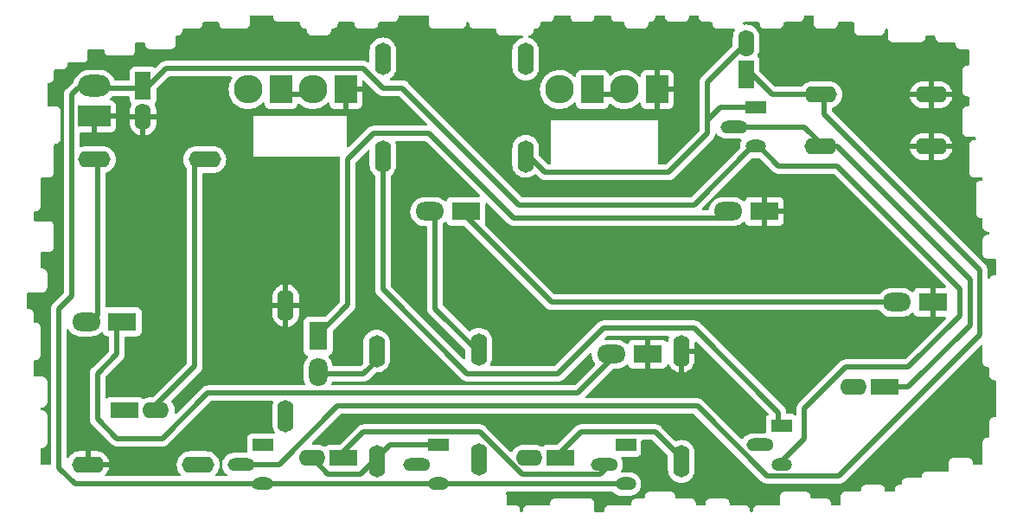
<source format=gbr>
%TF.GenerationSoftware,KiCad,Pcbnew,(6.0.2)*%
%TF.CreationDate,2022-03-15T12:48:44+01:00*%
%TF.ProjectId,ruetueta-pcb,72756574-7565-4746-912d-7063622e6b69,rev?*%
%TF.SameCoordinates,Original*%
%TF.FileFunction,Copper,L2,Bot*%
%TF.FilePolarity,Positive*%
%FSLAX46Y46*%
G04 Gerber Fmt 4.6, Leading zero omitted, Abs format (unit mm)*
G04 Created by KiCad (PCBNEW (6.0.2)) date 2022-03-15 12:48:44*
%MOMM*%
%LPD*%
G01*
G04 APERTURE LIST*
%TA.AperFunction,ComponentPad*%
%ADD10R,2.805000X1.800000*%
%TD*%
%TA.AperFunction,ComponentPad*%
%ADD11O,2.805000X1.800000*%
%TD*%
%TA.AperFunction,ComponentPad*%
%ADD12R,1.800000X2.805000*%
%TD*%
%TA.AperFunction,ComponentPad*%
%ADD13O,1.800000X2.805000*%
%TD*%
%TA.AperFunction,ComponentPad*%
%ADD14O,1.600000X3.175000*%
%TD*%
%TA.AperFunction,ComponentPad*%
%ADD15O,3.175000X1.600000*%
%TD*%
%TA.AperFunction,ComponentPad*%
%ADD16O,3.175000X2.120000*%
%TD*%
%TA.AperFunction,ComponentPad*%
%ADD17R,3.175000X2.120000*%
%TD*%
%TA.AperFunction,ComponentPad*%
%ADD18R,2.705000X1.600000*%
%TD*%
%TA.AperFunction,ComponentPad*%
%ADD19O,2.610000X1.600000*%
%TD*%
%TA.AperFunction,ComponentPad*%
%ADD20R,2.020000X1.270000*%
%TD*%
%TA.AperFunction,ComponentPad*%
%ADD21O,2.655000X1.270000*%
%TD*%
%TA.AperFunction,ComponentPad*%
%ADD22O,2.020000X1.270000*%
%TD*%
%TA.AperFunction,ComponentPad*%
%ADD23R,1.600000X2.705000*%
%TD*%
%TA.AperFunction,ComponentPad*%
%ADD24O,1.600000X2.610000*%
%TD*%
%TA.AperFunction,ComponentPad*%
%ADD25R,2.170000X2.805000*%
%TD*%
%TA.AperFunction,ComponentPad*%
%ADD26O,2.805000X2.805000*%
%TD*%
%TA.AperFunction,ViaPad*%
%ADD27C,0.800000*%
%TD*%
%TA.AperFunction,Conductor*%
%ADD28C,0.500000*%
%TD*%
G04 APERTURE END LIST*
D10*
%TO.P,D2,1,K*%
%TO.N,GND*%
X216402500Y-58420000D03*
D11*
%TO.P,D2,2,A*%
%TO.N,Net-(D1-Pad1)*%
X212857500Y-58420000D03*
%TD*%
D10*
%TO.P,D5,1,K*%
%TO.N,Net-(D5-Pad1)*%
X198622500Y-44450000D03*
D11*
%TO.P,D5,2,A*%
%TO.N,Net-(D5-Pad2)*%
X195077500Y-44450000D03*
%TD*%
D10*
%TO.P,D1,1,K*%
%TO.N,Net-(D1-Pad1)*%
X164967500Y-55245000D03*
D11*
%TO.P,D1,2,A*%
%TO.N,Net-(D1-Pad2)*%
X161422500Y-55245000D03*
%TD*%
D12*
%TO.P,D3,1,K*%
%TO.N,Net-(D3-Pad1)*%
X184150000Y-56647500D03*
D13*
%TO.P,D3,2,A*%
%TO.N,Net-(D3-Pad2)*%
X184150000Y-60192500D03*
%TD*%
D10*
%TO.P,D4,1,K*%
%TO.N,GND*%
X227832500Y-44450000D03*
D11*
%TO.P,D4,2,A*%
%TO.N,Net-(D3-Pad1)*%
X224287500Y-44450000D03*
%TD*%
D10*
%TO.P,D6,1,K*%
%TO.N,GND*%
X244342500Y-53340000D03*
D11*
%TO.P,D6,2,A*%
%TO.N,Net-(D5-Pad1)*%
X240797500Y-53340000D03*
%TD*%
D14*
%TO.P,R5,1*%
%TO.N,Net-(C4-Pad2)*%
X199880464Y-68718086D03*
%TO.P,R5,2*%
%TO.N,Net-(D5-Pad2)*%
X199880464Y-57923086D03*
%TD*%
D15*
%TO.P,R8,1*%
%TO.N,Net-(C5-Pad1)*%
X233362500Y-38100000D03*
%TO.P,R8,2*%
%TO.N,GND*%
X244157500Y-38100000D03*
%TD*%
D16*
%TO.P,J1,1,Pin_1*%
%TO.N,+9V*%
X162242500Y-32175000D03*
D17*
%TO.P,J1,2,Pin_2*%
%TO.N,GND*%
X162242500Y-35135000D03*
%TD*%
D18*
%TO.P,C3,1*%
%TO.N,Net-(C3-Pad1)*%
X186607500Y-68580000D03*
D19*
%TO.P,C3,2*%
%TO.N,Net-(C3-Pad2)*%
X183550000Y-68580000D03*
%TD*%
D18*
%TO.P,C5,1*%
%TO.N,Net-(C5-Pad1)*%
X239632613Y-61595000D03*
D19*
%TO.P,C5,2*%
%TO.N,Net-(C5-Pad2)*%
X236575113Y-61595000D03*
%TD*%
D14*
%TO.P,R9,1*%
%TO.N,Net-(C6-Pad2)*%
X204470000Y-39052500D03*
%TO.P,R9,2*%
%TO.N,Net-(D9-Pad2)*%
X204470000Y-29527500D03*
%TD*%
D20*
%TO.P,Q4,1,C*%
%TO.N,Net-(C5-Pad2)*%
X229495000Y-65405000D03*
D21*
%TO.P,Q4,2,B*%
%TO.N,Net-(C4-Pad1)*%
X227387500Y-67310000D03*
D22*
%TO.P,Q4,3,E*%
%TO.N,+9V*%
X229495000Y-69215000D03*
%TD*%
D15*
%TO.P,R10,1*%
%TO.N,Net-(C6-Pad1)*%
X233362500Y-33020000D03*
%TO.P,R10,2*%
%TO.N,GND*%
X244157500Y-33020000D03*
%TD*%
D23*
%TO.P,C1,1*%
%TO.N,+9V*%
X167005000Y-32147388D03*
D24*
%TO.P,C1,2*%
%TO.N,GND*%
X167005000Y-35204888D03*
%TD*%
D18*
%TO.P,C2,1*%
%TO.N,Net-(C2-Pad1)*%
X165209142Y-63909325D03*
D19*
%TO.P,C2,2*%
%TO.N,Net-(C2-Pad2)*%
X168266642Y-63909325D03*
%TD*%
D20*
%TO.P,Q3,1,C*%
%TO.N,Net-(C4-Pad2)*%
X214255000Y-67310000D03*
D21*
%TO.P,Q3,2,B*%
%TO.N,Net-(C3-Pad1)*%
X212147500Y-69215000D03*
D22*
%TO.P,Q3,3,E*%
%TO.N,+9V*%
X214255000Y-71120000D03*
%TD*%
D25*
%TO.P,D9,1,K*%
%TO.N,Net-(D10-Pad2)*%
X211005000Y-32517500D03*
D26*
%TO.P,D9,2,A*%
%TO.N,Net-(D9-Pad2)*%
X207777500Y-32517500D03*
%TD*%
D20*
%TO.P,Q2,1,C*%
%TO.N,Net-(C3-Pad2)*%
X195897341Y-67310000D03*
D21*
%TO.P,Q2,2,B*%
%TO.N,Net-(C2-Pad1)*%
X193789841Y-69215000D03*
D22*
%TO.P,Q2,3,E*%
%TO.N,+9V*%
X195897341Y-71120000D03*
%TD*%
D20*
%TO.P,Q1,1,C*%
%TO.N,Net-(C2-Pad2)*%
X178695000Y-67310000D03*
D21*
%TO.P,Q1,2,B*%
%TO.N,Net-(C6-Pad1)*%
X176587500Y-69215000D03*
D22*
%TO.P,Q1,3,E*%
%TO.N,+9V*%
X178695000Y-71120000D03*
%TD*%
D20*
%TO.P,Q5,1,C*%
%TO.N,Net-(C6-Pad2)*%
X226955000Y-34290000D03*
D21*
%TO.P,Q5,2,B*%
%TO.N,Net-(C5-Pad1)*%
X224847500Y-36195000D03*
D22*
%TO.P,Q5,3,E*%
%TO.N,+9V*%
X226955000Y-38100000D03*
%TD*%
D18*
%TO.P,C4,1*%
%TO.N,Net-(C4-Pad1)*%
X207882613Y-68580000D03*
D19*
%TO.P,C4,2*%
%TO.N,Net-(C4-Pad2)*%
X204825113Y-68580000D03*
%TD*%
D25*
%TO.P,D8,1,K*%
%TO.N,GND*%
X186875000Y-32517500D03*
D26*
%TO.P,D8,2,A*%
%TO.N,Net-(D7-Pad1)*%
X183647500Y-32517500D03*
%TD*%
D25*
%TO.P,D10,1,K*%
%TO.N,GND*%
X217355000Y-32517500D03*
D26*
%TO.P,D10,2,A*%
%TO.N,Net-(D10-Pad2)*%
X214127500Y-32517500D03*
%TD*%
D14*
%TO.P,R4,1*%
%TO.N,Net-(C3-Pad1)*%
X180975000Y-64452500D03*
%TO.P,R4,2*%
%TO.N,GND*%
X180975000Y-53657500D03*
%TD*%
%TO.P,R7,1*%
%TO.N,Net-(C5-Pad2)*%
X190500000Y-39052500D03*
%TO.P,R7,2*%
%TO.N,Net-(D7-Pad2)*%
X190500000Y-29527500D03*
%TD*%
%TO.P,R3,1*%
%TO.N,Net-(C3-Pad2)*%
X189871902Y-68897500D03*
%TO.P,R3,2*%
%TO.N,Net-(D3-Pad2)*%
X189871902Y-58102500D03*
%TD*%
D15*
%TO.P,R1,1*%
%TO.N,Net-(C2-Pad2)*%
X173037500Y-39370000D03*
%TO.P,R1,2*%
%TO.N,Net-(D1-Pad2)*%
X162242500Y-39370000D03*
%TD*%
D23*
%TO.P,C6,1*%
%TO.N,Net-(C6-Pad1)*%
X226060000Y-31032500D03*
D24*
%TO.P,C6,2*%
%TO.N,Net-(C6-Pad2)*%
X226060000Y-27975000D03*
%TD*%
D15*
%TO.P,R2,1*%
%TO.N,Net-(C2-Pad1)*%
X172402500Y-69215000D03*
%TO.P,R2,2*%
%TO.N,GND*%
X161607500Y-69215000D03*
%TD*%
D25*
%TO.P,D7,1,K*%
%TO.N,Net-(D7-Pad1)*%
X180525000Y-32517500D03*
D26*
%TO.P,D7,2,A*%
%TO.N,Net-(D7-Pad2)*%
X177297500Y-32517500D03*
%TD*%
D14*
%TO.P,R6,1*%
%TO.N,Net-(C4-Pad1)*%
X219710000Y-68897500D03*
%TO.P,R6,2*%
%TO.N,GND*%
X219710000Y-58102500D03*
%TD*%
D27*
%TO.N,GND*%
X242570000Y-41910000D03*
X162560000Y-57785000D03*
X175895000Y-58420000D03*
X204470000Y-42545000D03*
X167005000Y-42545000D03*
X194310000Y-64770000D03*
X194310000Y-60960000D03*
X173990000Y-64770000D03*
X185420000Y-43815000D03*
X196850000Y-42545000D03*
%TD*%
D28*
%TO.N,+9V*%
X158750000Y-53975000D02*
X158750000Y-69532500D01*
X231775000Y-63681519D02*
X235766519Y-59690000D01*
X160337500Y-71120000D02*
X177765721Y-71120000D01*
X195637341Y-71120000D02*
X213995000Y-71120000D01*
X158750000Y-69532500D02*
X160337500Y-71120000D01*
X169224888Y-30480000D02*
X167005000Y-32699888D01*
X166690112Y-32385000D02*
X160655000Y-32385000D01*
X220980000Y-43815000D02*
X203835000Y-43815000D01*
X234950000Y-40005000D02*
X229235000Y-40005000D01*
X178180250Y-71075131D02*
X195592472Y-71075131D01*
X160020000Y-33020000D02*
X160020000Y-52705000D01*
X192405000Y-32385000D02*
X190500000Y-32385000D01*
X177950551Y-71304830D02*
X178180250Y-71075131D01*
X177765721Y-71120000D02*
X177950551Y-71304830D01*
X203835000Y-43815000D02*
X192405000Y-32385000D01*
X229235000Y-40005000D02*
X227330000Y-38100000D01*
X190500000Y-32385000D02*
X188595000Y-30480000D01*
X227330000Y-38100000D02*
X226695000Y-38100000D01*
X195592472Y-71075131D02*
X195637341Y-71120000D01*
X231775000Y-66675000D02*
X231775000Y-63681519D01*
X160020000Y-52705000D02*
X158750000Y-53975000D01*
X226695000Y-38100000D02*
X220980000Y-43815000D01*
X241935000Y-59690000D02*
X246950480Y-54674520D01*
X188595000Y-30480000D02*
X169224888Y-30480000D01*
X246950480Y-54674520D02*
X246950480Y-52005480D01*
X160655000Y-32385000D02*
X160020000Y-33020000D01*
X167005000Y-32699888D02*
X166690112Y-32385000D01*
X246950480Y-52005480D02*
X234950000Y-40005000D01*
X229235000Y-69215000D02*
X231775000Y-66675000D01*
X235766519Y-59690000D02*
X241935000Y-59690000D01*
%TO.N,Net-(C2-Pad2)*%
X172085000Y-39370000D02*
X172085000Y-59585967D01*
X172085000Y-59585967D02*
X167761642Y-63909325D01*
%TO.N,Net-(C3-Pad1)*%
X204146667Y-70173642D02*
X211766358Y-70173642D01*
X186055000Y-68580000D02*
X188595000Y-66040000D01*
X188595000Y-66040000D02*
X200013025Y-66040000D01*
X200013025Y-66040000D02*
X204146667Y-70173642D01*
X211766358Y-70173642D02*
X212725000Y-69215000D01*
%TO.N,Net-(C3-Pad2)*%
X189871902Y-68580000D02*
X188321843Y-70130059D01*
X188321843Y-70130059D02*
X185106037Y-70130059D01*
X184055000Y-69079022D02*
X184055000Y-68580000D01*
X191141902Y-67310000D02*
X195637341Y-67310000D01*
X185106037Y-70130059D02*
X184055000Y-69079022D01*
X189871902Y-68580000D02*
X191141902Y-67310000D01*
%TO.N,Net-(C4-Pad1)*%
X209870113Y-66040000D02*
X217170000Y-66040000D01*
X207330113Y-68580000D02*
X209870113Y-66040000D01*
X217170000Y-66040000D02*
X219710000Y-68580000D01*
%TO.N,Net-(C5-Pad1)*%
X231775000Y-36195000D02*
X225425000Y-36195000D01*
X233680000Y-38100000D02*
X231775000Y-36195000D01*
X247953959Y-51103959D02*
X234950000Y-38100000D01*
X234950000Y-38100000D02*
X233680000Y-38100000D01*
X247953959Y-55576041D02*
X247953959Y-51103959D01*
X241935000Y-61595000D02*
X247953959Y-55576041D01*
X239074887Y-61595000D02*
X241935000Y-61595000D01*
%TO.N,Net-(C5-Pad2)*%
X198755000Y-60325000D02*
X190500000Y-52070000D01*
X229235000Y-64135000D02*
X220980000Y-55880000D01*
X229235000Y-65405000D02*
X229235000Y-64135000D01*
X220980000Y-55880000D02*
X212090000Y-55880000D01*
X207645000Y-60325000D02*
X198755000Y-60325000D01*
X212090000Y-55880000D02*
X207645000Y-60325000D01*
X190500000Y-52070000D02*
X190500000Y-38735000D01*
%TO.N,Net-(C6-Pad1)*%
X228600000Y-33020000D02*
X226060000Y-30480000D01*
X221297500Y-63500000D02*
X228097020Y-70299520D01*
X235135480Y-70299520D02*
X248920000Y-56515000D01*
X186055000Y-63500000D02*
X221297500Y-63500000D01*
X248920000Y-56515000D02*
X248920000Y-50165000D01*
X180340000Y-69215000D02*
X186055000Y-63500000D01*
X176680551Y-69215000D02*
X180340000Y-69215000D01*
X248920000Y-50165000D02*
X233680000Y-34925000D01*
X233680000Y-34925000D02*
X233680000Y-33020000D01*
X233680000Y-33020000D02*
X228600000Y-33020000D01*
X228097020Y-70299520D02*
X235135480Y-70299520D01*
%TO.N,Net-(C6-Pad2)*%
X226060000Y-28480000D02*
X225560978Y-28480000D01*
X206375000Y-40640000D02*
X204470000Y-38735000D01*
X222250000Y-34925000D02*
X222250000Y-36830000D01*
X218440000Y-40640000D02*
X206375000Y-40640000D01*
X222250000Y-36830000D02*
X218440000Y-40640000D01*
X223520000Y-34290000D02*
X222250000Y-35560000D01*
X222250000Y-31790978D02*
X222250000Y-34925000D01*
X226695000Y-34290000D02*
X223520000Y-34290000D01*
X225560978Y-28480000D02*
X222250000Y-31790978D01*
%TO.N,Net-(D1-Pad1)*%
X164465000Y-66675000D02*
X162560000Y-64770000D01*
X162560000Y-64770000D02*
X162560000Y-60290695D01*
X162560000Y-60290695D02*
X164465000Y-58385695D01*
X173355000Y-62230000D02*
X168910000Y-66675000D01*
X209550000Y-62230000D02*
X173355000Y-62230000D01*
X213360000Y-58420000D02*
X209550000Y-62230000D01*
X168910000Y-66675000D02*
X164465000Y-66675000D01*
X164465000Y-58385695D02*
X164465000Y-55245000D01*
%TO.N,Net-(D1-Pad2)*%
X162560000Y-39370000D02*
X162560000Y-54610000D01*
X162560000Y-54610000D02*
X161925000Y-55245000D01*
%TO.N,Net-(D3-Pad1)*%
X184150000Y-56515000D02*
X187070339Y-53594661D01*
X187070339Y-53594661D02*
X187070339Y-39300704D01*
X203279375Y-45085000D02*
X224155000Y-45085000D01*
X184150000Y-57150000D02*
X184150000Y-56515000D01*
X224155000Y-45085000D02*
X224790000Y-44450000D01*
X187070339Y-39300704D02*
X189541043Y-36830000D01*
X195024375Y-36830000D02*
X203279375Y-45085000D01*
X189541043Y-36830000D02*
X195024375Y-36830000D01*
%TO.N,Net-(D3-Pad2)*%
X184785000Y-60325000D02*
X184150000Y-59690000D01*
X189871902Y-59051549D02*
X188598451Y-60325000D01*
X189871902Y-58420000D02*
X189871902Y-59051549D01*
X188598451Y-60325000D02*
X184785000Y-60325000D01*
%TO.N,Net-(D5-Pad1)*%
X207010000Y-53340000D02*
X198120000Y-44450000D01*
X241300000Y-53340000D02*
X207010000Y-53340000D01*
%TO.N,Net-(D5-Pad2)*%
X195580000Y-44450000D02*
X195580000Y-53940122D01*
X195580000Y-53940122D02*
X199880464Y-58240586D01*
%TO.N,Net-(D7-Pad1)*%
X180340000Y-33020000D02*
X184150000Y-33020000D01*
%TO.N,Net-(D10-Pad2)*%
X210820000Y-33020000D02*
X214630000Y-33020000D01*
%TD*%
%TA.AperFunction,Conductor*%
%TO.N,GND*%
G36*
X249123779Y-57488068D02*
G01*
X249180615Y-57530615D01*
X249205426Y-57597135D01*
X249205747Y-57606124D01*
X249205747Y-59125671D01*
X249205745Y-59126441D01*
X249205271Y-59204025D01*
X249207737Y-59212654D01*
X249207738Y-59212659D01*
X249213386Y-59232421D01*
X249216964Y-59249182D01*
X249219877Y-59269525D01*
X249219880Y-59269535D01*
X249221152Y-59278418D01*
X249231768Y-59301768D01*
X249238211Y-59319280D01*
X249245259Y-59343938D01*
X249261021Y-59368921D01*
X249269151Y-59383987D01*
X249281380Y-59410883D01*
X249298121Y-59430312D01*
X249309226Y-59445320D01*
X249322907Y-59467004D01*
X249329635Y-59472946D01*
X249345043Y-59486554D01*
X249357087Y-59498746D01*
X249376366Y-59521120D01*
X249383894Y-59525999D01*
X249383897Y-59526002D01*
X249397886Y-59535069D01*
X249412760Y-59546359D01*
X249413202Y-59546749D01*
X249431975Y-59563329D01*
X249440101Y-59567144D01*
X249440102Y-59567145D01*
X249445768Y-59569805D01*
X249458713Y-59575883D01*
X249473682Y-59584197D01*
X249498474Y-59600266D01*
X249507074Y-59602838D01*
X249523037Y-59607612D01*
X249540483Y-59614274D01*
X249563695Y-59625172D01*
X249592877Y-59629716D01*
X249609596Y-59633499D01*
X249629283Y-59639387D01*
X249629286Y-59639388D01*
X249637888Y-59641960D01*
X249646863Y-59642015D01*
X249646864Y-59642015D01*
X249653557Y-59642056D01*
X249672303Y-59642170D01*
X249673075Y-59642203D01*
X249674170Y-59642373D01*
X249705045Y-59642373D01*
X249705815Y-59642375D01*
X249741976Y-59642596D01*
X249809973Y-59663014D01*
X249856137Y-59716953D01*
X249867206Y-59768594D01*
X249867206Y-60448589D01*
X249867204Y-60449359D01*
X249866730Y-60526943D01*
X249869196Y-60535572D01*
X249869197Y-60535577D01*
X249874845Y-60555339D01*
X249878423Y-60572100D01*
X249881336Y-60592443D01*
X249881339Y-60592453D01*
X249882611Y-60601336D01*
X249893227Y-60624686D01*
X249899670Y-60642198D01*
X249906718Y-60666856D01*
X249922480Y-60691839D01*
X249930610Y-60706905D01*
X249942839Y-60733801D01*
X249959580Y-60753230D01*
X249970685Y-60768238D01*
X249984366Y-60789922D01*
X249991094Y-60795864D01*
X250006502Y-60809472D01*
X250018547Y-60821665D01*
X250031330Y-60836500D01*
X250037825Y-60844038D01*
X250045353Y-60848917D01*
X250045356Y-60848920D01*
X250059345Y-60857987D01*
X250074219Y-60869277D01*
X250093434Y-60886247D01*
X250101560Y-60890062D01*
X250101561Y-60890063D01*
X250107093Y-60892660D01*
X250120172Y-60898801D01*
X250135141Y-60907115D01*
X250159933Y-60923184D01*
X250175552Y-60927855D01*
X250184496Y-60930530D01*
X250201942Y-60937192D01*
X250225154Y-60948090D01*
X250254336Y-60952634D01*
X250271055Y-60956417D01*
X250290742Y-60962305D01*
X250290745Y-60962306D01*
X250299347Y-60964878D01*
X250308322Y-60964933D01*
X250308323Y-60964933D01*
X250315016Y-60964974D01*
X250333762Y-60965088D01*
X250334534Y-60965121D01*
X250335629Y-60965291D01*
X250366504Y-60965291D01*
X250367274Y-60965293D01*
X250403435Y-60965514D01*
X250471432Y-60985932D01*
X250517596Y-61039871D01*
X250528665Y-61091512D01*
X250528665Y-64453496D01*
X250508663Y-64521617D01*
X250455007Y-64568110D01*
X250402665Y-64579496D01*
X250383908Y-64579496D01*
X250383138Y-64579494D01*
X250382284Y-64579489D01*
X250305554Y-64579020D01*
X250296925Y-64581486D01*
X250296920Y-64581487D01*
X250277158Y-64587135D01*
X250260397Y-64590713D01*
X250240054Y-64593626D01*
X250240044Y-64593629D01*
X250231161Y-64594901D01*
X250207811Y-64605517D01*
X250190299Y-64611960D01*
X250177406Y-64615645D01*
X250165641Y-64619008D01*
X250140658Y-64634770D01*
X250125592Y-64642900D01*
X250098696Y-64655129D01*
X250079267Y-64671870D01*
X250064259Y-64682975D01*
X250042575Y-64696656D01*
X250036633Y-64703384D01*
X250023025Y-64718792D01*
X250010832Y-64730837D01*
X250004707Y-64736115D01*
X249988459Y-64750115D01*
X249983580Y-64757643D01*
X249983577Y-64757646D01*
X249974510Y-64771635D01*
X249963220Y-64786509D01*
X249946250Y-64805724D01*
X249942435Y-64813850D01*
X249942434Y-64813851D01*
X249940516Y-64817937D01*
X249933696Y-64832462D01*
X249925382Y-64847431D01*
X249909313Y-64872223D01*
X249906741Y-64880823D01*
X249901967Y-64896786D01*
X249895305Y-64914232D01*
X249884407Y-64937444D01*
X249879864Y-64966624D01*
X249876080Y-64983345D01*
X249870192Y-65003032D01*
X249870191Y-65003035D01*
X249867619Y-65011637D01*
X249867430Y-65042664D01*
X249867409Y-65046042D01*
X249867376Y-65046824D01*
X249867206Y-65047919D01*
X249867206Y-65078794D01*
X249867204Y-65079564D01*
X249866730Y-65157148D01*
X249867114Y-65158492D01*
X249867206Y-65159837D01*
X249867206Y-66437873D01*
X249847204Y-66505994D01*
X249793548Y-66552487D01*
X249741206Y-66563873D01*
X249722449Y-66563873D01*
X249721679Y-66563871D01*
X249720825Y-66563866D01*
X249644095Y-66563397D01*
X249635466Y-66565863D01*
X249635461Y-66565864D01*
X249615699Y-66571512D01*
X249598938Y-66575090D01*
X249578595Y-66578003D01*
X249578585Y-66578006D01*
X249569702Y-66579278D01*
X249546352Y-66589894D01*
X249528840Y-66596337D01*
X249515947Y-66600022D01*
X249504182Y-66603385D01*
X249479199Y-66619147D01*
X249464133Y-66627277D01*
X249437237Y-66639506D01*
X249417808Y-66656247D01*
X249402800Y-66667352D01*
X249381116Y-66681033D01*
X249371534Y-66691883D01*
X249361566Y-66703169D01*
X249349374Y-66715213D01*
X249327000Y-66734492D01*
X249322121Y-66742020D01*
X249322118Y-66742023D01*
X249313051Y-66756012D01*
X249301761Y-66770886D01*
X249284791Y-66790101D01*
X249280976Y-66798227D01*
X249280975Y-66798228D01*
X249279496Y-66801379D01*
X249272237Y-66816839D01*
X249263923Y-66831808D01*
X249247854Y-66856600D01*
X249245282Y-66865200D01*
X249240508Y-66881163D01*
X249233846Y-66898609D01*
X249222948Y-66921821D01*
X249219932Y-66941192D01*
X249218405Y-66951001D01*
X249214621Y-66967722D01*
X249208733Y-66987409D01*
X249208732Y-66987412D01*
X249206160Y-66996014D01*
X249206105Y-67004989D01*
X249206105Y-67004990D01*
X249205950Y-67030419D01*
X249205917Y-67031201D01*
X249205747Y-67032296D01*
X249205747Y-67063171D01*
X249205745Y-67063941D01*
X249205271Y-67141525D01*
X249205655Y-67142869D01*
X249205747Y-67144214D01*
X249205747Y-69083704D01*
X249185745Y-69151825D01*
X249132089Y-69198318D01*
X249079747Y-69209704D01*
X248363370Y-69209704D01*
X248295249Y-69189702D01*
X248248756Y-69136046D01*
X248237370Y-69083704D01*
X248237370Y-69064952D01*
X248237372Y-69064182D01*
X248237585Y-69029243D01*
X248237846Y-68986598D01*
X248235380Y-68977969D01*
X248235379Y-68977964D01*
X248229731Y-68958202D01*
X248226153Y-68941441D01*
X248223240Y-68921098D01*
X248223237Y-68921088D01*
X248221965Y-68912205D01*
X248211349Y-68888855D01*
X248204906Y-68871343D01*
X248200324Y-68855313D01*
X248197858Y-68846685D01*
X248182096Y-68821702D01*
X248173966Y-68806636D01*
X248161737Y-68779740D01*
X248144996Y-68760311D01*
X248133891Y-68745303D01*
X248125000Y-68731211D01*
X248120210Y-68723619D01*
X248098073Y-68704068D01*
X248086029Y-68691876D01*
X248072609Y-68676301D01*
X248072607Y-68676300D01*
X248066751Y-68669503D01*
X248059223Y-68664624D01*
X248059220Y-68664621D01*
X248045231Y-68655554D01*
X248030357Y-68644264D01*
X248017872Y-68633238D01*
X248011142Y-68627294D01*
X248003016Y-68623479D01*
X248003015Y-68623478D01*
X247997349Y-68620818D01*
X247984404Y-68614740D01*
X247969435Y-68606426D01*
X247944643Y-68590357D01*
X247920079Y-68583011D01*
X247902634Y-68576349D01*
X247879422Y-68565451D01*
X247850240Y-68560907D01*
X247833521Y-68557124D01*
X247813834Y-68551236D01*
X247813831Y-68551235D01*
X247805229Y-68548663D01*
X247796254Y-68548608D01*
X247796253Y-68548608D01*
X247789560Y-68548567D01*
X247770814Y-68548453D01*
X247770042Y-68548420D01*
X247768947Y-68548250D01*
X247738072Y-68548250D01*
X247737302Y-68548248D01*
X247663654Y-68547798D01*
X247663653Y-68547798D01*
X247659718Y-68547774D01*
X247658374Y-68548158D01*
X247657029Y-68548250D01*
X246415154Y-68548250D01*
X246414384Y-68548248D01*
X246413530Y-68548243D01*
X246336800Y-68547774D01*
X246328171Y-68550240D01*
X246328166Y-68550241D01*
X246308404Y-68555889D01*
X246291643Y-68559467D01*
X246271300Y-68562380D01*
X246271290Y-68562383D01*
X246262407Y-68563655D01*
X246239057Y-68574271D01*
X246221545Y-68580714D01*
X246213509Y-68583011D01*
X246196887Y-68587762D01*
X246171904Y-68603524D01*
X246156838Y-68611654D01*
X246129942Y-68623883D01*
X246110513Y-68640624D01*
X246095505Y-68651729D01*
X246073821Y-68665410D01*
X246067879Y-68672138D01*
X246054271Y-68687546D01*
X246042079Y-68699590D01*
X246019705Y-68718869D01*
X246014826Y-68726397D01*
X246014823Y-68726400D01*
X246005756Y-68740389D01*
X245994466Y-68755263D01*
X245977496Y-68774478D01*
X245964942Y-68801216D01*
X245956628Y-68816185D01*
X245940559Y-68840977D01*
X245937987Y-68849577D01*
X245933213Y-68865540D01*
X245926551Y-68882986D01*
X245915653Y-68906198D01*
X245912964Y-68923469D01*
X245911110Y-68935378D01*
X245907326Y-68952099D01*
X245901438Y-68971786D01*
X245901437Y-68971789D01*
X245898865Y-68980391D01*
X245898674Y-69011714D01*
X245898655Y-69014796D01*
X245898622Y-69015578D01*
X245898452Y-69016673D01*
X245898452Y-69047548D01*
X245898450Y-69048318D01*
X245897976Y-69125902D01*
X245898360Y-69127246D01*
X245898452Y-69128591D01*
X245898452Y-69745163D01*
X245878450Y-69813284D01*
X245824794Y-69859777D01*
X245772452Y-69871163D01*
X243769328Y-69871163D01*
X243768558Y-69871161D01*
X243767704Y-69871156D01*
X243690974Y-69870687D01*
X243682345Y-69873153D01*
X243682340Y-69873154D01*
X243662578Y-69878802D01*
X243645817Y-69882380D01*
X243625474Y-69885293D01*
X243625464Y-69885296D01*
X243616581Y-69886568D01*
X243593231Y-69897184D01*
X243575719Y-69903627D01*
X243562826Y-69907312D01*
X243551061Y-69910675D01*
X243526078Y-69926437D01*
X243511012Y-69934567D01*
X243484116Y-69946796D01*
X243464687Y-69963537D01*
X243449679Y-69974642D01*
X243427995Y-69988323D01*
X243422053Y-69995051D01*
X243408445Y-70010459D01*
X243396253Y-70022503D01*
X243373879Y-70041782D01*
X243369000Y-70049310D01*
X243368997Y-70049313D01*
X243359930Y-70063302D01*
X243348640Y-70078176D01*
X243331670Y-70097391D01*
X243327855Y-70105517D01*
X243327854Y-70105518D01*
X243325194Y-70111184D01*
X243319116Y-70124129D01*
X243310802Y-70139098D01*
X243294733Y-70163890D01*
X243292161Y-70172490D01*
X243287387Y-70188453D01*
X243280725Y-70205899D01*
X243269827Y-70229111D01*
X243268446Y-70237984D01*
X243265284Y-70258291D01*
X243261500Y-70275012D01*
X243255612Y-70294699D01*
X243255611Y-70294702D01*
X243253039Y-70303304D01*
X243252984Y-70312279D01*
X243252984Y-70312280D01*
X243252946Y-70318578D01*
X243252835Y-70336762D01*
X243252829Y-70337709D01*
X243252796Y-70338491D01*
X243252626Y-70339586D01*
X243252626Y-70370461D01*
X243252624Y-70371231D01*
X243252403Y-70407392D01*
X243231985Y-70475389D01*
X243178046Y-70521553D01*
X243126405Y-70532622D01*
X241784951Y-70532622D01*
X241784181Y-70532620D01*
X241783327Y-70532615D01*
X241706597Y-70532146D01*
X241697968Y-70534612D01*
X241697963Y-70534613D01*
X241678201Y-70540261D01*
X241661440Y-70543839D01*
X241641097Y-70546752D01*
X241641087Y-70546755D01*
X241632204Y-70548027D01*
X241608854Y-70558643D01*
X241591342Y-70565086D01*
X241578449Y-70568771D01*
X241566684Y-70572134D01*
X241541701Y-70587896D01*
X241526635Y-70596026D01*
X241499739Y-70608255D01*
X241480310Y-70624996D01*
X241465302Y-70636101D01*
X241443618Y-70649782D01*
X241437676Y-70656510D01*
X241424068Y-70671918D01*
X241411876Y-70683962D01*
X241389502Y-70703241D01*
X241384623Y-70710769D01*
X241384620Y-70710772D01*
X241375553Y-70724761D01*
X241364263Y-70739635D01*
X241347293Y-70758850D01*
X241343478Y-70766976D01*
X241343477Y-70766977D01*
X241340817Y-70772643D01*
X241334739Y-70785588D01*
X241326425Y-70800557D01*
X241310356Y-70825349D01*
X241307784Y-70833949D01*
X241303010Y-70849912D01*
X241296348Y-70867358D01*
X241285450Y-70890570D01*
X241280907Y-70919750D01*
X241277123Y-70936471D01*
X241271235Y-70956158D01*
X241271234Y-70956161D01*
X241268662Y-70964763D01*
X241268471Y-70996127D01*
X241268452Y-70999168D01*
X241268419Y-70999950D01*
X241268249Y-71001045D01*
X241268249Y-71031920D01*
X241268247Y-71032690D01*
X241268026Y-71068851D01*
X241247608Y-71136848D01*
X241193669Y-71183012D01*
X241142028Y-71194081D01*
X241123492Y-71194081D01*
X241122722Y-71194079D01*
X241121868Y-71194074D01*
X241045138Y-71193605D01*
X241036509Y-71196071D01*
X241036504Y-71196072D01*
X241016742Y-71201720D01*
X240999981Y-71205298D01*
X240979638Y-71208211D01*
X240979628Y-71208214D01*
X240970745Y-71209486D01*
X240947395Y-71220102D01*
X240929883Y-71226545D01*
X240921847Y-71228842D01*
X240905225Y-71233593D01*
X240880242Y-71249355D01*
X240865176Y-71257485D01*
X240838280Y-71269714D01*
X240818851Y-71286455D01*
X240803843Y-71297560D01*
X240782159Y-71311241D01*
X240776217Y-71317969D01*
X240762609Y-71333377D01*
X240750417Y-71345421D01*
X240728043Y-71364700D01*
X240723164Y-71372228D01*
X240723161Y-71372231D01*
X240714094Y-71386220D01*
X240702804Y-71401094D01*
X240685834Y-71420309D01*
X240682019Y-71428435D01*
X240682018Y-71428436D01*
X240679527Y-71433742D01*
X240673280Y-71447047D01*
X240664966Y-71462016D01*
X240648897Y-71486808D01*
X240643659Y-71504324D01*
X240641551Y-71511371D01*
X240634889Y-71528817D01*
X240623991Y-71552029D01*
X240619448Y-71581209D01*
X240615664Y-71597930D01*
X240609776Y-71617617D01*
X240609775Y-71617620D01*
X240607203Y-71626222D01*
X240607100Y-71643153D01*
X240606993Y-71660627D01*
X240606960Y-71661409D01*
X240606790Y-71662504D01*
X240606790Y-71693379D01*
X240606788Y-71694149D01*
X240606567Y-71730310D01*
X240586149Y-71798307D01*
X240532210Y-71844471D01*
X240480569Y-71855540D01*
X239764413Y-71855540D01*
X239696292Y-71835538D01*
X239649799Y-71781882D01*
X239638413Y-71729540D01*
X239638413Y-71710783D01*
X239638415Y-71710013D01*
X239638717Y-71660627D01*
X239638889Y-71632429D01*
X239636423Y-71623800D01*
X239636422Y-71623795D01*
X239630774Y-71604033D01*
X239627196Y-71587272D01*
X239624283Y-71566929D01*
X239624280Y-71566919D01*
X239623008Y-71558036D01*
X239612392Y-71534686D01*
X239605949Y-71517174D01*
X239601367Y-71501144D01*
X239598901Y-71492516D01*
X239583139Y-71467533D01*
X239575009Y-71452467D01*
X239562780Y-71425571D01*
X239546039Y-71406142D01*
X239534934Y-71391134D01*
X239526043Y-71377042D01*
X239521253Y-71369450D01*
X239499116Y-71349899D01*
X239487072Y-71337707D01*
X239473652Y-71322132D01*
X239473650Y-71322131D01*
X239467794Y-71315334D01*
X239460266Y-71310455D01*
X239460263Y-71310452D01*
X239446274Y-71301385D01*
X239431400Y-71290095D01*
X239418915Y-71279069D01*
X239412185Y-71273125D01*
X239404059Y-71269310D01*
X239404058Y-71269309D01*
X239398392Y-71266649D01*
X239385447Y-71260571D01*
X239370478Y-71252257D01*
X239345686Y-71236188D01*
X239321122Y-71228842D01*
X239303677Y-71222180D01*
X239299240Y-71220097D01*
X239280465Y-71211282D01*
X239251283Y-71206738D01*
X239234564Y-71202955D01*
X239214877Y-71197067D01*
X239214874Y-71197066D01*
X239206272Y-71194494D01*
X239197297Y-71194439D01*
X239197296Y-71194439D01*
X239190603Y-71194398D01*
X239171857Y-71194284D01*
X239171085Y-71194251D01*
X239169990Y-71194081D01*
X239139115Y-71194081D01*
X239138345Y-71194079D01*
X239064697Y-71193629D01*
X239064696Y-71193629D01*
X239060761Y-71193605D01*
X239059417Y-71193989D01*
X239058072Y-71194081D01*
X237816197Y-71194081D01*
X237815427Y-71194079D01*
X237814573Y-71194074D01*
X237737843Y-71193605D01*
X237729214Y-71196071D01*
X237729209Y-71196072D01*
X237709447Y-71201720D01*
X237692686Y-71205298D01*
X237672343Y-71208211D01*
X237672333Y-71208214D01*
X237663450Y-71209486D01*
X237640100Y-71220102D01*
X237622588Y-71226545D01*
X237614552Y-71228842D01*
X237597930Y-71233593D01*
X237572947Y-71249355D01*
X237557881Y-71257485D01*
X237530985Y-71269714D01*
X237511556Y-71286455D01*
X237496548Y-71297560D01*
X237474864Y-71311241D01*
X237468922Y-71317969D01*
X237455314Y-71333377D01*
X237443122Y-71345421D01*
X237420748Y-71364700D01*
X237415869Y-71372228D01*
X237415866Y-71372231D01*
X237406799Y-71386220D01*
X237395509Y-71401094D01*
X237378539Y-71420309D01*
X237374724Y-71428435D01*
X237374723Y-71428436D01*
X237372232Y-71433742D01*
X237365985Y-71447047D01*
X237357671Y-71462016D01*
X237341602Y-71486808D01*
X237336364Y-71504324D01*
X237334256Y-71511371D01*
X237327594Y-71528817D01*
X237316696Y-71552029D01*
X237312153Y-71581209D01*
X237308369Y-71597930D01*
X237302481Y-71617617D01*
X237302480Y-71617620D01*
X237299908Y-71626222D01*
X237299805Y-71643153D01*
X237299698Y-71660627D01*
X237299665Y-71661409D01*
X237299495Y-71662504D01*
X237299495Y-71693379D01*
X237299493Y-71694149D01*
X237299272Y-71730310D01*
X237278854Y-71798307D01*
X237224915Y-71844471D01*
X237173274Y-71855540D01*
X235831820Y-71855540D01*
X235831050Y-71855538D01*
X235830196Y-71855533D01*
X235753466Y-71855064D01*
X235744837Y-71857530D01*
X235744832Y-71857531D01*
X235725070Y-71863179D01*
X235708309Y-71866757D01*
X235687966Y-71869670D01*
X235687956Y-71869673D01*
X235679073Y-71870945D01*
X235655723Y-71881561D01*
X235638211Y-71888004D01*
X235630175Y-71890301D01*
X235613553Y-71895052D01*
X235588570Y-71910814D01*
X235573504Y-71918944D01*
X235546608Y-71931173D01*
X235527179Y-71947914D01*
X235512171Y-71959019D01*
X235490487Y-71972700D01*
X235484545Y-71979428D01*
X235470937Y-71994836D01*
X235458745Y-72006880D01*
X235436371Y-72026159D01*
X235431492Y-72033687D01*
X235431489Y-72033690D01*
X235422422Y-72047679D01*
X235411132Y-72062553D01*
X235394162Y-72081768D01*
X235390347Y-72089894D01*
X235390346Y-72089895D01*
X235387856Y-72095199D01*
X235381608Y-72108506D01*
X235373294Y-72123475D01*
X235357225Y-72148267D01*
X235354653Y-72156867D01*
X235349879Y-72172830D01*
X235343217Y-72190276D01*
X235332319Y-72213488D01*
X235327944Y-72241590D01*
X235327776Y-72242668D01*
X235323992Y-72259389D01*
X235318104Y-72279076D01*
X235318103Y-72279079D01*
X235315531Y-72287681D01*
X235315476Y-72296656D01*
X235315476Y-72296657D01*
X235315321Y-72322086D01*
X235315288Y-72322868D01*
X235315118Y-72323963D01*
X235315118Y-72354838D01*
X235315116Y-72355608D01*
X235314642Y-72433192D01*
X235315026Y-72434536D01*
X235315118Y-72435881D01*
X235315118Y-73052458D01*
X235295116Y-73120579D01*
X235241460Y-73167072D01*
X235189118Y-73178458D01*
X234472746Y-73178458D01*
X234404625Y-73158456D01*
X234358132Y-73104800D01*
X234346746Y-73052458D01*
X234346746Y-73033701D01*
X234346748Y-73032931D01*
X234347167Y-72964321D01*
X234347222Y-72955347D01*
X234344756Y-72946718D01*
X234344755Y-72946713D01*
X234339107Y-72926951D01*
X234335529Y-72910190D01*
X234332616Y-72889847D01*
X234332613Y-72889837D01*
X234331341Y-72880954D01*
X234320725Y-72857604D01*
X234314282Y-72840092D01*
X234309700Y-72824062D01*
X234307234Y-72815434D01*
X234291472Y-72790451D01*
X234283342Y-72775385D01*
X234271113Y-72748489D01*
X234254372Y-72729060D01*
X234243267Y-72714052D01*
X234234376Y-72699960D01*
X234229586Y-72692368D01*
X234207449Y-72672817D01*
X234195405Y-72660625D01*
X234181985Y-72645050D01*
X234181983Y-72645049D01*
X234176127Y-72638252D01*
X234168599Y-72633373D01*
X234168596Y-72633370D01*
X234154607Y-72624303D01*
X234139733Y-72613013D01*
X234127248Y-72601987D01*
X234120518Y-72596043D01*
X234112392Y-72592228D01*
X234112391Y-72592227D01*
X234106725Y-72589567D01*
X234093780Y-72583489D01*
X234078811Y-72575175D01*
X234054019Y-72559106D01*
X234029455Y-72551760D01*
X234012010Y-72545098D01*
X233999982Y-72539451D01*
X233988798Y-72534200D01*
X233959616Y-72529656D01*
X233942897Y-72525873D01*
X233923210Y-72519985D01*
X233923207Y-72519984D01*
X233914605Y-72517412D01*
X233905630Y-72517357D01*
X233905629Y-72517357D01*
X233898936Y-72517316D01*
X233880190Y-72517202D01*
X233879418Y-72517169D01*
X233878323Y-72516999D01*
X233847448Y-72516999D01*
X233846678Y-72516997D01*
X233773030Y-72516547D01*
X233773029Y-72516547D01*
X233769094Y-72516523D01*
X233767750Y-72516907D01*
X233766405Y-72516999D01*
X232488374Y-72516999D01*
X232420253Y-72496997D01*
X232373760Y-72443341D01*
X232362374Y-72390999D01*
X232362374Y-72372242D01*
X232362376Y-72371472D01*
X232362795Y-72302862D01*
X232362850Y-72293888D01*
X232360384Y-72285259D01*
X232360383Y-72285254D01*
X232354735Y-72265492D01*
X232351157Y-72248731D01*
X232348244Y-72228388D01*
X232348241Y-72228378D01*
X232346969Y-72219495D01*
X232336353Y-72196145D01*
X232329910Y-72178633D01*
X232325328Y-72162603D01*
X232322862Y-72153975D01*
X232307100Y-72128992D01*
X232298970Y-72113926D01*
X232286741Y-72087030D01*
X232270000Y-72067601D01*
X232258895Y-72052593D01*
X232250004Y-72038501D01*
X232245214Y-72030909D01*
X232223077Y-72011358D01*
X232211033Y-71999166D01*
X232197613Y-71983591D01*
X232197611Y-71983590D01*
X232191755Y-71976793D01*
X232184227Y-71971914D01*
X232184224Y-71971911D01*
X232170235Y-71962844D01*
X232155361Y-71951554D01*
X232142876Y-71940528D01*
X232136146Y-71934584D01*
X232128020Y-71930769D01*
X232128019Y-71930768D01*
X232122353Y-71928108D01*
X232109408Y-71922030D01*
X232094439Y-71913716D01*
X232069647Y-71897647D01*
X232045083Y-71890301D01*
X232027638Y-71883639D01*
X232015218Y-71877808D01*
X232004426Y-71872741D01*
X231975244Y-71868197D01*
X231958525Y-71864414D01*
X231938838Y-71858526D01*
X231938835Y-71858525D01*
X231930233Y-71855953D01*
X231921258Y-71855898D01*
X231921257Y-71855898D01*
X231914564Y-71855857D01*
X231895818Y-71855743D01*
X231895046Y-71855710D01*
X231893951Y-71855540D01*
X231863076Y-71855540D01*
X231862306Y-71855538D01*
X231788658Y-71855088D01*
X231788657Y-71855088D01*
X231784722Y-71855064D01*
X231783378Y-71855448D01*
X231782033Y-71855540D01*
X229878699Y-71855540D01*
X229877929Y-71855538D01*
X229877075Y-71855533D01*
X229800345Y-71855064D01*
X229791716Y-71857530D01*
X229791711Y-71857531D01*
X229771949Y-71863179D01*
X229755188Y-71866757D01*
X229734845Y-71869670D01*
X229734835Y-71869673D01*
X229725952Y-71870945D01*
X229702602Y-71881561D01*
X229685090Y-71888004D01*
X229677054Y-71890301D01*
X229660432Y-71895052D01*
X229635449Y-71910814D01*
X229620383Y-71918944D01*
X229593487Y-71931173D01*
X229574058Y-71947914D01*
X229559050Y-71959019D01*
X229537366Y-71972700D01*
X229531424Y-71979428D01*
X229517816Y-71994836D01*
X229505624Y-72006880D01*
X229483250Y-72026159D01*
X229478371Y-72033687D01*
X229478368Y-72033690D01*
X229469301Y-72047679D01*
X229458011Y-72062553D01*
X229441041Y-72081768D01*
X229437226Y-72089894D01*
X229437225Y-72089895D01*
X229434735Y-72095199D01*
X229428487Y-72108506D01*
X229420173Y-72123475D01*
X229404104Y-72148267D01*
X229401532Y-72156867D01*
X229396758Y-72172830D01*
X229390096Y-72190276D01*
X229379198Y-72213488D01*
X229374823Y-72241590D01*
X229374655Y-72242668D01*
X229370871Y-72259389D01*
X229364983Y-72279076D01*
X229364982Y-72279079D01*
X229362410Y-72287681D01*
X229362355Y-72296656D01*
X229362355Y-72296657D01*
X229362200Y-72322086D01*
X229362167Y-72322868D01*
X229361997Y-72323963D01*
X229361997Y-72354838D01*
X229361995Y-72355608D01*
X229361521Y-72433192D01*
X229361905Y-72434536D01*
X229361997Y-72435881D01*
X229361997Y-73052458D01*
X229341995Y-73120579D01*
X229288339Y-73167072D01*
X229235997Y-73178458D01*
X227232868Y-73178458D01*
X227232098Y-73178456D01*
X227231244Y-73178451D01*
X227154514Y-73177982D01*
X227145885Y-73180448D01*
X227145880Y-73180449D01*
X227126118Y-73186097D01*
X227109357Y-73189675D01*
X227089014Y-73192588D01*
X227089004Y-73192591D01*
X227080121Y-73193863D01*
X227056771Y-73204479D01*
X227039259Y-73210922D01*
X227031223Y-73213219D01*
X227014601Y-73217970D01*
X226989618Y-73233732D01*
X226974552Y-73241862D01*
X226947656Y-73254091D01*
X226928227Y-73270832D01*
X226913219Y-73281937D01*
X226891535Y-73295618D01*
X226885593Y-73302346D01*
X226871985Y-73317754D01*
X226859793Y-73329798D01*
X226837419Y-73349077D01*
X226832540Y-73356605D01*
X226832537Y-73356608D01*
X226823470Y-73370597D01*
X226812180Y-73385471D01*
X226795210Y-73404686D01*
X226791395Y-73412812D01*
X226791394Y-73412813D01*
X226788903Y-73418119D01*
X226782656Y-73431424D01*
X226774342Y-73446393D01*
X226758273Y-73471185D01*
X226755701Y-73479785D01*
X226750927Y-73495748D01*
X226744265Y-73513194D01*
X226733367Y-73536406D01*
X226728824Y-73565586D01*
X226725040Y-73582307D01*
X226719152Y-73601994D01*
X226719151Y-73601997D01*
X226716579Y-73610599D01*
X226716524Y-73619574D01*
X226716524Y-73619575D01*
X226716369Y-73645004D01*
X226716336Y-73645786D01*
X226716166Y-73646881D01*
X226716166Y-73677756D01*
X226716164Y-73678526D01*
X226715943Y-73714682D01*
X226695525Y-73782679D01*
X226641586Y-73828843D01*
X226589945Y-73839912D01*
X226535248Y-73839912D01*
X226467127Y-73819910D01*
X226420634Y-73766254D01*
X226409248Y-73713912D01*
X226409248Y-73695160D01*
X226409250Y-73694390D01*
X226409669Y-73625780D01*
X226409724Y-73616806D01*
X226407258Y-73608177D01*
X226407257Y-73608172D01*
X226401609Y-73588410D01*
X226398031Y-73571649D01*
X226395118Y-73551306D01*
X226395115Y-73551296D01*
X226393843Y-73542413D01*
X226383227Y-73519063D01*
X226376784Y-73501551D01*
X226372202Y-73485521D01*
X226369736Y-73476893D01*
X226353974Y-73451910D01*
X226345844Y-73436844D01*
X226333615Y-73409948D01*
X226316874Y-73390519D01*
X226305769Y-73375511D01*
X226296878Y-73361419D01*
X226292088Y-73353827D01*
X226269951Y-73334276D01*
X226257907Y-73322084D01*
X226244487Y-73306509D01*
X226244485Y-73306508D01*
X226238629Y-73299711D01*
X226231101Y-73294832D01*
X226231098Y-73294829D01*
X226217109Y-73285762D01*
X226202235Y-73274472D01*
X226189750Y-73263446D01*
X226183020Y-73257502D01*
X226174894Y-73253687D01*
X226174893Y-73253686D01*
X226169227Y-73251026D01*
X226156282Y-73244948D01*
X226141313Y-73236634D01*
X226116521Y-73220565D01*
X226091957Y-73213219D01*
X226074512Y-73206557D01*
X226062484Y-73200910D01*
X226051300Y-73195659D01*
X226022118Y-73191115D01*
X226005399Y-73187332D01*
X225985712Y-73181444D01*
X225985709Y-73181443D01*
X225977107Y-73178871D01*
X225968132Y-73178816D01*
X225968131Y-73178816D01*
X225961438Y-73178775D01*
X225942692Y-73178661D01*
X225941920Y-73178628D01*
X225940825Y-73178458D01*
X225909950Y-73178458D01*
X225909180Y-73178456D01*
X225835532Y-73178006D01*
X225835531Y-73178006D01*
X225831596Y-73177982D01*
X225830252Y-73178366D01*
X225828907Y-73178458D01*
X224550871Y-73178458D01*
X224482750Y-73158456D01*
X224436257Y-73104800D01*
X224424871Y-73052458D01*
X224424871Y-73033701D01*
X224424873Y-73032931D01*
X224425292Y-72964321D01*
X224425347Y-72955347D01*
X224422881Y-72946718D01*
X224422880Y-72946713D01*
X224417232Y-72926951D01*
X224413654Y-72910190D01*
X224410741Y-72889847D01*
X224410738Y-72889837D01*
X224409466Y-72880954D01*
X224398850Y-72857604D01*
X224392407Y-72840092D01*
X224387825Y-72824062D01*
X224385359Y-72815434D01*
X224369597Y-72790451D01*
X224361467Y-72775385D01*
X224349238Y-72748489D01*
X224332497Y-72729060D01*
X224321392Y-72714052D01*
X224312501Y-72699960D01*
X224307711Y-72692368D01*
X224285574Y-72672817D01*
X224273530Y-72660625D01*
X224260110Y-72645050D01*
X224260108Y-72645049D01*
X224254252Y-72638252D01*
X224246724Y-72633373D01*
X224246721Y-72633370D01*
X224232732Y-72624303D01*
X224217858Y-72613013D01*
X224205373Y-72601987D01*
X224198643Y-72596043D01*
X224190517Y-72592228D01*
X224190516Y-72592227D01*
X224184850Y-72589567D01*
X224171905Y-72583489D01*
X224156936Y-72575175D01*
X224132144Y-72559106D01*
X224107580Y-72551760D01*
X224090135Y-72545098D01*
X224078107Y-72539451D01*
X224066923Y-72534200D01*
X224037741Y-72529656D01*
X224021022Y-72525873D01*
X224001335Y-72519985D01*
X224001332Y-72519984D01*
X223992730Y-72517412D01*
X223983755Y-72517357D01*
X223983754Y-72517357D01*
X223977061Y-72517316D01*
X223958315Y-72517202D01*
X223957543Y-72517169D01*
X223956448Y-72516999D01*
X223925573Y-72516999D01*
X223924803Y-72516997D01*
X223851155Y-72516547D01*
X223851154Y-72516547D01*
X223847219Y-72516523D01*
X223845875Y-72516907D01*
X223844530Y-72516999D01*
X222602660Y-72516999D01*
X222601890Y-72516997D01*
X222601036Y-72516992D01*
X222524306Y-72516523D01*
X222515677Y-72518989D01*
X222515672Y-72518990D01*
X222495910Y-72524638D01*
X222479149Y-72528216D01*
X222458806Y-72531129D01*
X222458796Y-72531132D01*
X222449913Y-72532404D01*
X222426563Y-72543020D01*
X222409051Y-72549463D01*
X222401015Y-72551760D01*
X222384393Y-72556511D01*
X222359410Y-72572273D01*
X222344344Y-72580403D01*
X222317448Y-72592632D01*
X222298019Y-72609373D01*
X222283011Y-72620478D01*
X222261327Y-72634159D01*
X222255385Y-72640887D01*
X222241777Y-72656295D01*
X222229585Y-72668339D01*
X222207211Y-72687618D01*
X222202332Y-72695146D01*
X222202329Y-72695149D01*
X222193262Y-72709138D01*
X222181972Y-72724012D01*
X222165002Y-72743227D01*
X222161187Y-72751353D01*
X222161186Y-72751354D01*
X222158695Y-72756660D01*
X222152448Y-72769965D01*
X222144134Y-72784934D01*
X222128065Y-72809726D01*
X222125493Y-72818326D01*
X222120719Y-72834289D01*
X222114057Y-72851735D01*
X222103159Y-72874947D01*
X222098616Y-72904127D01*
X222094832Y-72920848D01*
X222088944Y-72940535D01*
X222088943Y-72940538D01*
X222086371Y-72949140D01*
X222086316Y-72958115D01*
X222086316Y-72958116D01*
X222086161Y-72983545D01*
X222086128Y-72984327D01*
X222085958Y-72985422D01*
X222085958Y-73016297D01*
X222085956Y-73017067D01*
X222085735Y-73053228D01*
X222065317Y-73121225D01*
X222011378Y-73167389D01*
X221959737Y-73178458D01*
X221243581Y-73178458D01*
X221175460Y-73158456D01*
X221128967Y-73104800D01*
X221117581Y-73052458D01*
X221117581Y-73033701D01*
X221117583Y-73032931D01*
X221118002Y-72964321D01*
X221118057Y-72955347D01*
X221115591Y-72946718D01*
X221115590Y-72946713D01*
X221109942Y-72926951D01*
X221106364Y-72910190D01*
X221103451Y-72889847D01*
X221103448Y-72889837D01*
X221102176Y-72880954D01*
X221091560Y-72857604D01*
X221085117Y-72840092D01*
X221080535Y-72824062D01*
X221078069Y-72815434D01*
X221062307Y-72790451D01*
X221054177Y-72775385D01*
X221041948Y-72748489D01*
X221025207Y-72729060D01*
X221014102Y-72714052D01*
X221005211Y-72699960D01*
X221000421Y-72692368D01*
X220978284Y-72672817D01*
X220966240Y-72660625D01*
X220952820Y-72645050D01*
X220952818Y-72645049D01*
X220946962Y-72638252D01*
X220939434Y-72633373D01*
X220939431Y-72633370D01*
X220925442Y-72624303D01*
X220910568Y-72613013D01*
X220898083Y-72601987D01*
X220891353Y-72596043D01*
X220883227Y-72592228D01*
X220883226Y-72592227D01*
X220877560Y-72589567D01*
X220864615Y-72583489D01*
X220849646Y-72575175D01*
X220824854Y-72559106D01*
X220800290Y-72551760D01*
X220782845Y-72545098D01*
X220770817Y-72539451D01*
X220759633Y-72534200D01*
X220730451Y-72529656D01*
X220713732Y-72525873D01*
X220694045Y-72519985D01*
X220694042Y-72519984D01*
X220685440Y-72517412D01*
X220676465Y-72517357D01*
X220676464Y-72517357D01*
X220669771Y-72517316D01*
X220651025Y-72517202D01*
X220650253Y-72517169D01*
X220649158Y-72516999D01*
X220618283Y-72516999D01*
X220617513Y-72516997D01*
X220543865Y-72516547D01*
X220543864Y-72516547D01*
X220539929Y-72516523D01*
X220538585Y-72516907D01*
X220537240Y-72516999D01*
X219259204Y-72516999D01*
X219191083Y-72496997D01*
X219144590Y-72443341D01*
X219133204Y-72390999D01*
X219133204Y-72372242D01*
X219133206Y-72371472D01*
X219133625Y-72302862D01*
X219133680Y-72293888D01*
X219131214Y-72285259D01*
X219131213Y-72285254D01*
X219125565Y-72265492D01*
X219121987Y-72248731D01*
X219119074Y-72228388D01*
X219119071Y-72228378D01*
X219117799Y-72219495D01*
X219107183Y-72196145D01*
X219100740Y-72178633D01*
X219096158Y-72162603D01*
X219093692Y-72153975D01*
X219077930Y-72128992D01*
X219069800Y-72113926D01*
X219057571Y-72087030D01*
X219040830Y-72067601D01*
X219029725Y-72052593D01*
X219020834Y-72038501D01*
X219016044Y-72030909D01*
X218993907Y-72011358D01*
X218981863Y-71999166D01*
X218968443Y-71983591D01*
X218968441Y-71983590D01*
X218962585Y-71976793D01*
X218955057Y-71971914D01*
X218955054Y-71971911D01*
X218941065Y-71962844D01*
X218926191Y-71951554D01*
X218913706Y-71940528D01*
X218906976Y-71934584D01*
X218898850Y-71930769D01*
X218898849Y-71930768D01*
X218893183Y-71928108D01*
X218880238Y-71922030D01*
X218865269Y-71913716D01*
X218840477Y-71897647D01*
X218815913Y-71890301D01*
X218798468Y-71883639D01*
X218786048Y-71877808D01*
X218775256Y-71872741D01*
X218746074Y-71868197D01*
X218729355Y-71864414D01*
X218709668Y-71858526D01*
X218709665Y-71858525D01*
X218701063Y-71855953D01*
X218692088Y-71855898D01*
X218692087Y-71855898D01*
X218685394Y-71855857D01*
X218666648Y-71855743D01*
X218665876Y-71855710D01*
X218664781Y-71855540D01*
X218633906Y-71855540D01*
X218633136Y-71855538D01*
X218559488Y-71855088D01*
X218559487Y-71855088D01*
X218555552Y-71855064D01*
X218554208Y-71855448D01*
X218552863Y-71855540D01*
X216649534Y-71855540D01*
X216648764Y-71855538D01*
X216647910Y-71855533D01*
X216571180Y-71855064D01*
X216562551Y-71857530D01*
X216562546Y-71857531D01*
X216542784Y-71863179D01*
X216526023Y-71866757D01*
X216505680Y-71869670D01*
X216505670Y-71869673D01*
X216496787Y-71870945D01*
X216473437Y-71881561D01*
X216455925Y-71888004D01*
X216447889Y-71890301D01*
X216431267Y-71895052D01*
X216406284Y-71910814D01*
X216391218Y-71918944D01*
X216364322Y-71931173D01*
X216344893Y-71947914D01*
X216329885Y-71959019D01*
X216308201Y-71972700D01*
X216302259Y-71979428D01*
X216288651Y-71994836D01*
X216276459Y-72006880D01*
X216254085Y-72026159D01*
X216249206Y-72033687D01*
X216249203Y-72033690D01*
X216240136Y-72047679D01*
X216228846Y-72062553D01*
X216211876Y-72081768D01*
X216208061Y-72089894D01*
X216208060Y-72089895D01*
X216205570Y-72095199D01*
X216199322Y-72108506D01*
X216191008Y-72123475D01*
X216174939Y-72148267D01*
X216172367Y-72156867D01*
X216167593Y-72172830D01*
X216160931Y-72190276D01*
X216150033Y-72213488D01*
X216145658Y-72241590D01*
X216145490Y-72242668D01*
X216141706Y-72259389D01*
X216135818Y-72279076D01*
X216135817Y-72279079D01*
X216133245Y-72287681D01*
X216133190Y-72296656D01*
X216133190Y-72296657D01*
X216133035Y-72322086D01*
X216133002Y-72322868D01*
X216132832Y-72323963D01*
X216132832Y-72354838D01*
X216132830Y-72355608D01*
X216132609Y-72391769D01*
X216112191Y-72459766D01*
X216058252Y-72505930D01*
X216006611Y-72516999D01*
X215326616Y-72516999D01*
X215325846Y-72516997D01*
X215324992Y-72516992D01*
X215248262Y-72516523D01*
X215239633Y-72518989D01*
X215239628Y-72518990D01*
X215219866Y-72524638D01*
X215203105Y-72528216D01*
X215182762Y-72531129D01*
X215182752Y-72531132D01*
X215173869Y-72532404D01*
X215150519Y-72543020D01*
X215133007Y-72549463D01*
X215124971Y-72551760D01*
X215108349Y-72556511D01*
X215083366Y-72572273D01*
X215068300Y-72580403D01*
X215041404Y-72592632D01*
X215021975Y-72609373D01*
X215006967Y-72620478D01*
X214985283Y-72634159D01*
X214979341Y-72640887D01*
X214965733Y-72656295D01*
X214953541Y-72668339D01*
X214931167Y-72687618D01*
X214926288Y-72695146D01*
X214926285Y-72695149D01*
X214917218Y-72709138D01*
X214905928Y-72724012D01*
X214888958Y-72743227D01*
X214885143Y-72751353D01*
X214885142Y-72751354D01*
X214882651Y-72756660D01*
X214876404Y-72769965D01*
X214868090Y-72784934D01*
X214852021Y-72809726D01*
X214849449Y-72818326D01*
X214844675Y-72834289D01*
X214838013Y-72851735D01*
X214827115Y-72874947D01*
X214822572Y-72904127D01*
X214818788Y-72920848D01*
X214812900Y-72940535D01*
X214812899Y-72940538D01*
X214810327Y-72949140D01*
X214810272Y-72958115D01*
X214810272Y-72958116D01*
X214810117Y-72983545D01*
X214810084Y-72984327D01*
X214809914Y-72985422D01*
X214809914Y-73016297D01*
X214809912Y-73017067D01*
X214809691Y-73053228D01*
X214789273Y-73121225D01*
X214735334Y-73167389D01*
X214683693Y-73178458D01*
X212680785Y-73178458D01*
X212680015Y-73178456D01*
X212679161Y-73178451D01*
X212602431Y-73177982D01*
X212593802Y-73180448D01*
X212593797Y-73180449D01*
X212574035Y-73186097D01*
X212557274Y-73189675D01*
X212536931Y-73192588D01*
X212536921Y-73192591D01*
X212528038Y-73193863D01*
X212504688Y-73204479D01*
X212487176Y-73210922D01*
X212479140Y-73213219D01*
X212462518Y-73217970D01*
X212437535Y-73233732D01*
X212422469Y-73241862D01*
X212395573Y-73254091D01*
X212376144Y-73270832D01*
X212361136Y-73281937D01*
X212339452Y-73295618D01*
X212333510Y-73302346D01*
X212319902Y-73317754D01*
X212307710Y-73329798D01*
X212285336Y-73349077D01*
X212280457Y-73356605D01*
X212280454Y-73356608D01*
X212271387Y-73370597D01*
X212260097Y-73385471D01*
X212243127Y-73404686D01*
X212239312Y-73412812D01*
X212239311Y-73412813D01*
X212236820Y-73418119D01*
X212230573Y-73431424D01*
X212222259Y-73446393D01*
X212206190Y-73471185D01*
X212203618Y-73479785D01*
X212198844Y-73495748D01*
X212192182Y-73513194D01*
X212181284Y-73536406D01*
X212176741Y-73565586D01*
X212172957Y-73582307D01*
X212167069Y-73601994D01*
X212167068Y-73601997D01*
X212164496Y-73610599D01*
X212164441Y-73619574D01*
X212164441Y-73619575D01*
X212164286Y-73645004D01*
X212164253Y-73645786D01*
X212164083Y-73646881D01*
X212164083Y-73677756D01*
X212164081Y-73678526D01*
X212163860Y-73714682D01*
X212143442Y-73782679D01*
X212089503Y-73828843D01*
X212037862Y-73839912D01*
X211321706Y-73839912D01*
X211253585Y-73819910D01*
X211207092Y-73766254D01*
X211195706Y-73713912D01*
X211195706Y-73033701D01*
X211195708Y-73032931D01*
X211196127Y-72964321D01*
X211196182Y-72955347D01*
X211193716Y-72946718D01*
X211193715Y-72946713D01*
X211188067Y-72926951D01*
X211184489Y-72910190D01*
X211181576Y-72889847D01*
X211181573Y-72889837D01*
X211180301Y-72880954D01*
X211169685Y-72857604D01*
X211163242Y-72840092D01*
X211158660Y-72824062D01*
X211156194Y-72815434D01*
X211140432Y-72790451D01*
X211132302Y-72775385D01*
X211120073Y-72748489D01*
X211103332Y-72729060D01*
X211092227Y-72714052D01*
X211083336Y-72699960D01*
X211078546Y-72692368D01*
X211056409Y-72672817D01*
X211044365Y-72660625D01*
X211030945Y-72645050D01*
X211030943Y-72645049D01*
X211025087Y-72638252D01*
X211017559Y-72633373D01*
X211017556Y-72633370D01*
X211003567Y-72624303D01*
X210988693Y-72613013D01*
X210976208Y-72601987D01*
X210969478Y-72596043D01*
X210961352Y-72592228D01*
X210961351Y-72592227D01*
X210955685Y-72589567D01*
X210942740Y-72583489D01*
X210927771Y-72575175D01*
X210902979Y-72559106D01*
X210878415Y-72551760D01*
X210860970Y-72545098D01*
X210848942Y-72539451D01*
X210837758Y-72534200D01*
X210808576Y-72529656D01*
X210791857Y-72525873D01*
X210772170Y-72519985D01*
X210772167Y-72519984D01*
X210763565Y-72517412D01*
X210754590Y-72517357D01*
X210754589Y-72517357D01*
X210747896Y-72517316D01*
X210729150Y-72517202D01*
X210728378Y-72517169D01*
X210727283Y-72516999D01*
X210696408Y-72516999D01*
X210695638Y-72516997D01*
X210621990Y-72516547D01*
X210621989Y-72516547D01*
X210618054Y-72516523D01*
X210616710Y-72516907D01*
X210615365Y-72516999D01*
X207389118Y-72516999D01*
X207388348Y-72516997D01*
X207387494Y-72516992D01*
X207310764Y-72516523D01*
X207302135Y-72518989D01*
X207302130Y-72518990D01*
X207282368Y-72524638D01*
X207265607Y-72528216D01*
X207245264Y-72531129D01*
X207245254Y-72531132D01*
X207236371Y-72532404D01*
X207213021Y-72543020D01*
X207195509Y-72549463D01*
X207187473Y-72551760D01*
X207170851Y-72556511D01*
X207145868Y-72572273D01*
X207130802Y-72580403D01*
X207103906Y-72592632D01*
X207084477Y-72609373D01*
X207069469Y-72620478D01*
X207047785Y-72634159D01*
X207041843Y-72640887D01*
X207028235Y-72656295D01*
X207016043Y-72668339D01*
X206993669Y-72687618D01*
X206988790Y-72695146D01*
X206988787Y-72695149D01*
X206979720Y-72709138D01*
X206968430Y-72724012D01*
X206951460Y-72743227D01*
X206947645Y-72751353D01*
X206947644Y-72751354D01*
X206945153Y-72756660D01*
X206938906Y-72769965D01*
X206930592Y-72784934D01*
X206914523Y-72809726D01*
X206911951Y-72818326D01*
X206907177Y-72834289D01*
X206900515Y-72851735D01*
X206889617Y-72874947D01*
X206885074Y-72904127D01*
X206881290Y-72920848D01*
X206875402Y-72940535D01*
X206875401Y-72940538D01*
X206872829Y-72949140D01*
X206872774Y-72958115D01*
X206872774Y-72958116D01*
X206872619Y-72983545D01*
X206872586Y-72984327D01*
X206872416Y-72985422D01*
X206872416Y-73016297D01*
X206872414Y-73017067D01*
X206872193Y-73053228D01*
X206851775Y-73121225D01*
X206797836Y-73167389D01*
X206746195Y-73178458D01*
X204743282Y-73178458D01*
X204742512Y-73178456D01*
X204741658Y-73178451D01*
X204664928Y-73177982D01*
X204656299Y-73180448D01*
X204656294Y-73180449D01*
X204636532Y-73186097D01*
X204619771Y-73189675D01*
X204599428Y-73192588D01*
X204599418Y-73192591D01*
X204590535Y-73193863D01*
X204567185Y-73204479D01*
X204549673Y-73210922D01*
X204541637Y-73213219D01*
X204525015Y-73217970D01*
X204500032Y-73233732D01*
X204484966Y-73241862D01*
X204458070Y-73254091D01*
X204438641Y-73270832D01*
X204423633Y-73281937D01*
X204401949Y-73295618D01*
X204396007Y-73302346D01*
X204382399Y-73317754D01*
X204370207Y-73329798D01*
X204347833Y-73349077D01*
X204342954Y-73356605D01*
X204342951Y-73356608D01*
X204333884Y-73370597D01*
X204322594Y-73385471D01*
X204305624Y-73404686D01*
X204301809Y-73412812D01*
X204301808Y-73412813D01*
X204299317Y-73418119D01*
X204293070Y-73431424D01*
X204284756Y-73446393D01*
X204268687Y-73471185D01*
X204266115Y-73479785D01*
X204261341Y-73495748D01*
X204254679Y-73513194D01*
X204243781Y-73536406D01*
X204239238Y-73565586D01*
X204235454Y-73582307D01*
X204229566Y-73601994D01*
X204229565Y-73601997D01*
X204226993Y-73610599D01*
X204226938Y-73619574D01*
X204226938Y-73619575D01*
X204226783Y-73645004D01*
X204226750Y-73645786D01*
X204226580Y-73646881D01*
X204226580Y-73677756D01*
X204226578Y-73678526D01*
X204226357Y-73714682D01*
X204205939Y-73782679D01*
X204152000Y-73828843D01*
X204100359Y-73839912D01*
X204045667Y-73839912D01*
X203977546Y-73819910D01*
X203931053Y-73766254D01*
X203919667Y-73713912D01*
X203919667Y-73695160D01*
X203919669Y-73694390D01*
X203920088Y-73625780D01*
X203920143Y-73616806D01*
X203917677Y-73608177D01*
X203917676Y-73608172D01*
X203912028Y-73588410D01*
X203908450Y-73571649D01*
X203905537Y-73551306D01*
X203905534Y-73551296D01*
X203904262Y-73542413D01*
X203893646Y-73519063D01*
X203887203Y-73501551D01*
X203882621Y-73485521D01*
X203880155Y-73476893D01*
X203864393Y-73451910D01*
X203856263Y-73436844D01*
X203844034Y-73409948D01*
X203827293Y-73390519D01*
X203816188Y-73375511D01*
X203807297Y-73361419D01*
X203802507Y-73353827D01*
X203780370Y-73334276D01*
X203768326Y-73322084D01*
X203754906Y-73306509D01*
X203754904Y-73306508D01*
X203749048Y-73299711D01*
X203741520Y-73294832D01*
X203741517Y-73294829D01*
X203727528Y-73285762D01*
X203712654Y-73274472D01*
X203700169Y-73263446D01*
X203693439Y-73257502D01*
X203685313Y-73253687D01*
X203685312Y-73253686D01*
X203679646Y-73251026D01*
X203666701Y-73244948D01*
X203651732Y-73236634D01*
X203626940Y-73220565D01*
X203602376Y-73213219D01*
X203584931Y-73206557D01*
X203572903Y-73200910D01*
X203561719Y-73195659D01*
X203532537Y-73191115D01*
X203515818Y-73187332D01*
X203496131Y-73181444D01*
X203496128Y-73181443D01*
X203487526Y-73178871D01*
X203478551Y-73178816D01*
X203478550Y-73178816D01*
X203471857Y-73178775D01*
X203453111Y-73178661D01*
X203452339Y-73178628D01*
X203451244Y-73178458D01*
X203420369Y-73178458D01*
X203419599Y-73178456D01*
X203345951Y-73178006D01*
X203345950Y-73178006D01*
X203342015Y-73177982D01*
X203340671Y-73178366D01*
X203339326Y-73178458D01*
X202722749Y-73178458D01*
X202654628Y-73158456D01*
X202608135Y-73104800D01*
X202596749Y-73052458D01*
X202596749Y-72372242D01*
X202596751Y-72371472D01*
X202597170Y-72302862D01*
X202597225Y-72293888D01*
X202594759Y-72285259D01*
X202594758Y-72285254D01*
X202589110Y-72265492D01*
X202585532Y-72248731D01*
X202582619Y-72228388D01*
X202582616Y-72228378D01*
X202581344Y-72219495D01*
X202570728Y-72196145D01*
X202564285Y-72178633D01*
X202559703Y-72162603D01*
X202557237Y-72153975D01*
X202541475Y-72128992D01*
X202533345Y-72113926D01*
X202521116Y-72087030D01*
X202515255Y-72080228D01*
X202510420Y-72072668D01*
X202513572Y-72070652D01*
X202491555Y-72022053D01*
X202501872Y-71951810D01*
X202548527Y-71898296D01*
X202616326Y-71878500D01*
X212967053Y-71878500D01*
X213035174Y-71898502D01*
X213061782Y-71921420D01*
X213089494Y-71953019D01*
X213114459Y-71972700D01*
X213241269Y-72072668D01*
X213254537Y-72083128D01*
X213259653Y-72085819D01*
X213259655Y-72085821D01*
X213435410Y-72178290D01*
X213440527Y-72180982D01*
X213641234Y-72243304D01*
X213646969Y-72243983D01*
X213646970Y-72243983D01*
X213677532Y-72247600D01*
X213811874Y-72263500D01*
X214683316Y-72263500D01*
X214839279Y-72249169D01*
X214844841Y-72247600D01*
X214844843Y-72247600D01*
X214976187Y-72210557D01*
X215041549Y-72192123D01*
X215184282Y-72121735D01*
X215224856Y-72101726D01*
X215230037Y-72099171D01*
X215235354Y-72095201D01*
X215393805Y-71976880D01*
X215393806Y-71976879D01*
X215398429Y-71973427D01*
X215402346Y-71969190D01*
X215537167Y-71823341D01*
X215537169Y-71823338D01*
X215541086Y-71819101D01*
X215653231Y-71641362D01*
X215731108Y-71446163D01*
X215732233Y-71440506D01*
X215732235Y-71440500D01*
X215770981Y-71245707D01*
X215770981Y-71245705D01*
X215772108Y-71240040D01*
X215772193Y-71233593D01*
X215773613Y-71125086D01*
X215774859Y-71029898D01*
X215772780Y-71017796D01*
X215740247Y-70828469D01*
X215740247Y-70828468D01*
X215739268Y-70822772D01*
X215666528Y-70625601D01*
X215619618Y-70546752D01*
X215562028Y-70449953D01*
X215562027Y-70449952D01*
X215559074Y-70444988D01*
X215420506Y-70286981D01*
X215303107Y-70194431D01*
X215260002Y-70160450D01*
X215260000Y-70160449D01*
X215255463Y-70156872D01*
X215250347Y-70154181D01*
X215250345Y-70154179D01*
X215074590Y-70061710D01*
X215074588Y-70061709D01*
X215069473Y-70059018D01*
X214868766Y-69996696D01*
X214863031Y-69996017D01*
X214863030Y-69996017D01*
X214825380Y-69991561D01*
X214698126Y-69976500D01*
X213940199Y-69976500D01*
X213872078Y-69956498D01*
X213825585Y-69902842D01*
X213815481Y-69832568D01*
X213833638Y-69783264D01*
X213859563Y-69742175D01*
X213863231Y-69736362D01*
X213941108Y-69541163D01*
X213942233Y-69535506D01*
X213942235Y-69535500D01*
X213980981Y-69340707D01*
X213980981Y-69340704D01*
X213982108Y-69335040D01*
X213982426Y-69310800D01*
X213983843Y-69202484D01*
X213984859Y-69124898D01*
X213966263Y-69016673D01*
X213950247Y-68923469D01*
X213950247Y-68923468D01*
X213949268Y-68917772D01*
X213876528Y-68720601D01*
X213830909Y-68643923D01*
X213813269Y-68575153D01*
X213835609Y-68507763D01*
X213890837Y-68463149D01*
X213939194Y-68453500D01*
X215313134Y-68453500D01*
X215375316Y-68446745D01*
X215511705Y-68395615D01*
X215628261Y-68308261D01*
X215715615Y-68191705D01*
X215766745Y-68055316D01*
X215773500Y-67993134D01*
X215773500Y-66924500D01*
X215793502Y-66856379D01*
X215847158Y-66809886D01*
X215899500Y-66798500D01*
X216803629Y-66798500D01*
X216871750Y-66818502D01*
X216892724Y-66835405D01*
X218364595Y-68307276D01*
X218398621Y-68369588D01*
X218401500Y-68396371D01*
X218401500Y-69742127D01*
X218401738Y-69744844D01*
X218401738Y-69744851D01*
X218405099Y-69783264D01*
X218416457Y-69913087D01*
X218417881Y-69918400D01*
X218417881Y-69918402D01*
X218454506Y-70055085D01*
X218475716Y-70134243D01*
X218478039Y-70139224D01*
X218478039Y-70139225D01*
X218570151Y-70336762D01*
X218570154Y-70336767D01*
X218572477Y-70341749D01*
X218640163Y-70438414D01*
X218677366Y-70491545D01*
X218703802Y-70529300D01*
X218865700Y-70691198D01*
X218870208Y-70694355D01*
X218870211Y-70694357D01*
X218913633Y-70724761D01*
X219053251Y-70822523D01*
X219058233Y-70824846D01*
X219058238Y-70824849D01*
X219230178Y-70905025D01*
X219260757Y-70919284D01*
X219266065Y-70920706D01*
X219266067Y-70920707D01*
X219476598Y-70977119D01*
X219476600Y-70977119D01*
X219481913Y-70978543D01*
X219710000Y-70998498D01*
X219938087Y-70978543D01*
X219943400Y-70977119D01*
X219943402Y-70977119D01*
X220153933Y-70920707D01*
X220153935Y-70920706D01*
X220159243Y-70919284D01*
X220189822Y-70905025D01*
X220361762Y-70824849D01*
X220361767Y-70824846D01*
X220366749Y-70822523D01*
X220506367Y-70724761D01*
X220549789Y-70694357D01*
X220549792Y-70694355D01*
X220554300Y-70691198D01*
X220716198Y-70529300D01*
X220742635Y-70491545D01*
X220779837Y-70438414D01*
X220847523Y-70341749D01*
X220849846Y-70336767D01*
X220849849Y-70336762D01*
X220941961Y-70139225D01*
X220941961Y-70139224D01*
X220944284Y-70134243D01*
X220965495Y-70055085D01*
X221002119Y-69918402D01*
X221002119Y-69918400D01*
X221003543Y-69913087D01*
X221014901Y-69783264D01*
X221018262Y-69744851D01*
X221018262Y-69744844D01*
X221018500Y-69742127D01*
X221018500Y-68052873D01*
X221018027Y-68047460D01*
X221011566Y-67973618D01*
X221003543Y-67881913D01*
X220948781Y-67677540D01*
X220945707Y-67666067D01*
X220945706Y-67666065D01*
X220944284Y-67660757D01*
X220941145Y-67654025D01*
X220849849Y-67458238D01*
X220849846Y-67458233D01*
X220847523Y-67453251D01*
X220748568Y-67311929D01*
X220719357Y-67270211D01*
X220719355Y-67270208D01*
X220716198Y-67265700D01*
X220554300Y-67103802D01*
X220549792Y-67100645D01*
X220549789Y-67100643D01*
X220452179Y-67032296D01*
X220366749Y-66972477D01*
X220361767Y-66970154D01*
X220361762Y-66970151D01*
X220164225Y-66878039D01*
X220164224Y-66878039D01*
X220159243Y-66875716D01*
X220153935Y-66874294D01*
X220153933Y-66874293D01*
X219943402Y-66817881D01*
X219943400Y-66817881D01*
X219938087Y-66816457D01*
X219710000Y-66796502D01*
X219481913Y-66816457D01*
X219476600Y-66817881D01*
X219476598Y-66817881D01*
X219266067Y-66874293D01*
X219266065Y-66874294D01*
X219260757Y-66875716D01*
X219255780Y-66878037D01*
X219255774Y-66878039D01*
X219216347Y-66896424D01*
X219146155Y-66907084D01*
X219081343Y-66878103D01*
X219074004Y-66871323D01*
X217753770Y-65551089D01*
X217741384Y-65536677D01*
X217732851Y-65525082D01*
X217732846Y-65525077D01*
X217728508Y-65519182D01*
X217722930Y-65514443D01*
X217722927Y-65514440D01*
X217688232Y-65484965D01*
X217680716Y-65478035D01*
X217675021Y-65472340D01*
X217662719Y-65462607D01*
X217652749Y-65454719D01*
X217649345Y-65451928D01*
X217599297Y-65409409D01*
X217599295Y-65409408D01*
X217593715Y-65404667D01*
X217587199Y-65401339D01*
X217582150Y-65397972D01*
X217577021Y-65394805D01*
X217571284Y-65390266D01*
X217505125Y-65359345D01*
X217501225Y-65357439D01*
X217436192Y-65324231D01*
X217429084Y-65322492D01*
X217423441Y-65320393D01*
X217417678Y-65318476D01*
X217411050Y-65315378D01*
X217339583Y-65300513D01*
X217335299Y-65299543D01*
X217334359Y-65299313D01*
X217264390Y-65282192D01*
X217258788Y-65281844D01*
X217258785Y-65281844D01*
X217253236Y-65281500D01*
X217253238Y-65281464D01*
X217249245Y-65281225D01*
X217245053Y-65280851D01*
X217237885Y-65279360D01*
X217174120Y-65281085D01*
X217160479Y-65281454D01*
X217157072Y-65281500D01*
X209937176Y-65281500D01*
X209918227Y-65280067D01*
X209918020Y-65280036D01*
X209896764Y-65276802D01*
X209889472Y-65277395D01*
X209889469Y-65277395D01*
X209844104Y-65281085D01*
X209833890Y-65281500D01*
X209825820Y-65281500D01*
X209822200Y-65281922D01*
X209822182Y-65281923D01*
X209797574Y-65284792D01*
X209793213Y-65285224D01*
X209768094Y-65287267D01*
X209727774Y-65290546D01*
X209727771Y-65290547D01*
X209720476Y-65291140D01*
X209713512Y-65293396D01*
X209707553Y-65294587D01*
X209701698Y-65295971D01*
X209694432Y-65296818D01*
X209625786Y-65321735D01*
X209621658Y-65323152D01*
X209559177Y-65343393D01*
X209559175Y-65343394D01*
X209552214Y-65345649D01*
X209545959Y-65349445D01*
X209540485Y-65351951D01*
X209535055Y-65354670D01*
X209528176Y-65357167D01*
X209467129Y-65397191D01*
X209463440Y-65399518D01*
X209458090Y-65402765D01*
X209405806Y-65434491D01*
X209405801Y-65434495D01*
X209401005Y-65437405D01*
X209392629Y-65444803D01*
X209392606Y-65444777D01*
X209389616Y-65447426D01*
X209386377Y-65450134D01*
X209380261Y-65454144D01*
X209375234Y-65459451D01*
X209375230Y-65459454D01*
X209326985Y-65510383D01*
X209324607Y-65512825D01*
X207602837Y-67234595D01*
X207540525Y-67268621D01*
X207513742Y-67271500D01*
X206481979Y-67271500D01*
X206419797Y-67278255D01*
X206283408Y-67329385D01*
X206166852Y-67416739D01*
X206161471Y-67423919D01*
X206155121Y-67430269D01*
X206152881Y-67428029D01*
X206108548Y-67461171D01*
X206037729Y-67466190D01*
X205996323Y-67448051D01*
X205996132Y-67448383D01*
X205993149Y-67446661D01*
X205992316Y-67446296D01*
X205986862Y-67442477D01*
X205981880Y-67440154D01*
X205981875Y-67440151D01*
X205784338Y-67348039D01*
X205784337Y-67348039D01*
X205779356Y-67345716D01*
X205774048Y-67344294D01*
X205774046Y-67344293D01*
X205563515Y-67287881D01*
X205563513Y-67287881D01*
X205558200Y-67286457D01*
X205458633Y-67277746D01*
X205389964Y-67271738D01*
X205389957Y-67271738D01*
X205387240Y-67271500D01*
X204262986Y-67271500D01*
X204260269Y-67271738D01*
X204260262Y-67271738D01*
X204191593Y-67277746D01*
X204092026Y-67286457D01*
X204086713Y-67287881D01*
X204086711Y-67287881D01*
X203876180Y-67344293D01*
X203876178Y-67344294D01*
X203870870Y-67345716D01*
X203865889Y-67348039D01*
X203865888Y-67348039D01*
X203668351Y-67440151D01*
X203668346Y-67440154D01*
X203663364Y-67442477D01*
X203599056Y-67487506D01*
X203480324Y-67570643D01*
X203480321Y-67570645D01*
X203475813Y-67573802D01*
X203313915Y-67735700D01*
X203310758Y-67740208D01*
X203310756Y-67740211D01*
X203243510Y-67836248D01*
X203182590Y-67923251D01*
X203181161Y-67922250D01*
X203135489Y-67965816D01*
X203065778Y-67979266D01*
X202999862Y-67952892D01*
X202988635Y-67942929D01*
X200596795Y-65551089D01*
X200584409Y-65536677D01*
X200575876Y-65525082D01*
X200575871Y-65525077D01*
X200571533Y-65519182D01*
X200565955Y-65514443D01*
X200565952Y-65514440D01*
X200531257Y-65484965D01*
X200523741Y-65478035D01*
X200518046Y-65472340D01*
X200505744Y-65462607D01*
X200495774Y-65454719D01*
X200492370Y-65451928D01*
X200442322Y-65409409D01*
X200442320Y-65409408D01*
X200436740Y-65404667D01*
X200430224Y-65401339D01*
X200425175Y-65397972D01*
X200420046Y-65394805D01*
X200414309Y-65390266D01*
X200348150Y-65359345D01*
X200344250Y-65357439D01*
X200279217Y-65324231D01*
X200272109Y-65322492D01*
X200266466Y-65320393D01*
X200260703Y-65318476D01*
X200254075Y-65315378D01*
X200182608Y-65300513D01*
X200178324Y-65299543D01*
X200177384Y-65299313D01*
X200107415Y-65282192D01*
X200101813Y-65281844D01*
X200101810Y-65281844D01*
X200096261Y-65281500D01*
X200096263Y-65281464D01*
X200092270Y-65281225D01*
X200088078Y-65280851D01*
X200080910Y-65279360D01*
X200017145Y-65281085D01*
X200003504Y-65281454D01*
X200000097Y-65281500D01*
X188662063Y-65281500D01*
X188643114Y-65280067D01*
X188642907Y-65280036D01*
X188621651Y-65276802D01*
X188614359Y-65277395D01*
X188614356Y-65277395D01*
X188568991Y-65281085D01*
X188558777Y-65281500D01*
X188550707Y-65281500D01*
X188547087Y-65281922D01*
X188547069Y-65281923D01*
X188522461Y-65284792D01*
X188518100Y-65285224D01*
X188492981Y-65287267D01*
X188452661Y-65290546D01*
X188452658Y-65290547D01*
X188445363Y-65291140D01*
X188438399Y-65293396D01*
X188432440Y-65294587D01*
X188426585Y-65295971D01*
X188419319Y-65296818D01*
X188350673Y-65321735D01*
X188346545Y-65323152D01*
X188284064Y-65343393D01*
X188284062Y-65343394D01*
X188277101Y-65345649D01*
X188270846Y-65349445D01*
X188265372Y-65351951D01*
X188259942Y-65354670D01*
X188253063Y-65357167D01*
X188192016Y-65397191D01*
X188188327Y-65399518D01*
X188182977Y-65402765D01*
X188130693Y-65434491D01*
X188130688Y-65434495D01*
X188125892Y-65437405D01*
X188117516Y-65444803D01*
X188117493Y-65444777D01*
X188114503Y-65447426D01*
X188111264Y-65450134D01*
X188105148Y-65454144D01*
X188100121Y-65459451D01*
X188100117Y-65459454D01*
X188051872Y-65510383D01*
X188049494Y-65512825D01*
X186327724Y-67234595D01*
X186265412Y-67268621D01*
X186238629Y-67271500D01*
X185206866Y-67271500D01*
X185144684Y-67278255D01*
X185008295Y-67329385D01*
X184891739Y-67416739D01*
X184886358Y-67423919D01*
X184880008Y-67430269D01*
X184877768Y-67428029D01*
X184833435Y-67461171D01*
X184762616Y-67466190D01*
X184721210Y-67448051D01*
X184721019Y-67448383D01*
X184718036Y-67446661D01*
X184717203Y-67446296D01*
X184711749Y-67442477D01*
X184706767Y-67440154D01*
X184706762Y-67440151D01*
X184509225Y-67348039D01*
X184509224Y-67348039D01*
X184504243Y-67345716D01*
X184498935Y-67344294D01*
X184498933Y-67344293D01*
X184288402Y-67287881D01*
X184288400Y-67287881D01*
X184283087Y-67286457D01*
X184183520Y-67277746D01*
X184114851Y-67271738D01*
X184114844Y-67271738D01*
X184112127Y-67271500D01*
X183660371Y-67271500D01*
X183592250Y-67251498D01*
X183545757Y-67197842D01*
X183535653Y-67127568D01*
X183565147Y-67062988D01*
X183571276Y-67056405D01*
X186332276Y-64295405D01*
X186394588Y-64261379D01*
X186421371Y-64258500D01*
X220931129Y-64258500D01*
X220999250Y-64278502D01*
X221020224Y-64295405D01*
X227513250Y-70788431D01*
X227525636Y-70802843D01*
X227534169Y-70814438D01*
X227534174Y-70814443D01*
X227538512Y-70820338D01*
X227544090Y-70825077D01*
X227544093Y-70825080D01*
X227578788Y-70854555D01*
X227586304Y-70861485D01*
X227591999Y-70867180D01*
X227594881Y-70869460D01*
X227614271Y-70884801D01*
X227617675Y-70887592D01*
X227656654Y-70920707D01*
X227673305Y-70934853D01*
X227679821Y-70938181D01*
X227684870Y-70941548D01*
X227689999Y-70944715D01*
X227695736Y-70949254D01*
X227761895Y-70980175D01*
X227765789Y-70982078D01*
X227830828Y-71015289D01*
X227837936Y-71017028D01*
X227843579Y-71019127D01*
X227849342Y-71021044D01*
X227855970Y-71024142D01*
X227863132Y-71025632D01*
X227863133Y-71025632D01*
X227927432Y-71039006D01*
X227931716Y-71039976D01*
X228002630Y-71057328D01*
X228008232Y-71057676D01*
X228008235Y-71057676D01*
X228013784Y-71058020D01*
X228013782Y-71058056D01*
X228017775Y-71058295D01*
X228021967Y-71058669D01*
X228029135Y-71060160D01*
X228106540Y-71058066D01*
X228109948Y-71058020D01*
X235068410Y-71058020D01*
X235087360Y-71059453D01*
X235101595Y-71061619D01*
X235101599Y-71061619D01*
X235108829Y-71062719D01*
X235116121Y-71062126D01*
X235116124Y-71062126D01*
X235161498Y-71058435D01*
X235171713Y-71058020D01*
X235179773Y-71058020D01*
X235197160Y-71055993D01*
X235207987Y-71054731D01*
X235212362Y-71054298D01*
X235277819Y-71048974D01*
X235277822Y-71048973D01*
X235285117Y-71048380D01*
X235292081Y-71046124D01*
X235298040Y-71044933D01*
X235303895Y-71043549D01*
X235311161Y-71042702D01*
X235379807Y-71017785D01*
X235383935Y-71016368D01*
X235446416Y-70996127D01*
X235446418Y-70996126D01*
X235453379Y-70993871D01*
X235459634Y-70990075D01*
X235465108Y-70987569D01*
X235470538Y-70984850D01*
X235477417Y-70982353D01*
X235485400Y-70977119D01*
X235538456Y-70942334D01*
X235542160Y-70939997D01*
X235604587Y-70902115D01*
X235612964Y-70894717D01*
X235612988Y-70894744D01*
X235615980Y-70892091D01*
X235619213Y-70889388D01*
X235625332Y-70885376D01*
X235678608Y-70829137D01*
X235680986Y-70826695D01*
X248990652Y-57517029D01*
X249052964Y-57483003D01*
X249123779Y-57488068D01*
G37*
%TD.AperFunction*%
%TA.AperFunction,Conductor*%
G36*
X159717012Y-55989337D02*
G01*
X159742219Y-56019195D01*
X159777832Y-56077883D01*
X159781329Y-56081913D01*
X159928072Y-56251019D01*
X159934493Y-56258419D01*
X159938619Y-56261802D01*
X159938623Y-56261806D01*
X160027488Y-56334670D01*
X160119333Y-56409978D01*
X160123969Y-56412617D01*
X160123972Y-56412619D01*
X160242619Y-56480157D01*
X160327066Y-56528227D01*
X160551753Y-56609784D01*
X160557002Y-56610733D01*
X160557005Y-56610734D01*
X160782885Y-56651580D01*
X160782893Y-56651581D01*
X160786969Y-56652318D01*
X160805359Y-56653185D01*
X160810544Y-56653430D01*
X160810551Y-56653430D01*
X160812032Y-56653500D01*
X161985012Y-56653500D01*
X162163175Y-56638383D01*
X162168339Y-56637043D01*
X162168343Y-56637042D01*
X162389375Y-56579673D01*
X162389380Y-56579671D01*
X162394540Y-56578332D01*
X162511636Y-56525584D01*
X162607619Y-56482347D01*
X162607622Y-56482346D01*
X162612480Y-56480157D01*
X162632316Y-56466803D01*
X162743863Y-56391705D01*
X162810762Y-56346666D01*
X162834788Y-56323747D01*
X162883965Y-56276834D01*
X162947062Y-56244287D01*
X163017739Y-56251019D01*
X163073556Y-56294893D01*
X163088919Y-56323775D01*
X163097501Y-56346666D01*
X163114385Y-56391705D01*
X163201739Y-56508261D01*
X163318295Y-56595615D01*
X163454684Y-56646745D01*
X163516866Y-56653500D01*
X163580500Y-56653500D01*
X163648621Y-56673502D01*
X163695114Y-56727158D01*
X163706500Y-56779500D01*
X163706500Y-58019324D01*
X163686498Y-58087445D01*
X163669595Y-58108419D01*
X162071089Y-59706925D01*
X162056677Y-59719311D01*
X162045082Y-59727844D01*
X162045077Y-59727849D01*
X162039182Y-59732187D01*
X162034443Y-59737765D01*
X162034440Y-59737768D01*
X162004965Y-59772463D01*
X161998035Y-59779979D01*
X161992340Y-59785674D01*
X161990060Y-59788556D01*
X161974719Y-59807946D01*
X161971928Y-59811350D01*
X161929409Y-59861398D01*
X161924667Y-59866980D01*
X161921339Y-59873496D01*
X161917972Y-59878545D01*
X161914805Y-59883674D01*
X161910266Y-59889411D01*
X161879345Y-59955570D01*
X161877442Y-59959464D01*
X161844231Y-60024503D01*
X161842492Y-60031611D01*
X161840393Y-60037254D01*
X161838476Y-60043017D01*
X161835378Y-60049645D01*
X161833888Y-60056807D01*
X161833888Y-60056808D01*
X161820514Y-60121107D01*
X161819544Y-60125391D01*
X161802192Y-60196305D01*
X161801844Y-60201907D01*
X161801844Y-60201910D01*
X161801775Y-60203019D01*
X161801500Y-60207459D01*
X161801464Y-60207457D01*
X161801225Y-60211450D01*
X161800851Y-60215642D01*
X161799360Y-60222810D01*
X161799558Y-60230127D01*
X161801454Y-60300216D01*
X161801500Y-60303623D01*
X161801500Y-64702930D01*
X161800067Y-64721880D01*
X161798974Y-64729067D01*
X161796801Y-64743349D01*
X161797394Y-64750641D01*
X161797394Y-64750644D01*
X161801085Y-64796018D01*
X161801500Y-64806233D01*
X161801500Y-64814293D01*
X161801925Y-64817937D01*
X161804789Y-64842507D01*
X161805222Y-64846882D01*
X161808887Y-64891933D01*
X161811140Y-64919637D01*
X161813396Y-64926601D01*
X161814587Y-64932560D01*
X161815971Y-64938415D01*
X161816818Y-64945681D01*
X161841735Y-65014327D01*
X161843152Y-65018455D01*
X161865649Y-65087899D01*
X161869445Y-65094154D01*
X161871951Y-65099628D01*
X161874670Y-65105058D01*
X161877167Y-65111937D01*
X161881180Y-65118057D01*
X161881180Y-65118058D01*
X161917186Y-65172976D01*
X161919523Y-65176680D01*
X161957405Y-65239107D01*
X161961121Y-65243315D01*
X161961122Y-65243316D01*
X161964803Y-65247484D01*
X161964776Y-65247508D01*
X161967428Y-65250499D01*
X161970132Y-65253733D01*
X161974144Y-65259852D01*
X161997726Y-65282192D01*
X162030365Y-65313111D01*
X162032807Y-65315488D01*
X162959621Y-66242301D01*
X163881227Y-67163907D01*
X163893613Y-67178319D01*
X163901722Y-67189337D01*
X163906492Y-67195818D01*
X163912070Y-67200557D01*
X163912073Y-67200560D01*
X163946775Y-67230041D01*
X163954291Y-67236971D01*
X163959980Y-67242660D01*
X163962834Y-67244918D01*
X163962844Y-67244927D01*
X163982242Y-67260274D01*
X163985642Y-67263062D01*
X164035707Y-67305595D01*
X164035711Y-67305598D01*
X164041285Y-67310333D01*
X164047800Y-67313660D01*
X164052837Y-67317019D01*
X164057975Y-67320192D01*
X164063716Y-67324734D01*
X164129875Y-67355655D01*
X164133769Y-67357558D01*
X164198808Y-67390769D01*
X164205917Y-67392508D01*
X164211551Y-67394604D01*
X164217321Y-67396523D01*
X164223950Y-67399622D01*
X164231113Y-67401112D01*
X164231116Y-67401113D01*
X164270256Y-67409254D01*
X164295435Y-67414491D01*
X164299701Y-67415457D01*
X164370610Y-67432808D01*
X164376212Y-67433156D01*
X164376215Y-67433156D01*
X164381764Y-67433500D01*
X164381762Y-67433535D01*
X164385734Y-67433775D01*
X164389955Y-67434152D01*
X164397115Y-67435641D01*
X164474542Y-67433546D01*
X164477950Y-67433500D01*
X168842930Y-67433500D01*
X168861880Y-67434933D01*
X168876115Y-67437099D01*
X168876119Y-67437099D01*
X168883349Y-67438199D01*
X168890641Y-67437606D01*
X168890644Y-67437606D01*
X168936018Y-67433915D01*
X168946233Y-67433500D01*
X168954293Y-67433500D01*
X168971680Y-67431473D01*
X168982507Y-67430211D01*
X168986882Y-67429778D01*
X169052339Y-67424454D01*
X169052342Y-67424453D01*
X169059637Y-67423860D01*
X169066601Y-67421604D01*
X169072560Y-67420413D01*
X169078415Y-67419029D01*
X169085681Y-67418182D01*
X169154327Y-67393265D01*
X169158455Y-67391848D01*
X169220936Y-67371607D01*
X169220938Y-67371606D01*
X169227899Y-67369351D01*
X169234154Y-67365555D01*
X169239628Y-67363049D01*
X169245058Y-67360330D01*
X169251937Y-67357833D01*
X169266875Y-67348039D01*
X169312976Y-67317814D01*
X169316680Y-67315477D01*
X169379107Y-67277595D01*
X169387484Y-67270197D01*
X169387508Y-67270224D01*
X169390500Y-67267571D01*
X169393733Y-67264868D01*
X169399852Y-67260856D01*
X169453128Y-67204617D01*
X169455506Y-67202175D01*
X173632276Y-63025405D01*
X173694588Y-62991379D01*
X173721371Y-62988500D01*
X179648907Y-62988500D01*
X179717028Y-63008502D01*
X179763521Y-63062158D01*
X179773625Y-63132432D01*
X179763102Y-63167749D01*
X179740716Y-63215757D01*
X179739294Y-63221065D01*
X179739293Y-63221067D01*
X179695395Y-63384896D01*
X179681457Y-63436913D01*
X179676466Y-63493964D01*
X179667091Y-63601123D01*
X179666500Y-63607873D01*
X179666500Y-65297127D01*
X179666738Y-65299844D01*
X179666738Y-65299851D01*
X179669792Y-65334760D01*
X179681457Y-65468087D01*
X179682881Y-65473400D01*
X179682881Y-65473402D01*
X179712917Y-65585495D01*
X179740716Y-65689243D01*
X179743039Y-65694224D01*
X179743039Y-65694225D01*
X179835151Y-65891762D01*
X179835154Y-65891767D01*
X179837477Y-65896749D01*
X179840633Y-65901257D01*
X179840637Y-65901263D01*
X179889533Y-65971094D01*
X179912221Y-66038368D01*
X179894936Y-66107228D01*
X179843166Y-66155812D01*
X179772712Y-66168627D01*
X179753134Y-66166500D01*
X177636866Y-66166500D01*
X177574684Y-66173255D01*
X177438295Y-66224385D01*
X177321739Y-66311739D01*
X177234385Y-66428295D01*
X177183255Y-66564684D01*
X177176500Y-66626866D01*
X177176500Y-67945500D01*
X177156498Y-68013621D01*
X177102842Y-68060114D01*
X177050500Y-68071500D01*
X175841684Y-68071500D01*
X175685721Y-68085831D01*
X175680159Y-68087400D01*
X175680157Y-68087400D01*
X175676250Y-68088502D01*
X175483451Y-68142877D01*
X175294963Y-68235829D01*
X175290337Y-68239283D01*
X175290336Y-68239284D01*
X175171196Y-68328250D01*
X175126571Y-68361573D01*
X175122657Y-68365807D01*
X175122655Y-68365809D01*
X174991435Y-68507763D01*
X174983914Y-68515899D01*
X174871769Y-68693638D01*
X174793892Y-68888837D01*
X174792767Y-68894494D01*
X174792765Y-68894500D01*
X174759014Y-69064182D01*
X174752892Y-69094960D01*
X174752816Y-69100735D01*
X174752816Y-69100739D01*
X174751907Y-69170220D01*
X174734409Y-69227050D01*
X174748018Y-69252942D01*
X174750477Y-69279417D01*
X174750141Y-69305102D01*
X174751120Y-69310799D01*
X174751120Y-69310800D01*
X174778304Y-69469000D01*
X174785732Y-69512228D01*
X174858472Y-69709399D01*
X174861424Y-69714360D01*
X174861424Y-69714361D01*
X174957743Y-69876257D01*
X174965926Y-69890012D01*
X175104494Y-70048019D01*
X175109019Y-70051586D01*
X175109024Y-70051591D01*
X175216795Y-70136550D01*
X175257908Y-70194431D01*
X175261202Y-70265351D01*
X175225630Y-70326794D01*
X175162487Y-70359251D01*
X175138789Y-70361500D01*
X174198188Y-70361500D01*
X174130067Y-70341498D01*
X174083574Y-70287842D01*
X174073470Y-70217568D01*
X174102964Y-70152988D01*
X174109093Y-70146405D01*
X174196198Y-70059300D01*
X174202476Y-70050335D01*
X174258579Y-69970211D01*
X174327523Y-69871749D01*
X174329846Y-69866767D01*
X174329849Y-69866762D01*
X174421961Y-69669225D01*
X174421961Y-69669224D01*
X174424284Y-69664243D01*
X174428623Y-69648052D01*
X174482119Y-69448402D01*
X174482119Y-69448400D01*
X174483543Y-69443087D01*
X174484022Y-69437611D01*
X174484023Y-69437606D01*
X174498967Y-69266788D01*
X174516589Y-69221738D01*
X174504568Y-69202484D01*
X174500397Y-69179553D01*
X174492500Y-69089293D01*
X174483543Y-68986913D01*
X174482119Y-68981598D01*
X174425707Y-68771067D01*
X174425706Y-68771065D01*
X174424284Y-68765757D01*
X174400914Y-68715639D01*
X174329849Y-68563238D01*
X174329846Y-68563233D01*
X174327523Y-68558251D01*
X174247503Y-68443971D01*
X174199357Y-68375211D01*
X174199355Y-68375208D01*
X174196198Y-68370700D01*
X174034300Y-68208802D01*
X174029792Y-68205645D01*
X174029789Y-68205643D01*
X173860920Y-68087400D01*
X173846749Y-68077477D01*
X173841767Y-68075154D01*
X173841762Y-68075151D01*
X173644225Y-67983039D01*
X173644224Y-67983039D01*
X173639243Y-67980716D01*
X173633935Y-67979294D01*
X173633933Y-67979293D01*
X173423402Y-67922881D01*
X173423400Y-67922881D01*
X173418087Y-67921457D01*
X173318520Y-67912746D01*
X173249851Y-67906738D01*
X173249844Y-67906738D01*
X173247127Y-67906500D01*
X171557873Y-67906500D01*
X171555156Y-67906738D01*
X171555149Y-67906738D01*
X171486480Y-67912746D01*
X171386913Y-67921457D01*
X171381600Y-67922881D01*
X171381598Y-67922881D01*
X171171067Y-67979293D01*
X171171065Y-67979294D01*
X171165757Y-67980716D01*
X171160776Y-67983039D01*
X171160775Y-67983039D01*
X170963238Y-68075151D01*
X170963233Y-68075154D01*
X170958251Y-68077477D01*
X170944080Y-68087400D01*
X170775211Y-68205643D01*
X170775208Y-68205645D01*
X170770700Y-68208802D01*
X170608802Y-68370700D01*
X170605645Y-68375208D01*
X170605643Y-68375211D01*
X170557497Y-68443971D01*
X170477477Y-68558251D01*
X170475154Y-68563233D01*
X170475151Y-68563238D01*
X170404086Y-68715639D01*
X170380716Y-68765757D01*
X170379294Y-68771065D01*
X170379293Y-68771067D01*
X170322881Y-68981598D01*
X170321457Y-68986913D01*
X170301502Y-69215000D01*
X170321457Y-69443087D01*
X170322881Y-69448400D01*
X170322881Y-69448402D01*
X170376378Y-69648052D01*
X170380716Y-69664243D01*
X170383039Y-69669224D01*
X170383039Y-69669225D01*
X170475151Y-69866762D01*
X170475154Y-69866767D01*
X170477477Y-69871749D01*
X170546421Y-69970211D01*
X170602525Y-70050335D01*
X170608802Y-70059300D01*
X170695907Y-70146405D01*
X170729933Y-70208717D01*
X170724868Y-70279532D01*
X170682321Y-70336368D01*
X170615801Y-70361179D01*
X170606812Y-70361500D01*
X163402481Y-70361500D01*
X163334360Y-70341498D01*
X163287867Y-70287842D01*
X163277763Y-70217568D01*
X163307257Y-70152988D01*
X163313386Y-70146405D01*
X163396916Y-70062875D01*
X163403972Y-70054467D01*
X163528931Y-69876007D01*
X163534414Y-69866511D01*
X163626490Y-69669053D01*
X163630236Y-69658761D01*
X163676394Y-69486497D01*
X163676058Y-69472401D01*
X163668116Y-69469000D01*
X161479500Y-69469000D01*
X161411379Y-69448998D01*
X161364886Y-69395342D01*
X161353500Y-69343000D01*
X161353500Y-68942885D01*
X161861500Y-68942885D01*
X161865975Y-68958124D01*
X161867365Y-68959329D01*
X161875048Y-68961000D01*
X163662967Y-68961000D01*
X163676498Y-68957027D01*
X163677727Y-68948478D01*
X163630236Y-68771239D01*
X163626490Y-68760947D01*
X163534414Y-68563489D01*
X163528931Y-68553993D01*
X163403972Y-68375533D01*
X163396916Y-68367125D01*
X163242875Y-68213084D01*
X163234467Y-68206028D01*
X163056007Y-68081069D01*
X163046511Y-68075586D01*
X162849053Y-67983510D01*
X162838761Y-67979764D01*
X162628312Y-67923375D01*
X162617519Y-67921472D01*
X162454830Y-67907238D01*
X162449365Y-67907000D01*
X161879615Y-67907000D01*
X161864376Y-67911475D01*
X161863171Y-67912865D01*
X161861500Y-67920548D01*
X161861500Y-68942885D01*
X161353500Y-68942885D01*
X161353500Y-67925115D01*
X161349025Y-67909876D01*
X161347635Y-67908671D01*
X161339952Y-67907000D01*
X160765635Y-67907000D01*
X160760170Y-67907238D01*
X160597481Y-67921472D01*
X160586688Y-67923375D01*
X160376239Y-67979764D01*
X160365947Y-67983510D01*
X160168489Y-68075586D01*
X160158993Y-68081069D01*
X159980533Y-68206028D01*
X159972125Y-68213084D01*
X159818084Y-68367125D01*
X159811028Y-68375533D01*
X159737713Y-68480238D01*
X159682256Y-68524566D01*
X159611637Y-68531875D01*
X159548276Y-68499844D01*
X159512291Y-68438643D01*
X159508500Y-68407967D01*
X159508500Y-56084561D01*
X159528502Y-56016440D01*
X159582158Y-55969947D01*
X159652432Y-55959843D01*
X159717012Y-55989337D01*
G37*
%TD.AperFunction*%
%TA.AperFunction,Conductor*%
G36*
X179694746Y-25266544D02*
G01*
X179741239Y-25320200D01*
X179752625Y-25372542D01*
X179752625Y-25391298D01*
X179752623Y-25392068D01*
X179752149Y-25469652D01*
X179754615Y-25478281D01*
X179754616Y-25478286D01*
X179760264Y-25498048D01*
X179763842Y-25514809D01*
X179766755Y-25535152D01*
X179766758Y-25535162D01*
X179768030Y-25544045D01*
X179778646Y-25567395D01*
X179785089Y-25584907D01*
X179792137Y-25609565D01*
X179807899Y-25634548D01*
X179816029Y-25649614D01*
X179828258Y-25676510D01*
X179844999Y-25695939D01*
X179856104Y-25710947D01*
X179869785Y-25732631D01*
X179876513Y-25738573D01*
X179891921Y-25752181D01*
X179903966Y-25764374D01*
X179917161Y-25779687D01*
X179923244Y-25786747D01*
X179930772Y-25791626D01*
X179930775Y-25791629D01*
X179944764Y-25800696D01*
X179959638Y-25811986D01*
X179978853Y-25828956D01*
X179986979Y-25832771D01*
X179986980Y-25832772D01*
X179992646Y-25835432D01*
X180005591Y-25841510D01*
X180020560Y-25849824D01*
X180045352Y-25865893D01*
X180062275Y-25870954D01*
X180069915Y-25873239D01*
X180087361Y-25879901D01*
X180110573Y-25890799D01*
X180139755Y-25895343D01*
X180156474Y-25899126D01*
X180176161Y-25905014D01*
X180176164Y-25905015D01*
X180184766Y-25907587D01*
X180193741Y-25907642D01*
X180193742Y-25907642D01*
X180200435Y-25907683D01*
X180219181Y-25907797D01*
X180219953Y-25907830D01*
X180221048Y-25908000D01*
X180251923Y-25908000D01*
X180252693Y-25908002D01*
X180326341Y-25908452D01*
X180326342Y-25908452D01*
X180330277Y-25908476D01*
X180331621Y-25908092D01*
X180332966Y-25908000D01*
X182272458Y-25908000D01*
X182340579Y-25928002D01*
X182387072Y-25981658D01*
X182398458Y-26034000D01*
X182398458Y-26052757D01*
X182398456Y-26053527D01*
X182397982Y-26131111D01*
X182400448Y-26139740D01*
X182400449Y-26139745D01*
X182406097Y-26159507D01*
X182409675Y-26176268D01*
X182412588Y-26196611D01*
X182412591Y-26196621D01*
X182413863Y-26205504D01*
X182424479Y-26228854D01*
X182430922Y-26246366D01*
X182434607Y-26259259D01*
X182437970Y-26271024D01*
X182453732Y-26296007D01*
X182461862Y-26311073D01*
X182474091Y-26337969D01*
X182490832Y-26357398D01*
X182501937Y-26372406D01*
X182515618Y-26394090D01*
X182522346Y-26400032D01*
X182537754Y-26413640D01*
X182549799Y-26425833D01*
X182562993Y-26441145D01*
X182569077Y-26448206D01*
X182576605Y-26453085D01*
X182576608Y-26453088D01*
X182590597Y-26462155D01*
X182605471Y-26473445D01*
X182624686Y-26490415D01*
X182632812Y-26494230D01*
X182632813Y-26494231D01*
X182638479Y-26496891D01*
X182651424Y-26502969D01*
X182666393Y-26511283D01*
X182691185Y-26527352D01*
X182708108Y-26532413D01*
X182715748Y-26534698D01*
X182733194Y-26541360D01*
X182756406Y-26552258D01*
X182785588Y-26556802D01*
X182802307Y-26560585D01*
X182821994Y-26566473D01*
X182821997Y-26566474D01*
X182830599Y-26569046D01*
X182839574Y-26569101D01*
X182839575Y-26569101D01*
X182846268Y-26569142D01*
X182865014Y-26569256D01*
X182865786Y-26569289D01*
X182866881Y-26569459D01*
X182897756Y-26569459D01*
X182898526Y-26569461D01*
X182934687Y-26569682D01*
X183002684Y-26590100D01*
X183048848Y-26644039D01*
X183059917Y-26695680D01*
X183059917Y-26714215D01*
X183059915Y-26714985D01*
X183059441Y-26792569D01*
X183061907Y-26801198D01*
X183061908Y-26801203D01*
X183067556Y-26820965D01*
X183071134Y-26837726D01*
X183074047Y-26858069D01*
X183074050Y-26858079D01*
X183075322Y-26866962D01*
X183085938Y-26890312D01*
X183092381Y-26907824D01*
X183096066Y-26920717D01*
X183099429Y-26932482D01*
X183115191Y-26957465D01*
X183123321Y-26972531D01*
X183135550Y-26999427D01*
X183152291Y-27018856D01*
X183163396Y-27033864D01*
X183177077Y-27055548D01*
X183183805Y-27061490D01*
X183199213Y-27075098D01*
X183211258Y-27087291D01*
X183224452Y-27102603D01*
X183230536Y-27109664D01*
X183238064Y-27114543D01*
X183238067Y-27114546D01*
X183252056Y-27123613D01*
X183266930Y-27134903D01*
X183286145Y-27151873D01*
X183294271Y-27155688D01*
X183294272Y-27155689D01*
X183299938Y-27158349D01*
X183312883Y-27164427D01*
X183327852Y-27172741D01*
X183352644Y-27188810D01*
X183369567Y-27193871D01*
X183377207Y-27196156D01*
X183394653Y-27202818D01*
X183417865Y-27213716D01*
X183447047Y-27218260D01*
X183463766Y-27222043D01*
X183483453Y-27227931D01*
X183483456Y-27227932D01*
X183492058Y-27230504D01*
X183501033Y-27230559D01*
X183501034Y-27230559D01*
X183507727Y-27230600D01*
X183526473Y-27230714D01*
X183527245Y-27230747D01*
X183528340Y-27230917D01*
X183559215Y-27230917D01*
X183559985Y-27230919D01*
X183633633Y-27231369D01*
X183633634Y-27231369D01*
X183637569Y-27231393D01*
X183638913Y-27231009D01*
X183640258Y-27230917D01*
X184882131Y-27230917D01*
X184882902Y-27230919D01*
X184960485Y-27231393D01*
X184969114Y-27228927D01*
X184969119Y-27228926D01*
X184988881Y-27223278D01*
X185005642Y-27219700D01*
X185025985Y-27216787D01*
X185025995Y-27216784D01*
X185034878Y-27215512D01*
X185058228Y-27204896D01*
X185075740Y-27198453D01*
X185091770Y-27193871D01*
X185100398Y-27191405D01*
X185125381Y-27175643D01*
X185140447Y-27167513D01*
X185167343Y-27155284D01*
X185186772Y-27138543D01*
X185201780Y-27127438D01*
X185215872Y-27118547D01*
X185223464Y-27113757D01*
X185243015Y-27091620D01*
X185255207Y-27079576D01*
X185270782Y-27066156D01*
X185270783Y-27066154D01*
X185277580Y-27060298D01*
X185282459Y-27052770D01*
X185282462Y-27052767D01*
X185291529Y-27038778D01*
X185302819Y-27023904D01*
X185313845Y-27011419D01*
X185319789Y-27004689D01*
X185332343Y-26977951D01*
X185340657Y-26962982D01*
X185356726Y-26938190D01*
X185364072Y-26913626D01*
X185370734Y-26896181D01*
X185373496Y-26890298D01*
X185381632Y-26872969D01*
X185386176Y-26843787D01*
X185389959Y-26827068D01*
X185395847Y-26807381D01*
X185395848Y-26807378D01*
X185398420Y-26798776D01*
X185398630Y-26764361D01*
X185398663Y-26763589D01*
X185398833Y-26762494D01*
X185398833Y-26731619D01*
X185398835Y-26730849D01*
X185399056Y-26694689D01*
X185419474Y-26626692D01*
X185473413Y-26580528D01*
X185525054Y-26569459D01*
X185543590Y-26569459D01*
X185544361Y-26569461D01*
X185621944Y-26569935D01*
X185630573Y-26567469D01*
X185630578Y-26567468D01*
X185650340Y-26561820D01*
X185667101Y-26558242D01*
X185687444Y-26555329D01*
X185687454Y-26555326D01*
X185696337Y-26554054D01*
X185719687Y-26543438D01*
X185737199Y-26536995D01*
X185753229Y-26532413D01*
X185761857Y-26529947D01*
X185786840Y-26514185D01*
X185801906Y-26506055D01*
X185828802Y-26493826D01*
X185848231Y-26477085D01*
X185863239Y-26465980D01*
X185877331Y-26457089D01*
X185884923Y-26452299D01*
X185904474Y-26430162D01*
X185916666Y-26418118D01*
X185932241Y-26404698D01*
X185932242Y-26404696D01*
X185939039Y-26398840D01*
X185943918Y-26391312D01*
X185943921Y-26391309D01*
X185952988Y-26377320D01*
X185964278Y-26362446D01*
X185975304Y-26349961D01*
X185981248Y-26343231D01*
X185993802Y-26316493D01*
X186002116Y-26301524D01*
X186018185Y-26276732D01*
X186025531Y-26252168D01*
X186032193Y-26234723D01*
X186034955Y-26228840D01*
X186043091Y-26211511D01*
X186047635Y-26182329D01*
X186051418Y-26165610D01*
X186057306Y-26145923D01*
X186057307Y-26145920D01*
X186059879Y-26137318D01*
X186060089Y-26102903D01*
X186060122Y-26102131D01*
X186060292Y-26101036D01*
X186060292Y-26070161D01*
X186060294Y-26069391D01*
X186060515Y-26033230D01*
X186080933Y-25965233D01*
X186134872Y-25919069D01*
X186186513Y-25908000D01*
X187564125Y-25908000D01*
X187632246Y-25928002D01*
X187678739Y-25981658D01*
X187690125Y-26034000D01*
X187690125Y-26052757D01*
X187690123Y-26053527D01*
X187689649Y-26131111D01*
X187692115Y-26139740D01*
X187692116Y-26139745D01*
X187697764Y-26159507D01*
X187701342Y-26176268D01*
X187704255Y-26196611D01*
X187704258Y-26196621D01*
X187705530Y-26205504D01*
X187716146Y-26228854D01*
X187722589Y-26246366D01*
X187726274Y-26259259D01*
X187729637Y-26271024D01*
X187745399Y-26296007D01*
X187753529Y-26311073D01*
X187765758Y-26337969D01*
X187782499Y-26357398D01*
X187793604Y-26372406D01*
X187807285Y-26394090D01*
X187814013Y-26400032D01*
X187829421Y-26413640D01*
X187841466Y-26425833D01*
X187854660Y-26441145D01*
X187860744Y-26448206D01*
X187868272Y-26453085D01*
X187868275Y-26453088D01*
X187882264Y-26462155D01*
X187897138Y-26473445D01*
X187916353Y-26490415D01*
X187924479Y-26494230D01*
X187924480Y-26494231D01*
X187930146Y-26496891D01*
X187943091Y-26502969D01*
X187958060Y-26511283D01*
X187982852Y-26527352D01*
X187999775Y-26532413D01*
X188007415Y-26534698D01*
X188024861Y-26541360D01*
X188048073Y-26552258D01*
X188077255Y-26556802D01*
X188093974Y-26560585D01*
X188113661Y-26566473D01*
X188113664Y-26566474D01*
X188122266Y-26569046D01*
X188131241Y-26569101D01*
X188131242Y-26569101D01*
X188137935Y-26569142D01*
X188156681Y-26569256D01*
X188157453Y-26569289D01*
X188158548Y-26569459D01*
X188189423Y-26569459D01*
X188190193Y-26569461D01*
X188263841Y-26569911D01*
X188263842Y-26569911D01*
X188267777Y-26569935D01*
X188269121Y-26569551D01*
X188270466Y-26569459D01*
X189512339Y-26569459D01*
X189513110Y-26569461D01*
X189590693Y-26569935D01*
X189599322Y-26567469D01*
X189599327Y-26567468D01*
X189619089Y-26561820D01*
X189635850Y-26558242D01*
X189656193Y-26555329D01*
X189656203Y-26555326D01*
X189665086Y-26554054D01*
X189688436Y-26543438D01*
X189705948Y-26536995D01*
X189721978Y-26532413D01*
X189730606Y-26529947D01*
X189755589Y-26514185D01*
X189770655Y-26506055D01*
X189797551Y-26493826D01*
X189816980Y-26477085D01*
X189831988Y-26465980D01*
X189846080Y-26457089D01*
X189853672Y-26452299D01*
X189873223Y-26430162D01*
X189885415Y-26418118D01*
X189900990Y-26404698D01*
X189900991Y-26404696D01*
X189907788Y-26398840D01*
X189912667Y-26391312D01*
X189912670Y-26391309D01*
X189921737Y-26377320D01*
X189933027Y-26362446D01*
X189944053Y-26349961D01*
X189949997Y-26343231D01*
X189962551Y-26316493D01*
X189970865Y-26301524D01*
X189986934Y-26276732D01*
X189994280Y-26252168D01*
X190000942Y-26234723D01*
X190003704Y-26228840D01*
X190011840Y-26211511D01*
X190016384Y-26182329D01*
X190020167Y-26165610D01*
X190026055Y-26145923D01*
X190026056Y-26145920D01*
X190028628Y-26137318D01*
X190028838Y-26102903D01*
X190028871Y-26102131D01*
X190029041Y-26101036D01*
X190029041Y-26070161D01*
X190029043Y-26069391D01*
X190029264Y-26033230D01*
X190049682Y-25965233D01*
X190103621Y-25919069D01*
X190155262Y-25908000D01*
X191496716Y-25908000D01*
X191497487Y-25908002D01*
X191575070Y-25908476D01*
X191583699Y-25906010D01*
X191583704Y-25906009D01*
X191603466Y-25900361D01*
X191620227Y-25896783D01*
X191640570Y-25893870D01*
X191640580Y-25893867D01*
X191649463Y-25892595D01*
X191672813Y-25881979D01*
X191690325Y-25875536D01*
X191706355Y-25870954D01*
X191714983Y-25868488D01*
X191739966Y-25852726D01*
X191755032Y-25844596D01*
X191781928Y-25832367D01*
X191801357Y-25815626D01*
X191816365Y-25804521D01*
X191830457Y-25795630D01*
X191838049Y-25790840D01*
X191857600Y-25768703D01*
X191869792Y-25756659D01*
X191885367Y-25743239D01*
X191885368Y-25743237D01*
X191892165Y-25737381D01*
X191897044Y-25729853D01*
X191897047Y-25729850D01*
X191906114Y-25715861D01*
X191917404Y-25700987D01*
X191928430Y-25688502D01*
X191934374Y-25681772D01*
X191939611Y-25670619D01*
X191940850Y-25667979D01*
X191946928Y-25655034D01*
X191955242Y-25640065D01*
X191971311Y-25615273D01*
X191978657Y-25590709D01*
X191985319Y-25573264D01*
X191992401Y-25558179D01*
X191996217Y-25550052D01*
X192000761Y-25520870D01*
X192004544Y-25504151D01*
X192010432Y-25484464D01*
X192010433Y-25484461D01*
X192013005Y-25475859D01*
X192013215Y-25441444D01*
X192013248Y-25440672D01*
X192013418Y-25439577D01*
X192013418Y-25408702D01*
X192013420Y-25407932D01*
X192013641Y-25371772D01*
X192034059Y-25303775D01*
X192087998Y-25257611D01*
X192139639Y-25246542D01*
X194840164Y-25246542D01*
X194908285Y-25266544D01*
X194954778Y-25320200D01*
X194966164Y-25372542D01*
X194966164Y-26052757D01*
X194966162Y-26053527D01*
X194965688Y-26131111D01*
X194968154Y-26139740D01*
X194968155Y-26139745D01*
X194973803Y-26159507D01*
X194977381Y-26176268D01*
X194980294Y-26196611D01*
X194980297Y-26196621D01*
X194981569Y-26205504D01*
X194992185Y-26228854D01*
X194998628Y-26246366D01*
X195002313Y-26259259D01*
X195005676Y-26271024D01*
X195021438Y-26296007D01*
X195029568Y-26311073D01*
X195041797Y-26337969D01*
X195058538Y-26357398D01*
X195069643Y-26372406D01*
X195083324Y-26394090D01*
X195090052Y-26400032D01*
X195105460Y-26413640D01*
X195117505Y-26425833D01*
X195130699Y-26441145D01*
X195136783Y-26448206D01*
X195144311Y-26453085D01*
X195144314Y-26453088D01*
X195158303Y-26462155D01*
X195173177Y-26473445D01*
X195192392Y-26490415D01*
X195200518Y-26494230D01*
X195200519Y-26494231D01*
X195206185Y-26496891D01*
X195219130Y-26502969D01*
X195234099Y-26511283D01*
X195258891Y-26527352D01*
X195275814Y-26532413D01*
X195283454Y-26534698D01*
X195300900Y-26541360D01*
X195324112Y-26552258D01*
X195353294Y-26556802D01*
X195370013Y-26560585D01*
X195389700Y-26566473D01*
X195389703Y-26566474D01*
X195398305Y-26569046D01*
X195407280Y-26569101D01*
X195407281Y-26569101D01*
X195413974Y-26569142D01*
X195432720Y-26569256D01*
X195433492Y-26569289D01*
X195434587Y-26569459D01*
X195465462Y-26569459D01*
X195466232Y-26569461D01*
X195539880Y-26569911D01*
X195539881Y-26569911D01*
X195543816Y-26569935D01*
X195545160Y-26569551D01*
X195546505Y-26569459D01*
X198111298Y-26569459D01*
X198112069Y-26569461D01*
X198189652Y-26569935D01*
X198198281Y-26567469D01*
X198198286Y-26567468D01*
X198218048Y-26561820D01*
X198234809Y-26558242D01*
X198255152Y-26555329D01*
X198255162Y-26555326D01*
X198264045Y-26554054D01*
X198287395Y-26543438D01*
X198304907Y-26536995D01*
X198320937Y-26532413D01*
X198329565Y-26529947D01*
X198354548Y-26514185D01*
X198369614Y-26506055D01*
X198396510Y-26493826D01*
X198415939Y-26477085D01*
X198430947Y-26465980D01*
X198445039Y-26457089D01*
X198452631Y-26452299D01*
X198472182Y-26430162D01*
X198484374Y-26418118D01*
X198499949Y-26404698D01*
X198499950Y-26404696D01*
X198506747Y-26398840D01*
X198511626Y-26391312D01*
X198511629Y-26391309D01*
X198520696Y-26377320D01*
X198531986Y-26362446D01*
X198543012Y-26349961D01*
X198548956Y-26343231D01*
X198561510Y-26316493D01*
X198569824Y-26301524D01*
X198585893Y-26276732D01*
X198593239Y-26252168D01*
X198599901Y-26234723D01*
X198602663Y-26228840D01*
X198610799Y-26211511D01*
X198615343Y-26182329D01*
X198619126Y-26165610D01*
X198625014Y-26145923D01*
X198625015Y-26145920D01*
X198627587Y-26137318D01*
X198627797Y-26102903D01*
X198627830Y-26102131D01*
X198628000Y-26101036D01*
X198628000Y-26070161D01*
X198628002Y-26069391D01*
X198628223Y-26033230D01*
X198648641Y-25965233D01*
X198702580Y-25919069D01*
X198754221Y-25908000D01*
X198808918Y-25908000D01*
X198877039Y-25928002D01*
X198923532Y-25981658D01*
X198934918Y-26034000D01*
X198934918Y-26052757D01*
X198934916Y-26053527D01*
X198934442Y-26131111D01*
X198936908Y-26139740D01*
X198936909Y-26139745D01*
X198942557Y-26159507D01*
X198946135Y-26176268D01*
X198949048Y-26196611D01*
X198949051Y-26196621D01*
X198950323Y-26205504D01*
X198960939Y-26228854D01*
X198967382Y-26246366D01*
X198971067Y-26259259D01*
X198974430Y-26271024D01*
X198990192Y-26296007D01*
X198998322Y-26311073D01*
X199010551Y-26337969D01*
X199027292Y-26357398D01*
X199038397Y-26372406D01*
X199052078Y-26394090D01*
X199058806Y-26400032D01*
X199074214Y-26413640D01*
X199086259Y-26425833D01*
X199099453Y-26441145D01*
X199105537Y-26448206D01*
X199113065Y-26453085D01*
X199113068Y-26453088D01*
X199127057Y-26462155D01*
X199141931Y-26473445D01*
X199161146Y-26490415D01*
X199169272Y-26494230D01*
X199169273Y-26494231D01*
X199174939Y-26496891D01*
X199187884Y-26502969D01*
X199202853Y-26511283D01*
X199227645Y-26527352D01*
X199244568Y-26532413D01*
X199252208Y-26534698D01*
X199269654Y-26541360D01*
X199292866Y-26552258D01*
X199322048Y-26556802D01*
X199338767Y-26560585D01*
X199358454Y-26566473D01*
X199358457Y-26566474D01*
X199367059Y-26569046D01*
X199376034Y-26569101D01*
X199376035Y-26569101D01*
X199382728Y-26569142D01*
X199401474Y-26569256D01*
X199402246Y-26569289D01*
X199403341Y-26569459D01*
X199434216Y-26569459D01*
X199434986Y-26569461D01*
X199508634Y-26569911D01*
X199508635Y-26569911D01*
X199512570Y-26569935D01*
X199513914Y-26569551D01*
X199515259Y-26569459D01*
X201454749Y-26569459D01*
X201522870Y-26589461D01*
X201569363Y-26643117D01*
X201580749Y-26695459D01*
X201580749Y-26714215D01*
X201580747Y-26714985D01*
X201580273Y-26792569D01*
X201582739Y-26801198D01*
X201582740Y-26801203D01*
X201588388Y-26820965D01*
X201591966Y-26837726D01*
X201594879Y-26858069D01*
X201594882Y-26858079D01*
X201596154Y-26866962D01*
X201606770Y-26890312D01*
X201613213Y-26907824D01*
X201616898Y-26920717D01*
X201620261Y-26932482D01*
X201636023Y-26957465D01*
X201644153Y-26972531D01*
X201656382Y-26999427D01*
X201673123Y-27018856D01*
X201684228Y-27033864D01*
X201697909Y-27055548D01*
X201704637Y-27061490D01*
X201720045Y-27075098D01*
X201732090Y-27087291D01*
X201745284Y-27102603D01*
X201751368Y-27109664D01*
X201758896Y-27114543D01*
X201758899Y-27114546D01*
X201772888Y-27123613D01*
X201787762Y-27134903D01*
X201806977Y-27151873D01*
X201815103Y-27155688D01*
X201815104Y-27155689D01*
X201820770Y-27158349D01*
X201833715Y-27164427D01*
X201848684Y-27172741D01*
X201873476Y-27188810D01*
X201890399Y-27193871D01*
X201898039Y-27196156D01*
X201915485Y-27202818D01*
X201938697Y-27213716D01*
X201967879Y-27218260D01*
X201984598Y-27222043D01*
X202004285Y-27227931D01*
X202004288Y-27227932D01*
X202012890Y-27230504D01*
X202021865Y-27230559D01*
X202021866Y-27230559D01*
X202028559Y-27230600D01*
X202047305Y-27230714D01*
X202048077Y-27230747D01*
X202049172Y-27230917D01*
X202080047Y-27230917D01*
X202080817Y-27230919D01*
X202154465Y-27231369D01*
X202154466Y-27231369D01*
X202158401Y-27231393D01*
X202159745Y-27231009D01*
X202161090Y-27230917D01*
X204089254Y-27230917D01*
X204157375Y-27250919D01*
X204203868Y-27304575D01*
X204213972Y-27374849D01*
X204184478Y-27439429D01*
X204121865Y-27478624D01*
X204026067Y-27504293D01*
X204026065Y-27504294D01*
X204020757Y-27505716D01*
X204015776Y-27508039D01*
X204015775Y-27508039D01*
X203818238Y-27600151D01*
X203818233Y-27600154D01*
X203813251Y-27602477D01*
X203738249Y-27654994D01*
X203630211Y-27730643D01*
X203630208Y-27730645D01*
X203625700Y-27733802D01*
X203463802Y-27895700D01*
X203460645Y-27900208D01*
X203460643Y-27900211D01*
X203433115Y-27939525D01*
X203332477Y-28083251D01*
X203330154Y-28088233D01*
X203330151Y-28088238D01*
X203238039Y-28285775D01*
X203235716Y-28290757D01*
X203234294Y-28296065D01*
X203234293Y-28296067D01*
X203177881Y-28506598D01*
X203176457Y-28511913D01*
X203161500Y-28682873D01*
X203161500Y-30372127D01*
X203161738Y-30374844D01*
X203161738Y-30374851D01*
X203166977Y-30434729D01*
X203176457Y-30543087D01*
X203177881Y-30548400D01*
X203177881Y-30548402D01*
X203232366Y-30751739D01*
X203235716Y-30764243D01*
X203238039Y-30769224D01*
X203238039Y-30769225D01*
X203330151Y-30966762D01*
X203330154Y-30966767D01*
X203332477Y-30971749D01*
X203379357Y-31038700D01*
X203450158Y-31139814D01*
X203463802Y-31159300D01*
X203625700Y-31321198D01*
X203630208Y-31324355D01*
X203630211Y-31324357D01*
X203683724Y-31361827D01*
X203813251Y-31452523D01*
X203818233Y-31454846D01*
X203818238Y-31454849D01*
X204015775Y-31546961D01*
X204020757Y-31549284D01*
X204026065Y-31550706D01*
X204026067Y-31550707D01*
X204236598Y-31607119D01*
X204236600Y-31607119D01*
X204241913Y-31608543D01*
X204470000Y-31628498D01*
X204698087Y-31608543D01*
X204703400Y-31607119D01*
X204703402Y-31607119D01*
X204913933Y-31550707D01*
X204913935Y-31550706D01*
X204919243Y-31549284D01*
X204924225Y-31546961D01*
X205121762Y-31454849D01*
X205121767Y-31454846D01*
X205126749Y-31452523D01*
X205256276Y-31361827D01*
X205309789Y-31324357D01*
X205309792Y-31324355D01*
X205314300Y-31321198D01*
X205476198Y-31159300D01*
X205489843Y-31139814D01*
X205560643Y-31038700D01*
X205607523Y-30971749D01*
X205609846Y-30966767D01*
X205609849Y-30966762D01*
X205701961Y-30769225D01*
X205701961Y-30769224D01*
X205704284Y-30764243D01*
X205707635Y-30751739D01*
X205762119Y-30548402D01*
X205762119Y-30548400D01*
X205763543Y-30543087D01*
X205773023Y-30434729D01*
X205778262Y-30374851D01*
X205778262Y-30374844D01*
X205778500Y-30372127D01*
X205778500Y-28682873D01*
X205763543Y-28511913D01*
X205762119Y-28506598D01*
X205705707Y-28296067D01*
X205705706Y-28296065D01*
X205704284Y-28290757D01*
X205701961Y-28285775D01*
X205609849Y-28088238D01*
X205609846Y-28088233D01*
X205607523Y-28083251D01*
X205506885Y-27939525D01*
X205479357Y-27900211D01*
X205479355Y-27900208D01*
X205476198Y-27895700D01*
X205314300Y-27733802D01*
X205309792Y-27730645D01*
X205309789Y-27730643D01*
X205201751Y-27654994D01*
X205126749Y-27602477D01*
X205121767Y-27600154D01*
X205121762Y-27600151D01*
X204924225Y-27508039D01*
X204924224Y-27508039D01*
X204919243Y-27505716D01*
X204803308Y-27474651D01*
X204742686Y-27437699D01*
X204711664Y-27373838D01*
X204720093Y-27303344D01*
X204765297Y-27248597D01*
X204804827Y-27233469D01*
X204804234Y-27231393D01*
X204832628Y-27223278D01*
X204849389Y-27219700D01*
X204869732Y-27216787D01*
X204869742Y-27216784D01*
X204878625Y-27215512D01*
X204901975Y-27204896D01*
X204919487Y-27198453D01*
X204935517Y-27193871D01*
X204944145Y-27191405D01*
X204969128Y-27175643D01*
X204984194Y-27167513D01*
X205011090Y-27155284D01*
X205030519Y-27138543D01*
X205045527Y-27127438D01*
X205059619Y-27118547D01*
X205067211Y-27113757D01*
X205086762Y-27091620D01*
X205098954Y-27079576D01*
X205114529Y-27066156D01*
X205114530Y-27066154D01*
X205121327Y-27060298D01*
X205126206Y-27052770D01*
X205126209Y-27052767D01*
X205135276Y-27038778D01*
X205146566Y-27023904D01*
X205157592Y-27011419D01*
X205163536Y-27004689D01*
X205176090Y-26977951D01*
X205184404Y-26962982D01*
X205200473Y-26938190D01*
X205207819Y-26913626D01*
X205214481Y-26896181D01*
X205217243Y-26890298D01*
X205225379Y-26872969D01*
X205229923Y-26843787D01*
X205233706Y-26827068D01*
X205239594Y-26807381D01*
X205239595Y-26807378D01*
X205242167Y-26798776D01*
X205242377Y-26764361D01*
X205242410Y-26763589D01*
X205242580Y-26762494D01*
X205242580Y-26731619D01*
X205242582Y-26730849D01*
X205242803Y-26694689D01*
X205263221Y-26626692D01*
X205317160Y-26580528D01*
X205368801Y-26569459D01*
X205387337Y-26569459D01*
X205388108Y-26569461D01*
X205465691Y-26569935D01*
X205474320Y-26567469D01*
X205474325Y-26567468D01*
X205494087Y-26561820D01*
X205510848Y-26558242D01*
X205531191Y-26555329D01*
X205531201Y-26555326D01*
X205540084Y-26554054D01*
X205563434Y-26543438D01*
X205580946Y-26536995D01*
X205596976Y-26532413D01*
X205605604Y-26529947D01*
X205630587Y-26514185D01*
X205645653Y-26506055D01*
X205672549Y-26493826D01*
X205691978Y-26477085D01*
X205706986Y-26465980D01*
X205721078Y-26457089D01*
X205728670Y-26452299D01*
X205748221Y-26430162D01*
X205760413Y-26418118D01*
X205775988Y-26404698D01*
X205775989Y-26404696D01*
X205782786Y-26398840D01*
X205787665Y-26391312D01*
X205787668Y-26391309D01*
X205796735Y-26377320D01*
X205808025Y-26362446D01*
X205819051Y-26349961D01*
X205824995Y-26343231D01*
X205837549Y-26316493D01*
X205845863Y-26301524D01*
X205861932Y-26276732D01*
X205869278Y-26252168D01*
X205875940Y-26234723D01*
X205878702Y-26228840D01*
X205886838Y-26211511D01*
X205891382Y-26182329D01*
X205895165Y-26165610D01*
X205901053Y-26145923D01*
X205901054Y-26145920D01*
X205903626Y-26137318D01*
X205903836Y-26102903D01*
X205903869Y-26102131D01*
X205904039Y-26101036D01*
X205904039Y-26070161D01*
X205904041Y-26069391D01*
X205904262Y-26033230D01*
X205924680Y-25965233D01*
X205978619Y-25919069D01*
X206030260Y-25908000D01*
X206710255Y-25908000D01*
X206711026Y-25908002D01*
X206788609Y-25908476D01*
X206797238Y-25906010D01*
X206797243Y-25906009D01*
X206817005Y-25900361D01*
X206833766Y-25896783D01*
X206854109Y-25893870D01*
X206854119Y-25893867D01*
X206863002Y-25892595D01*
X206886352Y-25881979D01*
X206903864Y-25875536D01*
X206919894Y-25870954D01*
X206928522Y-25868488D01*
X206953505Y-25852726D01*
X206968571Y-25844596D01*
X206995467Y-25832367D01*
X207014896Y-25815626D01*
X207029904Y-25804521D01*
X207043996Y-25795630D01*
X207051588Y-25790840D01*
X207071139Y-25768703D01*
X207083331Y-25756659D01*
X207098906Y-25743239D01*
X207098907Y-25743237D01*
X207105704Y-25737381D01*
X207110583Y-25729853D01*
X207110586Y-25729850D01*
X207119653Y-25715861D01*
X207130943Y-25700987D01*
X207141969Y-25688502D01*
X207147913Y-25681772D01*
X207153150Y-25670619D01*
X207154389Y-25667979D01*
X207160467Y-25655034D01*
X207168781Y-25640065D01*
X207184850Y-25615273D01*
X207192196Y-25590709D01*
X207198858Y-25573264D01*
X207205940Y-25558179D01*
X207209756Y-25550052D01*
X207214300Y-25520870D01*
X207218083Y-25504151D01*
X207223971Y-25484464D01*
X207223972Y-25484461D01*
X207226544Y-25475859D01*
X207226754Y-25441444D01*
X207226787Y-25440672D01*
X207226957Y-25439577D01*
X207226957Y-25408702D01*
X207226959Y-25407932D01*
X207227180Y-25371772D01*
X207247598Y-25303775D01*
X207301537Y-25257611D01*
X207353178Y-25246542D01*
X208730788Y-25246542D01*
X208798909Y-25266544D01*
X208845402Y-25320200D01*
X208856788Y-25372542D01*
X208856788Y-25391298D01*
X208856786Y-25392068D01*
X208856312Y-25469652D01*
X208858778Y-25478281D01*
X208858779Y-25478286D01*
X208864427Y-25498048D01*
X208868005Y-25514809D01*
X208870918Y-25535152D01*
X208870921Y-25535162D01*
X208872193Y-25544045D01*
X208882809Y-25567395D01*
X208889252Y-25584907D01*
X208896300Y-25609565D01*
X208912062Y-25634548D01*
X208920192Y-25649614D01*
X208932421Y-25676510D01*
X208949162Y-25695939D01*
X208960267Y-25710947D01*
X208973948Y-25732631D01*
X208980676Y-25738573D01*
X208996084Y-25752181D01*
X209008129Y-25764374D01*
X209021324Y-25779687D01*
X209027407Y-25786747D01*
X209034935Y-25791626D01*
X209034938Y-25791629D01*
X209048927Y-25800696D01*
X209063801Y-25811986D01*
X209083016Y-25828956D01*
X209091142Y-25832771D01*
X209091143Y-25832772D01*
X209096809Y-25835432D01*
X209109754Y-25841510D01*
X209124723Y-25849824D01*
X209149515Y-25865893D01*
X209166438Y-25870954D01*
X209174078Y-25873239D01*
X209191524Y-25879901D01*
X209214736Y-25890799D01*
X209243918Y-25895343D01*
X209260637Y-25899126D01*
X209280324Y-25905014D01*
X209280327Y-25905015D01*
X209288929Y-25907587D01*
X209297904Y-25907642D01*
X209297905Y-25907642D01*
X209304598Y-25907683D01*
X209323344Y-25907797D01*
X209324116Y-25907830D01*
X209325211Y-25908000D01*
X209356086Y-25908000D01*
X209356856Y-25908002D01*
X209430504Y-25908452D01*
X209430505Y-25908452D01*
X209434440Y-25908476D01*
X209435784Y-25908092D01*
X209437129Y-25908000D01*
X210679004Y-25908000D01*
X210679775Y-25908002D01*
X210757358Y-25908476D01*
X210765987Y-25906010D01*
X210765992Y-25906009D01*
X210785754Y-25900361D01*
X210802515Y-25896783D01*
X210822858Y-25893870D01*
X210822868Y-25893867D01*
X210831751Y-25892595D01*
X210855101Y-25881979D01*
X210872613Y-25875536D01*
X210888643Y-25870954D01*
X210897271Y-25868488D01*
X210922254Y-25852726D01*
X210937320Y-25844596D01*
X210964216Y-25832367D01*
X210983645Y-25815626D01*
X210998653Y-25804521D01*
X211012745Y-25795630D01*
X211020337Y-25790840D01*
X211039888Y-25768703D01*
X211052080Y-25756659D01*
X211067655Y-25743239D01*
X211067656Y-25743237D01*
X211074453Y-25737381D01*
X211079332Y-25729853D01*
X211079335Y-25729850D01*
X211088402Y-25715861D01*
X211099692Y-25700987D01*
X211110718Y-25688502D01*
X211116662Y-25681772D01*
X211121899Y-25670619D01*
X211123138Y-25667979D01*
X211129216Y-25655034D01*
X211137530Y-25640065D01*
X211153599Y-25615273D01*
X211160945Y-25590709D01*
X211167607Y-25573264D01*
X211174689Y-25558179D01*
X211178505Y-25550052D01*
X211183049Y-25520870D01*
X211186832Y-25504151D01*
X211192720Y-25484464D01*
X211192721Y-25484461D01*
X211195293Y-25475859D01*
X211195503Y-25441444D01*
X211195536Y-25440672D01*
X211195706Y-25439577D01*
X211195706Y-25408702D01*
X211195708Y-25407932D01*
X211195929Y-25371772D01*
X211216347Y-25303775D01*
X211270286Y-25257611D01*
X211321927Y-25246542D01*
X212699542Y-25246542D01*
X212767663Y-25266544D01*
X212814156Y-25320200D01*
X212825542Y-25372542D01*
X212825542Y-25391298D01*
X212825540Y-25392068D01*
X212825066Y-25469652D01*
X212827532Y-25478281D01*
X212827533Y-25478286D01*
X212833181Y-25498048D01*
X212836759Y-25514809D01*
X212839672Y-25535152D01*
X212839675Y-25535162D01*
X212840947Y-25544045D01*
X212851563Y-25567395D01*
X212858006Y-25584907D01*
X212865054Y-25609565D01*
X212880816Y-25634548D01*
X212888946Y-25649614D01*
X212901175Y-25676510D01*
X212917916Y-25695939D01*
X212929021Y-25710947D01*
X212942702Y-25732631D01*
X212949430Y-25738573D01*
X212964838Y-25752181D01*
X212976883Y-25764374D01*
X212990078Y-25779687D01*
X212996161Y-25786747D01*
X213003689Y-25791626D01*
X213003692Y-25791629D01*
X213017681Y-25800696D01*
X213032555Y-25811986D01*
X213051770Y-25828956D01*
X213059896Y-25832771D01*
X213059897Y-25832772D01*
X213065563Y-25835432D01*
X213078508Y-25841510D01*
X213093477Y-25849824D01*
X213118269Y-25865893D01*
X213135192Y-25870954D01*
X213142832Y-25873239D01*
X213160278Y-25879901D01*
X213183490Y-25890799D01*
X213212672Y-25895343D01*
X213229391Y-25899126D01*
X213249078Y-25905014D01*
X213249081Y-25905015D01*
X213257683Y-25907587D01*
X213266658Y-25907642D01*
X213266659Y-25907642D01*
X213273352Y-25907683D01*
X213292098Y-25907797D01*
X213292870Y-25907830D01*
X213293965Y-25908000D01*
X213324840Y-25908000D01*
X213325610Y-25908002D01*
X213399258Y-25908452D01*
X213399259Y-25908452D01*
X213403194Y-25908476D01*
X213404538Y-25908092D01*
X213405883Y-25908000D01*
X214022455Y-25908000D01*
X214090576Y-25928002D01*
X214137069Y-25981658D01*
X214148455Y-26034000D01*
X214148455Y-26052757D01*
X214148453Y-26053527D01*
X214147979Y-26131111D01*
X214150445Y-26139740D01*
X214150446Y-26139745D01*
X214156094Y-26159507D01*
X214159672Y-26176268D01*
X214162585Y-26196611D01*
X214162588Y-26196621D01*
X214163860Y-26205504D01*
X214174476Y-26228854D01*
X214180919Y-26246366D01*
X214184604Y-26259259D01*
X214187967Y-26271024D01*
X214203729Y-26296007D01*
X214211859Y-26311073D01*
X214224088Y-26337969D01*
X214240829Y-26357398D01*
X214251934Y-26372406D01*
X214265615Y-26394090D01*
X214272343Y-26400032D01*
X214287751Y-26413640D01*
X214299796Y-26425833D01*
X214312990Y-26441145D01*
X214319074Y-26448206D01*
X214326602Y-26453085D01*
X214326605Y-26453088D01*
X214340594Y-26462155D01*
X214355468Y-26473445D01*
X214374683Y-26490415D01*
X214382809Y-26494230D01*
X214382810Y-26494231D01*
X214388476Y-26496891D01*
X214401421Y-26502969D01*
X214416390Y-26511283D01*
X214441182Y-26527352D01*
X214458105Y-26532413D01*
X214465745Y-26534698D01*
X214483191Y-26541360D01*
X214506403Y-26552258D01*
X214535585Y-26556802D01*
X214552304Y-26560585D01*
X214571991Y-26566473D01*
X214571994Y-26566474D01*
X214580596Y-26569046D01*
X214589571Y-26569101D01*
X214589572Y-26569101D01*
X214596265Y-26569142D01*
X214615011Y-26569256D01*
X214615783Y-26569289D01*
X214616878Y-26569459D01*
X214647753Y-26569459D01*
X214648523Y-26569461D01*
X214722171Y-26569911D01*
X214722172Y-26569911D01*
X214726107Y-26569935D01*
X214727451Y-26569551D01*
X214728796Y-26569459D01*
X215970671Y-26569459D01*
X215971442Y-26569461D01*
X216049025Y-26569935D01*
X216057654Y-26567469D01*
X216057659Y-26567468D01*
X216077421Y-26561820D01*
X216094182Y-26558242D01*
X216114525Y-26555329D01*
X216114535Y-26555326D01*
X216123418Y-26554054D01*
X216146768Y-26543438D01*
X216164280Y-26536995D01*
X216180310Y-26532413D01*
X216188938Y-26529947D01*
X216213921Y-26514185D01*
X216228987Y-26506055D01*
X216255883Y-26493826D01*
X216275312Y-26477085D01*
X216290320Y-26465980D01*
X216304412Y-26457089D01*
X216312004Y-26452299D01*
X216331555Y-26430162D01*
X216343747Y-26418118D01*
X216359322Y-26404698D01*
X216359323Y-26404696D01*
X216366120Y-26398840D01*
X216370999Y-26391312D01*
X216371002Y-26391309D01*
X216380069Y-26377320D01*
X216391359Y-26362446D01*
X216402385Y-26349961D01*
X216408329Y-26343231D01*
X216420883Y-26316493D01*
X216429197Y-26301524D01*
X216445266Y-26276732D01*
X216452612Y-26252168D01*
X216459274Y-26234723D01*
X216462036Y-26228840D01*
X216470172Y-26211511D01*
X216474716Y-26182329D01*
X216478499Y-26165610D01*
X216484387Y-26145923D01*
X216484388Y-26145920D01*
X216486960Y-26137318D01*
X216487170Y-26102903D01*
X216487203Y-26102131D01*
X216487373Y-26101036D01*
X216487373Y-26070161D01*
X216487375Y-26069391D01*
X216487596Y-26033230D01*
X216508014Y-25965233D01*
X216561953Y-25919069D01*
X216613594Y-25908000D01*
X216632130Y-25908000D01*
X216632901Y-25908002D01*
X216710484Y-25908476D01*
X216719113Y-25906010D01*
X216719118Y-25906009D01*
X216738880Y-25900361D01*
X216755641Y-25896783D01*
X216775984Y-25893870D01*
X216775994Y-25893867D01*
X216784877Y-25892595D01*
X216808227Y-25881979D01*
X216825739Y-25875536D01*
X216841769Y-25870954D01*
X216850397Y-25868488D01*
X216875380Y-25852726D01*
X216890446Y-25844596D01*
X216917342Y-25832367D01*
X216936771Y-25815626D01*
X216951779Y-25804521D01*
X216965871Y-25795630D01*
X216973463Y-25790840D01*
X216993014Y-25768703D01*
X217005206Y-25756659D01*
X217020781Y-25743239D01*
X217020782Y-25743237D01*
X217027579Y-25737381D01*
X217032458Y-25729853D01*
X217032461Y-25729850D01*
X217041528Y-25715861D01*
X217052818Y-25700987D01*
X217063844Y-25688502D01*
X217069788Y-25681772D01*
X217075025Y-25670619D01*
X217076264Y-25667979D01*
X217082342Y-25655034D01*
X217090656Y-25640065D01*
X217106725Y-25615273D01*
X217114071Y-25590709D01*
X217120733Y-25573264D01*
X217127815Y-25558179D01*
X217131631Y-25550052D01*
X217136175Y-25520870D01*
X217139958Y-25504151D01*
X217145846Y-25484464D01*
X217145847Y-25484461D01*
X217148419Y-25475859D01*
X217148629Y-25441444D01*
X217148662Y-25440672D01*
X217148832Y-25439577D01*
X217148832Y-25408702D01*
X217148834Y-25407932D01*
X217149055Y-25371772D01*
X217169473Y-25303775D01*
X217223412Y-25257611D01*
X217275053Y-25246542D01*
X217991204Y-25246542D01*
X218059325Y-25266544D01*
X218105818Y-25320200D01*
X218117204Y-25372542D01*
X218117204Y-25391298D01*
X218117202Y-25392068D01*
X218116728Y-25469652D01*
X218119194Y-25478281D01*
X218119195Y-25478286D01*
X218124843Y-25498048D01*
X218128421Y-25514809D01*
X218131334Y-25535152D01*
X218131337Y-25535162D01*
X218132609Y-25544045D01*
X218143225Y-25567395D01*
X218149668Y-25584907D01*
X218156716Y-25609565D01*
X218172478Y-25634548D01*
X218180608Y-25649614D01*
X218192837Y-25676510D01*
X218209578Y-25695939D01*
X218220683Y-25710947D01*
X218234364Y-25732631D01*
X218241092Y-25738573D01*
X218256500Y-25752181D01*
X218268545Y-25764374D01*
X218281740Y-25779687D01*
X218287823Y-25786747D01*
X218295351Y-25791626D01*
X218295354Y-25791629D01*
X218309343Y-25800696D01*
X218324217Y-25811986D01*
X218343432Y-25828956D01*
X218351558Y-25832771D01*
X218351559Y-25832772D01*
X218357225Y-25835432D01*
X218370170Y-25841510D01*
X218385139Y-25849824D01*
X218409931Y-25865893D01*
X218426854Y-25870954D01*
X218434494Y-25873239D01*
X218451940Y-25879901D01*
X218475152Y-25890799D01*
X218504334Y-25895343D01*
X218521053Y-25899126D01*
X218540740Y-25905014D01*
X218540743Y-25905015D01*
X218549345Y-25907587D01*
X218558320Y-25907642D01*
X218558321Y-25907642D01*
X218565014Y-25907683D01*
X218583760Y-25907797D01*
X218584532Y-25907830D01*
X218585627Y-25908000D01*
X218616502Y-25908000D01*
X218617272Y-25908002D01*
X218690920Y-25908452D01*
X218690921Y-25908452D01*
X218694856Y-25908476D01*
X218696200Y-25908092D01*
X218697545Y-25908000D01*
X219939420Y-25908000D01*
X219940191Y-25908002D01*
X220017774Y-25908476D01*
X220026403Y-25906010D01*
X220026408Y-25906009D01*
X220046170Y-25900361D01*
X220062931Y-25896783D01*
X220083274Y-25893870D01*
X220083284Y-25893867D01*
X220092167Y-25892595D01*
X220115517Y-25881979D01*
X220133029Y-25875536D01*
X220149059Y-25870954D01*
X220157687Y-25868488D01*
X220182670Y-25852726D01*
X220197736Y-25844596D01*
X220224632Y-25832367D01*
X220244061Y-25815626D01*
X220259069Y-25804521D01*
X220273161Y-25795630D01*
X220280753Y-25790840D01*
X220300304Y-25768703D01*
X220312496Y-25756659D01*
X220328071Y-25743239D01*
X220328072Y-25743237D01*
X220334869Y-25737381D01*
X220339748Y-25729853D01*
X220339751Y-25729850D01*
X220348818Y-25715861D01*
X220360108Y-25700987D01*
X220371134Y-25688502D01*
X220377078Y-25681772D01*
X220382315Y-25670619D01*
X220383554Y-25667979D01*
X220389632Y-25655034D01*
X220397946Y-25640065D01*
X220414015Y-25615273D01*
X220421361Y-25590709D01*
X220428023Y-25573264D01*
X220435105Y-25558179D01*
X220438921Y-25550052D01*
X220443465Y-25520870D01*
X220447248Y-25504151D01*
X220453136Y-25484464D01*
X220453137Y-25484461D01*
X220455709Y-25475859D01*
X220455919Y-25441444D01*
X220455952Y-25440672D01*
X220456122Y-25439577D01*
X220456122Y-25408702D01*
X220456124Y-25407932D01*
X220456345Y-25371772D01*
X220476763Y-25303775D01*
X220530702Y-25257611D01*
X220582343Y-25246542D01*
X221298499Y-25246542D01*
X221366620Y-25266544D01*
X221413113Y-25320200D01*
X221424499Y-25372542D01*
X221424499Y-25391298D01*
X221424497Y-25392068D01*
X221424023Y-25469652D01*
X221426489Y-25478281D01*
X221426490Y-25478286D01*
X221432138Y-25498048D01*
X221435716Y-25514809D01*
X221438629Y-25535152D01*
X221438632Y-25535162D01*
X221439904Y-25544045D01*
X221450520Y-25567395D01*
X221456963Y-25584907D01*
X221464011Y-25609565D01*
X221479773Y-25634548D01*
X221487903Y-25649614D01*
X221500132Y-25676510D01*
X221516873Y-25695939D01*
X221527978Y-25710947D01*
X221541659Y-25732631D01*
X221548387Y-25738573D01*
X221563795Y-25752181D01*
X221575840Y-25764374D01*
X221589035Y-25779687D01*
X221595118Y-25786747D01*
X221602646Y-25791626D01*
X221602649Y-25791629D01*
X221616638Y-25800696D01*
X221631512Y-25811986D01*
X221650727Y-25828956D01*
X221658853Y-25832771D01*
X221658854Y-25832772D01*
X221664520Y-25835432D01*
X221677465Y-25841510D01*
X221692434Y-25849824D01*
X221717226Y-25865893D01*
X221734149Y-25870954D01*
X221741789Y-25873239D01*
X221759235Y-25879901D01*
X221782447Y-25890799D01*
X221811629Y-25895343D01*
X221828348Y-25899126D01*
X221848035Y-25905014D01*
X221848038Y-25905015D01*
X221856640Y-25907587D01*
X221865615Y-25907642D01*
X221865616Y-25907642D01*
X221872309Y-25907683D01*
X221891055Y-25907797D01*
X221891827Y-25907830D01*
X221892922Y-25908000D01*
X221923797Y-25908000D01*
X221924567Y-25908002D01*
X221998215Y-25908452D01*
X221998216Y-25908452D01*
X222002151Y-25908476D01*
X222003495Y-25908092D01*
X222004840Y-25908000D01*
X222621417Y-25908000D01*
X222689538Y-25928002D01*
X222736031Y-25981658D01*
X222747417Y-26034000D01*
X222747417Y-26052757D01*
X222747415Y-26053527D01*
X222746941Y-26131111D01*
X222749407Y-26139740D01*
X222749408Y-26139745D01*
X222755056Y-26159507D01*
X222758634Y-26176268D01*
X222761547Y-26196611D01*
X222761550Y-26196621D01*
X222762822Y-26205504D01*
X222773438Y-26228854D01*
X222779881Y-26246366D01*
X222783566Y-26259259D01*
X222786929Y-26271024D01*
X222802691Y-26296007D01*
X222810821Y-26311073D01*
X222823050Y-26337969D01*
X222839791Y-26357398D01*
X222850896Y-26372406D01*
X222864577Y-26394090D01*
X222871305Y-26400032D01*
X222886713Y-26413640D01*
X222898758Y-26425833D01*
X222911952Y-26441145D01*
X222918036Y-26448206D01*
X222925564Y-26453085D01*
X222925567Y-26453088D01*
X222939556Y-26462155D01*
X222954430Y-26473445D01*
X222973645Y-26490415D01*
X222981771Y-26494230D01*
X222981772Y-26494231D01*
X222987438Y-26496891D01*
X223000383Y-26502969D01*
X223015352Y-26511283D01*
X223040144Y-26527352D01*
X223057067Y-26532413D01*
X223064707Y-26534698D01*
X223082153Y-26541360D01*
X223105365Y-26552258D01*
X223134547Y-26556802D01*
X223151266Y-26560585D01*
X223170953Y-26566473D01*
X223170956Y-26566474D01*
X223179558Y-26569046D01*
X223188533Y-26569101D01*
X223188534Y-26569101D01*
X223195227Y-26569142D01*
X223213973Y-26569256D01*
X223214745Y-26569289D01*
X223215840Y-26569459D01*
X223246715Y-26569459D01*
X223247485Y-26569461D01*
X223321133Y-26569911D01*
X223321134Y-26569911D01*
X223325069Y-26569935D01*
X223326413Y-26569551D01*
X223327758Y-26569459D01*
X224851138Y-26569459D01*
X224919259Y-26589461D01*
X224965752Y-26643117D01*
X224975856Y-26713391D01*
X224954351Y-26767729D01*
X224925637Y-26808737D01*
X224925633Y-26808743D01*
X224922477Y-26813251D01*
X224920154Y-26818233D01*
X224920151Y-26818238D01*
X224832493Y-27006224D01*
X224825716Y-27020757D01*
X224824294Y-27026065D01*
X224824293Y-27026067D01*
X224768491Y-27234323D01*
X224766457Y-27241913D01*
X224761083Y-27303344D01*
X224753271Y-27392634D01*
X224751500Y-27412873D01*
X224751500Y-28164607D01*
X224731498Y-28232728D01*
X224714595Y-28253702D01*
X221761089Y-31207208D01*
X221746677Y-31219594D01*
X221735082Y-31228127D01*
X221735077Y-31228132D01*
X221729182Y-31232470D01*
X221724443Y-31238048D01*
X221724440Y-31238051D01*
X221694965Y-31272746D01*
X221688035Y-31280262D01*
X221682340Y-31285957D01*
X221680060Y-31288839D01*
X221664719Y-31308229D01*
X221661928Y-31311633D01*
X221619409Y-31361681D01*
X221614667Y-31367263D01*
X221611339Y-31373779D01*
X221607972Y-31378828D01*
X221604805Y-31383957D01*
X221600266Y-31389694D01*
X221569345Y-31455853D01*
X221567442Y-31459747D01*
X221534231Y-31524786D01*
X221532492Y-31531894D01*
X221530393Y-31537537D01*
X221528476Y-31543300D01*
X221525378Y-31549928D01*
X221513087Y-31609022D01*
X221510514Y-31621390D01*
X221509544Y-31625674D01*
X221492192Y-31696588D01*
X221491844Y-31702190D01*
X221491844Y-31702193D01*
X221491709Y-31704371D01*
X221491500Y-31707742D01*
X221491464Y-31707740D01*
X221491225Y-31711733D01*
X221490851Y-31715925D01*
X221489360Y-31723093D01*
X221489558Y-31730410D01*
X221491454Y-31800499D01*
X221491500Y-31803906D01*
X221491500Y-35472059D01*
X221491001Y-35483260D01*
X221490850Y-35484950D01*
X221489360Y-35492115D01*
X221489558Y-35499430D01*
X221491454Y-35569521D01*
X221491500Y-35572928D01*
X221491500Y-36463629D01*
X221471498Y-36531750D01*
X221454595Y-36552724D01*
X218162724Y-39844595D01*
X218100412Y-39878621D01*
X218073629Y-39881500D01*
X217536463Y-39881500D01*
X217468342Y-39861498D01*
X217421849Y-39807842D01*
X217410463Y-39755500D01*
X217410463Y-35559999D01*
X212909009Y-35559999D01*
X206890125Y-35560000D01*
X206890125Y-39755500D01*
X206870123Y-39823621D01*
X206816467Y-39870114D01*
X206764125Y-39881500D01*
X206741371Y-39881500D01*
X206673250Y-39861498D01*
X206652276Y-39844595D01*
X205815405Y-39007724D01*
X205781379Y-38945412D01*
X205778500Y-38918629D01*
X205778500Y-38207873D01*
X205776440Y-38184320D01*
X205767127Y-38077881D01*
X205763543Y-38036913D01*
X205749831Y-37985739D01*
X205705707Y-37821067D01*
X205705706Y-37821065D01*
X205704284Y-37815757D01*
X205696992Y-37800119D01*
X205609849Y-37613238D01*
X205609846Y-37613233D01*
X205607523Y-37608251D01*
X205523314Y-37487988D01*
X205479357Y-37425211D01*
X205479355Y-37425208D01*
X205476198Y-37420700D01*
X205314300Y-37258802D01*
X205309792Y-37255645D01*
X205309789Y-37255643D01*
X205162618Y-37152593D01*
X205126749Y-37127477D01*
X205121767Y-37125154D01*
X205121762Y-37125151D01*
X204924225Y-37033039D01*
X204924224Y-37033039D01*
X204919243Y-37030716D01*
X204913935Y-37029294D01*
X204913933Y-37029293D01*
X204703402Y-36972881D01*
X204703400Y-36972881D01*
X204698087Y-36971457D01*
X204470000Y-36951502D01*
X204241913Y-36971457D01*
X204236600Y-36972881D01*
X204236598Y-36972881D01*
X204026067Y-37029293D01*
X204026065Y-37029294D01*
X204020757Y-37030716D01*
X204015776Y-37033039D01*
X204015775Y-37033039D01*
X203818238Y-37125151D01*
X203818233Y-37125154D01*
X203813251Y-37127477D01*
X203777382Y-37152593D01*
X203630211Y-37255643D01*
X203630208Y-37255645D01*
X203625700Y-37258802D01*
X203463802Y-37420700D01*
X203460645Y-37425208D01*
X203460643Y-37425211D01*
X203416686Y-37487988D01*
X203332477Y-37608251D01*
X203330154Y-37613233D01*
X203330151Y-37613238D01*
X203243008Y-37800119D01*
X203235716Y-37815757D01*
X203234294Y-37821065D01*
X203234293Y-37821067D01*
X203190169Y-37985739D01*
X203176457Y-38036913D01*
X203172873Y-38077881D01*
X203163561Y-38184320D01*
X203161500Y-38207873D01*
X203161500Y-39897127D01*
X203176457Y-40068087D01*
X203177881Y-40073400D01*
X203177881Y-40073402D01*
X203202531Y-40165394D01*
X203235716Y-40289243D01*
X203238039Y-40294224D01*
X203238039Y-40294225D01*
X203330151Y-40491762D01*
X203330154Y-40491767D01*
X203332477Y-40496749D01*
X203356152Y-40530560D01*
X203459741Y-40678500D01*
X203463802Y-40684300D01*
X203625700Y-40846198D01*
X203630208Y-40849355D01*
X203630211Y-40849357D01*
X203657769Y-40868653D01*
X203813251Y-40977523D01*
X203818233Y-40979846D01*
X203818238Y-40979849D01*
X204003575Y-41066272D01*
X204020757Y-41074284D01*
X204026065Y-41075706D01*
X204026067Y-41075707D01*
X204236598Y-41132119D01*
X204236600Y-41132119D01*
X204241913Y-41133543D01*
X204470000Y-41153498D01*
X204698087Y-41133543D01*
X204703400Y-41132119D01*
X204703402Y-41132119D01*
X204913933Y-41075707D01*
X204913935Y-41075706D01*
X204919243Y-41074284D01*
X204936425Y-41066272D01*
X205121762Y-40979849D01*
X205121767Y-40979846D01*
X205126749Y-40977523D01*
X205282231Y-40868653D01*
X205309789Y-40849357D01*
X205309792Y-40849355D01*
X205314300Y-40846198D01*
X205322314Y-40838184D01*
X205384626Y-40804158D01*
X205455441Y-40809223D01*
X205500504Y-40838184D01*
X205791227Y-41128907D01*
X205803613Y-41143319D01*
X205811105Y-41153498D01*
X205816492Y-41160818D01*
X205822070Y-41165557D01*
X205822073Y-41165560D01*
X205856775Y-41195041D01*
X205864291Y-41201971D01*
X205869980Y-41207660D01*
X205872834Y-41209918D01*
X205872844Y-41209927D01*
X205892242Y-41225274D01*
X205895642Y-41228062D01*
X205945707Y-41270595D01*
X205945711Y-41270598D01*
X205951285Y-41275333D01*
X205957800Y-41278660D01*
X205962837Y-41282019D01*
X205967975Y-41285192D01*
X205973716Y-41289734D01*
X206039875Y-41320655D01*
X206043769Y-41322558D01*
X206108808Y-41355769D01*
X206115917Y-41357508D01*
X206121551Y-41359604D01*
X206127321Y-41361523D01*
X206133950Y-41364622D01*
X206141113Y-41366112D01*
X206141116Y-41366113D01*
X206191830Y-41376661D01*
X206205435Y-41379491D01*
X206209701Y-41380457D01*
X206280610Y-41397808D01*
X206286212Y-41398156D01*
X206286215Y-41398156D01*
X206291764Y-41398500D01*
X206291762Y-41398535D01*
X206295734Y-41398775D01*
X206299955Y-41399152D01*
X206307115Y-41400641D01*
X206384542Y-41398546D01*
X206387950Y-41398500D01*
X218372930Y-41398500D01*
X218391880Y-41399933D01*
X218406115Y-41402099D01*
X218406119Y-41402099D01*
X218413349Y-41403199D01*
X218420641Y-41402606D01*
X218420644Y-41402606D01*
X218466018Y-41398915D01*
X218476233Y-41398500D01*
X218484293Y-41398500D01*
X218501680Y-41396473D01*
X218512507Y-41395211D01*
X218516882Y-41394778D01*
X218582339Y-41389454D01*
X218582342Y-41389453D01*
X218589637Y-41388860D01*
X218596601Y-41386604D01*
X218602560Y-41385413D01*
X218608415Y-41384029D01*
X218615681Y-41383182D01*
X218684327Y-41358265D01*
X218688455Y-41356848D01*
X218750936Y-41336607D01*
X218750938Y-41336606D01*
X218757899Y-41334351D01*
X218764154Y-41330555D01*
X218769628Y-41328049D01*
X218775058Y-41325330D01*
X218781937Y-41322833D01*
X218788058Y-41318820D01*
X218842976Y-41282814D01*
X218846680Y-41280477D01*
X218909107Y-41242595D01*
X218917484Y-41235197D01*
X218917508Y-41235224D01*
X218920500Y-41232571D01*
X218923733Y-41229868D01*
X218929852Y-41225856D01*
X218983128Y-41169617D01*
X218985506Y-41167175D01*
X222738911Y-37413770D01*
X222753323Y-37401384D01*
X222764918Y-37392851D01*
X222764923Y-37392846D01*
X222770818Y-37388508D01*
X222775557Y-37382930D01*
X222775560Y-37382927D01*
X222805035Y-37348232D01*
X222811965Y-37340716D01*
X222817661Y-37335020D01*
X222819924Y-37332159D01*
X222819929Y-37332154D01*
X222835293Y-37312734D01*
X222838082Y-37309333D01*
X222839743Y-37307378D01*
X222885333Y-37253715D01*
X222888659Y-37247202D01*
X222892020Y-37242163D01*
X222895196Y-37237021D01*
X222899734Y-37231284D01*
X222930655Y-37165125D01*
X222932561Y-37161225D01*
X222933906Y-37158591D01*
X222965769Y-37096192D01*
X222967508Y-37089083D01*
X222969604Y-37083449D01*
X222971523Y-37077679D01*
X222974622Y-37071050D01*
X222978881Y-37050578D01*
X222989490Y-36999571D01*
X222990461Y-36995282D01*
X222991415Y-36991386D01*
X223007808Y-36924390D01*
X223009844Y-36924888D01*
X223035993Y-36868869D01*
X223096036Y-36830984D01*
X223167030Y-36831575D01*
X223225855Y-36870074D01*
X223225926Y-36870012D01*
X223226150Y-36870268D01*
X223226151Y-36870269D01*
X223364494Y-37028019D01*
X223391932Y-37049649D01*
X223523342Y-37153244D01*
X223529537Y-37158128D01*
X223534653Y-37160819D01*
X223534655Y-37160821D01*
X223707584Y-37251803D01*
X223715527Y-37255982D01*
X223916234Y-37318304D01*
X223921969Y-37318983D01*
X223921970Y-37318983D01*
X223959620Y-37323439D01*
X224086874Y-37338500D01*
X225479801Y-37338500D01*
X225547922Y-37358502D01*
X225594415Y-37412158D01*
X225604519Y-37482432D01*
X225586362Y-37531736D01*
X225556769Y-37578638D01*
X225478892Y-37773837D01*
X225477767Y-37779494D01*
X225477765Y-37779500D01*
X225448201Y-37928131D01*
X225437892Y-37979960D01*
X225437816Y-37985735D01*
X225437816Y-37985739D01*
X225436821Y-38061738D01*
X225435141Y-38190102D01*
X225436120Y-38195797D01*
X225436120Y-38195802D01*
X225438327Y-38208645D01*
X225430150Y-38279169D01*
X225403242Y-38319077D01*
X220702724Y-43019595D01*
X220640412Y-43053621D01*
X220613629Y-43056500D01*
X204201371Y-43056500D01*
X204133250Y-43036498D01*
X204112276Y-43019595D01*
X193550002Y-32457321D01*
X205862564Y-32457321D01*
X205873189Y-32727738D01*
X205921810Y-32993960D01*
X205932839Y-33027019D01*
X205996275Y-33217158D01*
X206007457Y-33250676D01*
X206055885Y-33347596D01*
X206122928Y-33481769D01*
X206128421Y-33492763D01*
X206282288Y-33715391D01*
X206285304Y-33718653D01*
X206285309Y-33718660D01*
X206460145Y-33907795D01*
X206465989Y-33914117D01*
X206469443Y-33916929D01*
X206672401Y-34082163D01*
X206672405Y-34082166D01*
X206675858Y-34084977D01*
X206679680Y-34087278D01*
X206884496Y-34210587D01*
X206907708Y-34224562D01*
X206972413Y-34251961D01*
X207152810Y-34328350D01*
X207152815Y-34328352D01*
X207156913Y-34330087D01*
X207161210Y-34331226D01*
X207161215Y-34331228D01*
X207267578Y-34359429D01*
X207418500Y-34399445D01*
X207687250Y-34431254D01*
X207957800Y-34424878D01*
X207962194Y-34424147D01*
X207962201Y-34424146D01*
X208220352Y-34381178D01*
X208220356Y-34381177D01*
X208224754Y-34380445D01*
X208409128Y-34322135D01*
X208478537Y-34300184D01*
X208478539Y-34300183D01*
X208482783Y-34298841D01*
X208486794Y-34296915D01*
X208486799Y-34296913D01*
X208722721Y-34183625D01*
X208722722Y-34183624D01*
X208726740Y-34181695D01*
X208940482Y-34038877D01*
X208948049Y-34033821D01*
X208948053Y-34033818D01*
X208951757Y-34031343D01*
X208955074Y-34028372D01*
X208955078Y-34028369D01*
X209150027Y-33853758D01*
X209150028Y-33853757D01*
X209153345Y-33850786D01*
X209189049Y-33808311D01*
X209248193Y-33769036D01*
X209319182Y-33767971D01*
X209379477Y-33805455D01*
X209409935Y-33869586D01*
X209411500Y-33889386D01*
X209411500Y-33968134D01*
X209418255Y-34030316D01*
X209469385Y-34166705D01*
X209556739Y-34283261D01*
X209673295Y-34370615D01*
X209809684Y-34421745D01*
X209871866Y-34428500D01*
X212138134Y-34428500D01*
X212200316Y-34421745D01*
X212336705Y-34370615D01*
X212453261Y-34283261D01*
X212540615Y-34166705D01*
X212591745Y-34030316D01*
X212592598Y-34022464D01*
X212592599Y-34022460D01*
X212596728Y-33984446D01*
X212623970Y-33918883D01*
X212682333Y-33878457D01*
X212753287Y-33876001D01*
X212808596Y-33908987D01*
X212809716Y-33907795D01*
X212812967Y-33910848D01*
X212815989Y-33914117D01*
X212819443Y-33916929D01*
X213022401Y-34082163D01*
X213022405Y-34082166D01*
X213025858Y-34084977D01*
X213029680Y-34087278D01*
X213234496Y-34210587D01*
X213257708Y-34224562D01*
X213322413Y-34251961D01*
X213502810Y-34328350D01*
X213502815Y-34328352D01*
X213506913Y-34330087D01*
X213511210Y-34331226D01*
X213511215Y-34331228D01*
X213617578Y-34359429D01*
X213768500Y-34399445D01*
X214037250Y-34431254D01*
X214307800Y-34424878D01*
X214312194Y-34424147D01*
X214312201Y-34424146D01*
X214570352Y-34381178D01*
X214570356Y-34381177D01*
X214574754Y-34380445D01*
X214759128Y-34322135D01*
X214828537Y-34300184D01*
X214828539Y-34300183D01*
X214832783Y-34298841D01*
X214836794Y-34296915D01*
X214836799Y-34296913D01*
X215072721Y-34183625D01*
X215072722Y-34183624D01*
X215076740Y-34181695D01*
X215290482Y-34038877D01*
X215298049Y-34033821D01*
X215298053Y-34033818D01*
X215301757Y-34031343D01*
X215305074Y-34028372D01*
X215305078Y-34028369D01*
X215500027Y-33853758D01*
X215500028Y-33853757D01*
X215503345Y-33850786D01*
X215539550Y-33807715D01*
X215598694Y-33768440D01*
X215669683Y-33767375D01*
X215729978Y-33804859D01*
X215760436Y-33868990D01*
X215762001Y-33888790D01*
X215762001Y-33964669D01*
X215762371Y-33971490D01*
X215767895Y-34022352D01*
X215771521Y-34037604D01*
X215816676Y-34158054D01*
X215825214Y-34173649D01*
X215901715Y-34275724D01*
X215914276Y-34288285D01*
X216016351Y-34364786D01*
X216031946Y-34373324D01*
X216152394Y-34418478D01*
X216167649Y-34422105D01*
X216218514Y-34427631D01*
X216225328Y-34428000D01*
X217082885Y-34428000D01*
X217098124Y-34423525D01*
X217099329Y-34422135D01*
X217101000Y-34414452D01*
X217101000Y-34409884D01*
X217609000Y-34409884D01*
X217613475Y-34425123D01*
X217614865Y-34426328D01*
X217622548Y-34427999D01*
X218484669Y-34427999D01*
X218491490Y-34427629D01*
X218542352Y-34422105D01*
X218557604Y-34418479D01*
X218678054Y-34373324D01*
X218693649Y-34364786D01*
X218795724Y-34288285D01*
X218808285Y-34275724D01*
X218884786Y-34173649D01*
X218893324Y-34158054D01*
X218938478Y-34037606D01*
X218942105Y-34022351D01*
X218947631Y-33971486D01*
X218948000Y-33964672D01*
X218948000Y-32789615D01*
X218943525Y-32774376D01*
X218942135Y-32773171D01*
X218934452Y-32771500D01*
X217627115Y-32771500D01*
X217611876Y-32775975D01*
X217610671Y-32777365D01*
X217609000Y-32785048D01*
X217609000Y-34409884D01*
X217101000Y-34409884D01*
X217101000Y-32245385D01*
X217609000Y-32245385D01*
X217613475Y-32260624D01*
X217614865Y-32261829D01*
X217622548Y-32263500D01*
X218929884Y-32263500D01*
X218945123Y-32259025D01*
X218946328Y-32257635D01*
X218947999Y-32249952D01*
X218947999Y-31070331D01*
X218947629Y-31063510D01*
X218942105Y-31012648D01*
X218938479Y-30997396D01*
X218893324Y-30876946D01*
X218884786Y-30861351D01*
X218808285Y-30759276D01*
X218795724Y-30746715D01*
X218693649Y-30670214D01*
X218678054Y-30661676D01*
X218557606Y-30616522D01*
X218542351Y-30612895D01*
X218491486Y-30607369D01*
X218484672Y-30607000D01*
X217627115Y-30607000D01*
X217611876Y-30611475D01*
X217610671Y-30612865D01*
X217609000Y-30620548D01*
X217609000Y-32245385D01*
X217101000Y-32245385D01*
X217101000Y-30625116D01*
X217096525Y-30609877D01*
X217095135Y-30608672D01*
X217087452Y-30607001D01*
X216225331Y-30607001D01*
X216218510Y-30607371D01*
X216167648Y-30612895D01*
X216152396Y-30616521D01*
X216031946Y-30661676D01*
X216016351Y-30670214D01*
X215914276Y-30746715D01*
X215901715Y-30759276D01*
X215825214Y-30861351D01*
X215816676Y-30876946D01*
X215771522Y-30997394D01*
X215767895Y-31012649D01*
X215762369Y-31063514D01*
X215762000Y-31070328D01*
X215762000Y-31146098D01*
X215741998Y-31214219D01*
X215688342Y-31260712D01*
X215618068Y-31270816D01*
X215553488Y-31241322D01*
X215546207Y-31234491D01*
X215515279Y-31203073D01*
X215394495Y-31080376D01*
X215376793Y-31066866D01*
X215182903Y-30918895D01*
X215182899Y-30918893D01*
X215179362Y-30916193D01*
X215052461Y-30845125D01*
X214947133Y-30786138D01*
X214947132Y-30786138D01*
X214943242Y-30783959D01*
X214905157Y-30769225D01*
X214695001Y-30687921D01*
X214694995Y-30687919D01*
X214690846Y-30686314D01*
X214686514Y-30685310D01*
X214686511Y-30685309D01*
X214543192Y-30652090D01*
X214427210Y-30625207D01*
X214157593Y-30601855D01*
X214153158Y-30602099D01*
X214153154Y-30602099D01*
X214043094Y-30608156D01*
X213887376Y-30616726D01*
X213883013Y-30617594D01*
X213883012Y-30617594D01*
X213839682Y-30626213D01*
X213621951Y-30669523D01*
X213503246Y-30711209D01*
X213370819Y-30757713D01*
X213370811Y-30757716D01*
X213366612Y-30759191D01*
X213362659Y-30761244D01*
X213362653Y-30761247D01*
X213280257Y-30804049D01*
X213126455Y-30883943D01*
X213042963Y-30943607D01*
X212909892Y-31038700D01*
X212909888Y-31038703D01*
X212906271Y-31041288D01*
X212819531Y-31124034D01*
X212809554Y-31133552D01*
X212746457Y-31166099D01*
X212675781Y-31159368D01*
X212619963Y-31115494D01*
X212597319Y-31055991D01*
X212592598Y-31012540D01*
X212591745Y-31004684D01*
X212540615Y-30868295D01*
X212453261Y-30751739D01*
X212336705Y-30664385D01*
X212200316Y-30613255D01*
X212138134Y-30606500D01*
X209871866Y-30606500D01*
X209809684Y-30613255D01*
X209673295Y-30664385D01*
X209556739Y-30751739D01*
X209469385Y-30868295D01*
X209418255Y-31004684D01*
X209411500Y-31066866D01*
X209411500Y-31145590D01*
X209391498Y-31213711D01*
X209337842Y-31260204D01*
X209267568Y-31270308D01*
X209202988Y-31240814D01*
X209195707Y-31233983D01*
X209128881Y-31166099D01*
X209044495Y-31080376D01*
X209026793Y-31066866D01*
X208832903Y-30918895D01*
X208832899Y-30918893D01*
X208829362Y-30916193D01*
X208702461Y-30845125D01*
X208597133Y-30786138D01*
X208597132Y-30786138D01*
X208593242Y-30783959D01*
X208555157Y-30769225D01*
X208345001Y-30687921D01*
X208344995Y-30687919D01*
X208340846Y-30686314D01*
X208336514Y-30685310D01*
X208336511Y-30685309D01*
X208193192Y-30652090D01*
X208077210Y-30625207D01*
X207807593Y-30601855D01*
X207803158Y-30602099D01*
X207803154Y-30602099D01*
X207693094Y-30608156D01*
X207537376Y-30616726D01*
X207533013Y-30617594D01*
X207533012Y-30617594D01*
X207489682Y-30626213D01*
X207271951Y-30669523D01*
X207153246Y-30711209D01*
X207020819Y-30757713D01*
X207020811Y-30757716D01*
X207016612Y-30759191D01*
X207012659Y-30761244D01*
X207012653Y-30761247D01*
X206930257Y-30804049D01*
X206776455Y-30883943D01*
X206692963Y-30943607D01*
X206559892Y-31038700D01*
X206559888Y-31038703D01*
X206556271Y-31041288D01*
X206360455Y-31228088D01*
X206357699Y-31231583D01*
X206357698Y-31231585D01*
X206250738Y-31367263D01*
X206192912Y-31440615D01*
X206163693Y-31490920D01*
X206059220Y-31670782D01*
X206059217Y-31670788D01*
X206056986Y-31674629D01*
X206055316Y-31678752D01*
X205957062Y-31921328D01*
X205957059Y-31921336D01*
X205955389Y-31925460D01*
X205890148Y-32188104D01*
X205862564Y-32457321D01*
X193550002Y-32457321D01*
X192988770Y-31896089D01*
X192976384Y-31881677D01*
X192967851Y-31870082D01*
X192967846Y-31870077D01*
X192963508Y-31864182D01*
X192957930Y-31859443D01*
X192957927Y-31859440D01*
X192923232Y-31829965D01*
X192915716Y-31823035D01*
X192910021Y-31817340D01*
X192903880Y-31812482D01*
X192887749Y-31799719D01*
X192884345Y-31796928D01*
X192834297Y-31754409D01*
X192834295Y-31754408D01*
X192828715Y-31749667D01*
X192822199Y-31746339D01*
X192817150Y-31742972D01*
X192812021Y-31739805D01*
X192806284Y-31735266D01*
X192740125Y-31704345D01*
X192736225Y-31702439D01*
X192671192Y-31669231D01*
X192664084Y-31667492D01*
X192658441Y-31665393D01*
X192652678Y-31663476D01*
X192646050Y-31660378D01*
X192574583Y-31645513D01*
X192570299Y-31644543D01*
X192530878Y-31634897D01*
X192499390Y-31627192D01*
X192493788Y-31626844D01*
X192493785Y-31626844D01*
X192488236Y-31626500D01*
X192488238Y-31626464D01*
X192484245Y-31626225D01*
X192480053Y-31625851D01*
X192472885Y-31624360D01*
X192424128Y-31625679D01*
X192395479Y-31626454D01*
X192392072Y-31626500D01*
X191307905Y-31626500D01*
X191239784Y-31606498D01*
X191193291Y-31552842D01*
X191183187Y-31482568D01*
X191212681Y-31417988D01*
X191235634Y-31397287D01*
X191339789Y-31324357D01*
X191339792Y-31324355D01*
X191344300Y-31321198D01*
X191506198Y-31159300D01*
X191519843Y-31139814D01*
X191590643Y-31038700D01*
X191637523Y-30971749D01*
X191639846Y-30966767D01*
X191639849Y-30966762D01*
X191731961Y-30769225D01*
X191731961Y-30769224D01*
X191734284Y-30764243D01*
X191737635Y-30751739D01*
X191792119Y-30548402D01*
X191792119Y-30548400D01*
X191793543Y-30543087D01*
X191803023Y-30434729D01*
X191808262Y-30374851D01*
X191808262Y-30374844D01*
X191808500Y-30372127D01*
X191808500Y-28682873D01*
X191793543Y-28511913D01*
X191792119Y-28506598D01*
X191735707Y-28296067D01*
X191735706Y-28296065D01*
X191734284Y-28290757D01*
X191731961Y-28285775D01*
X191639849Y-28088238D01*
X191639846Y-28088233D01*
X191637523Y-28083251D01*
X191536885Y-27939525D01*
X191509357Y-27900211D01*
X191509355Y-27900208D01*
X191506198Y-27895700D01*
X191344300Y-27733802D01*
X191339792Y-27730645D01*
X191339789Y-27730643D01*
X191231751Y-27654994D01*
X191156749Y-27602477D01*
X191151767Y-27600154D01*
X191151762Y-27600151D01*
X190954225Y-27508039D01*
X190954224Y-27508039D01*
X190949243Y-27505716D01*
X190943935Y-27504294D01*
X190943933Y-27504293D01*
X190733402Y-27447881D01*
X190733400Y-27447881D01*
X190728087Y-27446457D01*
X190500000Y-27426502D01*
X190271913Y-27446457D01*
X190266600Y-27447881D01*
X190266598Y-27447881D01*
X190056067Y-27504293D01*
X190056065Y-27504294D01*
X190050757Y-27505716D01*
X190045776Y-27508039D01*
X190045775Y-27508039D01*
X189848238Y-27600151D01*
X189848233Y-27600154D01*
X189843251Y-27602477D01*
X189768249Y-27654994D01*
X189660211Y-27730643D01*
X189660208Y-27730645D01*
X189655700Y-27733802D01*
X189493802Y-27895700D01*
X189490645Y-27900208D01*
X189490643Y-27900211D01*
X189463115Y-27939525D01*
X189362477Y-28083251D01*
X189360154Y-28088233D01*
X189360151Y-28088238D01*
X189268039Y-28285775D01*
X189265716Y-28290757D01*
X189264294Y-28296065D01*
X189264293Y-28296067D01*
X189207881Y-28506598D01*
X189206457Y-28511913D01*
X189191500Y-28682873D01*
X189191500Y-29725917D01*
X189171498Y-29794038D01*
X189117842Y-29840531D01*
X189047568Y-29850635D01*
X189000400Y-29833522D01*
X188996284Y-29830266D01*
X188930125Y-29799345D01*
X188926225Y-29797439D01*
X188861192Y-29764231D01*
X188854084Y-29762492D01*
X188848441Y-29760393D01*
X188842678Y-29758476D01*
X188836050Y-29755378D01*
X188764583Y-29740513D01*
X188760299Y-29739543D01*
X188689390Y-29722192D01*
X188683788Y-29721844D01*
X188683785Y-29721844D01*
X188678236Y-29721500D01*
X188678238Y-29721464D01*
X188674245Y-29721225D01*
X188670053Y-29720851D01*
X188662885Y-29719360D01*
X188599120Y-29721085D01*
X188585479Y-29721454D01*
X188582072Y-29721500D01*
X169291958Y-29721500D01*
X169273008Y-29720067D01*
X169258773Y-29717901D01*
X169258769Y-29717901D01*
X169251539Y-29716801D01*
X169244247Y-29717394D01*
X169244244Y-29717394D01*
X169198870Y-29721085D01*
X169188655Y-29721500D01*
X169180595Y-29721500D01*
X169176961Y-29721924D01*
X169176955Y-29721924D01*
X169163930Y-29723443D01*
X169152368Y-29724791D01*
X169148020Y-29725221D01*
X169075252Y-29731140D01*
X169068291Y-29733395D01*
X169062351Y-29734582D01*
X169056476Y-29735971D01*
X169049207Y-29736818D01*
X168980558Y-29761736D01*
X168976430Y-29763153D01*
X168913952Y-29783393D01*
X168913950Y-29783394D01*
X168906989Y-29785649D01*
X168900734Y-29789445D01*
X168895260Y-29791951D01*
X168889830Y-29794670D01*
X168882951Y-29797167D01*
X168876831Y-29801180D01*
X168876830Y-29801180D01*
X168821912Y-29837186D01*
X168818208Y-29839523D01*
X168755781Y-29877405D01*
X168747404Y-29884803D01*
X168747380Y-29884776D01*
X168744388Y-29887429D01*
X168741155Y-29890132D01*
X168735036Y-29894144D01*
X168697296Y-29933983D01*
X168681760Y-29950383D01*
X168679382Y-29952825D01*
X168263980Y-30368227D01*
X168201668Y-30402253D01*
X168130853Y-30397188D01*
X168099321Y-30379959D01*
X168058891Y-30349658D01*
X168058888Y-30349656D01*
X168051705Y-30344273D01*
X167915316Y-30293143D01*
X167853134Y-30286388D01*
X166156866Y-30286388D01*
X166094684Y-30293143D01*
X165958295Y-30344273D01*
X165841739Y-30431627D01*
X165754385Y-30548183D01*
X165703255Y-30684572D01*
X165696500Y-30746754D01*
X165696500Y-31500500D01*
X165676498Y-31568621D01*
X165622842Y-31615114D01*
X165570500Y-31626500D01*
X164325188Y-31626500D01*
X164257067Y-31606498D01*
X164210993Y-31553750D01*
X164156826Y-31437589D01*
X164138240Y-31397732D01*
X164132778Y-31389694D01*
X164060514Y-31283361D01*
X163996369Y-31188974D01*
X163992892Y-31185297D01*
X163992887Y-31185291D01*
X163826428Y-31009267D01*
X163826427Y-31009266D01*
X163822946Y-31005585D01*
X163780901Y-30973439D01*
X163626454Y-30855355D01*
X163626450Y-30855352D01*
X163622434Y-30852282D01*
X163608199Y-30844649D01*
X163404451Y-30735401D01*
X163399990Y-30733009D01*
X163161339Y-30650835D01*
X163156356Y-30649974D01*
X163156355Y-30649974D01*
X163012971Y-30625207D01*
X162912620Y-30607873D01*
X162908663Y-30607693D01*
X162908660Y-30607693D01*
X162883802Y-30606564D01*
X162883783Y-30606564D01*
X162882383Y-30606500D01*
X161651574Y-30606500D01*
X161649066Y-30606702D01*
X161649061Y-30606702D01*
X161590061Y-30611449D01*
X161463410Y-30621639D01*
X161458494Y-30622847D01*
X161458491Y-30622847D01*
X161352571Y-30648864D01*
X161218294Y-30681846D01*
X161213645Y-30683819D01*
X161213643Y-30683820D01*
X161193364Y-30692428D01*
X160985956Y-30780467D01*
X160981672Y-30783165D01*
X160776654Y-30912272D01*
X160776651Y-30912274D01*
X160772375Y-30914967D01*
X160583045Y-31081884D01*
X160422837Y-31276923D01*
X160295874Y-31495069D01*
X160272066Y-31557091D01*
X160208344Y-31723093D01*
X160205421Y-31730707D01*
X160204385Y-31735665D01*
X160202958Y-31740515D01*
X160200712Y-31739854D01*
X160171835Y-31793872D01*
X160168513Y-31796938D01*
X160165148Y-31799144D01*
X160160113Y-31804459D01*
X160111872Y-31855383D01*
X160109494Y-31857825D01*
X159531089Y-32436230D01*
X159516677Y-32448616D01*
X159505082Y-32457149D01*
X159505077Y-32457154D01*
X159499182Y-32461492D01*
X159494443Y-32467070D01*
X159494440Y-32467073D01*
X159464965Y-32501768D01*
X159458035Y-32509284D01*
X159452340Y-32514979D01*
X159450060Y-32517861D01*
X159434719Y-32537251D01*
X159431928Y-32540655D01*
X159389409Y-32590703D01*
X159384667Y-32596285D01*
X159381339Y-32602801D01*
X159377972Y-32607850D01*
X159374805Y-32612979D01*
X159370266Y-32618716D01*
X159339345Y-32684875D01*
X159337442Y-32688769D01*
X159304231Y-32753808D01*
X159302492Y-32760916D01*
X159300393Y-32766559D01*
X159298476Y-32772322D01*
X159295378Y-32778950D01*
X159293888Y-32786112D01*
X159293888Y-32786113D01*
X159280514Y-32850412D01*
X159279544Y-32854696D01*
X159262192Y-32925610D01*
X159261500Y-32936764D01*
X159261464Y-32936762D01*
X159261225Y-32940755D01*
X159260851Y-32944947D01*
X159259360Y-32952115D01*
X159260485Y-32993717D01*
X159261454Y-33029521D01*
X159261500Y-33032928D01*
X159261500Y-52338629D01*
X159241498Y-52406750D01*
X159224595Y-52427724D01*
X158261089Y-53391230D01*
X158246677Y-53403616D01*
X158235082Y-53412149D01*
X158235077Y-53412154D01*
X158229182Y-53416492D01*
X158224443Y-53422070D01*
X158224440Y-53422073D01*
X158194965Y-53456768D01*
X158188035Y-53464284D01*
X158182340Y-53469979D01*
X158180060Y-53472861D01*
X158164719Y-53492251D01*
X158161928Y-53495655D01*
X158119409Y-53545703D01*
X158114667Y-53551285D01*
X158111339Y-53557801D01*
X158107972Y-53562850D01*
X158104805Y-53567979D01*
X158100266Y-53573716D01*
X158069345Y-53639875D01*
X158067442Y-53643769D01*
X158034231Y-53708808D01*
X158032492Y-53715916D01*
X158030393Y-53721559D01*
X158028476Y-53727322D01*
X158025378Y-53733950D01*
X158023888Y-53741112D01*
X158023888Y-53741113D01*
X158010514Y-53805412D01*
X158009544Y-53809696D01*
X157992192Y-53880610D01*
X157991500Y-53891764D01*
X157991464Y-53891762D01*
X157991225Y-53895755D01*
X157990851Y-53899947D01*
X157989360Y-53907115D01*
X157989558Y-53914432D01*
X157991454Y-53984521D01*
X157991500Y-53987928D01*
X157991500Y-69086784D01*
X157971498Y-69154905D01*
X157917842Y-69201398D01*
X157849806Y-69210986D01*
X157846902Y-69210117D01*
X157837930Y-69210062D01*
X157837929Y-69210062D01*
X157830527Y-69210017D01*
X157812487Y-69209907D01*
X157811715Y-69209874D01*
X157810620Y-69209704D01*
X157779745Y-69209704D01*
X157778975Y-69209702D01*
X157705327Y-69209252D01*
X157705326Y-69209252D01*
X157701391Y-69209228D01*
X157700047Y-69209612D01*
X157698702Y-69209704D01*
X157082127Y-69209704D01*
X157014006Y-69189702D01*
X156967513Y-69136046D01*
X156956127Y-69083704D01*
X156956127Y-67705873D01*
X156976129Y-67637752D01*
X157029785Y-67591259D01*
X157082127Y-67579873D01*
X157100883Y-67579873D01*
X157101654Y-67579875D01*
X157179237Y-67580349D01*
X157187866Y-67577883D01*
X157187871Y-67577882D01*
X157207633Y-67572234D01*
X157224394Y-67568656D01*
X157244737Y-67565743D01*
X157244747Y-67565740D01*
X157253630Y-67564468D01*
X157276980Y-67553852D01*
X157294492Y-67547409D01*
X157310522Y-67542827D01*
X157319150Y-67540361D01*
X157344133Y-67524599D01*
X157359199Y-67516469D01*
X157386095Y-67504240D01*
X157405524Y-67487499D01*
X157420532Y-67476394D01*
X157434624Y-67467503D01*
X157442216Y-67462713D01*
X157461767Y-67440576D01*
X157473959Y-67428532D01*
X157489534Y-67415112D01*
X157489535Y-67415110D01*
X157496332Y-67409254D01*
X157501211Y-67401726D01*
X157501214Y-67401723D01*
X157510281Y-67387734D01*
X157521571Y-67372860D01*
X157525410Y-67368513D01*
X157538541Y-67353645D01*
X157551095Y-67326907D01*
X157559409Y-67311938D01*
X157575478Y-67287146D01*
X157582824Y-67262582D01*
X157589486Y-67245137D01*
X157596568Y-67230052D01*
X157600384Y-67221925D01*
X157604928Y-67192743D01*
X157608711Y-67176024D01*
X157614599Y-67156337D01*
X157614600Y-67156334D01*
X157617172Y-67147732D01*
X157617382Y-67113317D01*
X157617415Y-67112545D01*
X157617585Y-67111450D01*
X157617585Y-67080575D01*
X157617587Y-67079805D01*
X157618037Y-67006157D01*
X157618037Y-67006156D01*
X157618061Y-67002221D01*
X157617677Y-67000877D01*
X157617585Y-66999532D01*
X157617585Y-64434742D01*
X157617587Y-64433972D01*
X157617686Y-64417781D01*
X157618061Y-64356388D01*
X157615595Y-64347759D01*
X157615594Y-64347754D01*
X157609946Y-64327992D01*
X157606368Y-64311231D01*
X157603455Y-64290888D01*
X157603452Y-64290878D01*
X157602180Y-64281995D01*
X157591564Y-64258645D01*
X157585121Y-64241133D01*
X157580539Y-64225103D01*
X157578073Y-64216475D01*
X157562311Y-64191492D01*
X157554181Y-64176426D01*
X157541952Y-64149530D01*
X157525211Y-64130101D01*
X157514106Y-64115093D01*
X157505215Y-64101001D01*
X157500425Y-64093409D01*
X157478288Y-64073858D01*
X157466244Y-64061666D01*
X157463190Y-64058121D01*
X157446966Y-64039293D01*
X157439438Y-64034414D01*
X157439435Y-64034411D01*
X157425446Y-64025344D01*
X157410572Y-64014054D01*
X157398087Y-64003028D01*
X157391357Y-63997084D01*
X157383231Y-63993269D01*
X157383230Y-63993268D01*
X157377564Y-63990608D01*
X157364619Y-63984530D01*
X157349650Y-63976216D01*
X157324858Y-63960147D01*
X157300294Y-63952801D01*
X157282849Y-63946139D01*
X157259637Y-63935241D01*
X157230455Y-63930697D01*
X157213736Y-63926914D01*
X157194049Y-63921026D01*
X157194046Y-63921025D01*
X157185444Y-63918453D01*
X157176469Y-63918398D01*
X157176468Y-63918398D01*
X157169775Y-63918357D01*
X157151029Y-63918243D01*
X157150257Y-63918210D01*
X157149162Y-63918040D01*
X157118287Y-63918040D01*
X157117517Y-63918038D01*
X157081357Y-63917817D01*
X157013360Y-63897399D01*
X156967196Y-63843460D01*
X156956127Y-63791819D01*
X156956127Y-63737124D01*
X156976129Y-63669003D01*
X157029785Y-63622510D01*
X157082127Y-63611124D01*
X157100883Y-63611124D01*
X157101654Y-63611126D01*
X157179237Y-63611600D01*
X157187866Y-63609134D01*
X157187871Y-63609133D01*
X157207633Y-63603485D01*
X157224394Y-63599907D01*
X157244737Y-63596994D01*
X157244747Y-63596991D01*
X157253630Y-63595719D01*
X157276980Y-63585103D01*
X157294492Y-63578660D01*
X157310522Y-63574078D01*
X157319150Y-63571612D01*
X157344133Y-63555850D01*
X157359199Y-63547720D01*
X157386095Y-63535491D01*
X157405524Y-63518750D01*
X157420532Y-63507645D01*
X157434624Y-63498754D01*
X157442216Y-63493964D01*
X157461767Y-63471827D01*
X157473959Y-63459783D01*
X157489534Y-63446363D01*
X157489535Y-63446361D01*
X157496332Y-63440505D01*
X157501211Y-63432977D01*
X157501214Y-63432974D01*
X157510281Y-63418985D01*
X157521571Y-63404111D01*
X157532597Y-63391626D01*
X157538541Y-63384896D01*
X157551095Y-63358158D01*
X157559409Y-63343189D01*
X157575478Y-63318397D01*
X157582824Y-63293833D01*
X157589486Y-63276388D01*
X157596568Y-63261303D01*
X157600384Y-63253176D01*
X157604928Y-63223994D01*
X157608711Y-63207275D01*
X157614599Y-63187588D01*
X157614600Y-63187585D01*
X157617172Y-63178983D01*
X157617382Y-63144568D01*
X157617415Y-63143796D01*
X157617585Y-63142701D01*
X157617585Y-63111826D01*
X157617587Y-63111056D01*
X157618037Y-63037408D01*
X157618037Y-63037407D01*
X157618061Y-63033472D01*
X157617677Y-63032128D01*
X157617585Y-63030783D01*
X157617585Y-61127452D01*
X157617587Y-61126682D01*
X157617849Y-61083775D01*
X157618061Y-61049098D01*
X157615595Y-61040469D01*
X157615594Y-61040464D01*
X157609946Y-61020702D01*
X157606368Y-61003941D01*
X157603455Y-60983598D01*
X157603452Y-60983588D01*
X157602180Y-60974705D01*
X157591564Y-60951355D01*
X157585121Y-60933843D01*
X157580539Y-60917813D01*
X157578073Y-60909185D01*
X157562311Y-60884202D01*
X157554181Y-60869136D01*
X157541952Y-60842240D01*
X157525211Y-60822811D01*
X157514106Y-60807803D01*
X157505215Y-60793711D01*
X157500425Y-60786119D01*
X157478288Y-60766568D01*
X157466244Y-60754376D01*
X157452824Y-60738801D01*
X157452822Y-60738800D01*
X157446966Y-60732003D01*
X157439438Y-60727124D01*
X157439435Y-60727121D01*
X157425446Y-60718054D01*
X157410572Y-60706764D01*
X157398087Y-60695738D01*
X157391357Y-60689794D01*
X157383231Y-60685979D01*
X157383230Y-60685978D01*
X157377564Y-60683318D01*
X157364619Y-60677240D01*
X157349650Y-60668926D01*
X157324858Y-60652857D01*
X157300294Y-60645511D01*
X157282849Y-60638849D01*
X157270821Y-60633202D01*
X157259637Y-60627951D01*
X157230455Y-60623407D01*
X157213736Y-60619624D01*
X157194049Y-60613736D01*
X157194046Y-60613735D01*
X157185444Y-60611163D01*
X157176469Y-60611108D01*
X157176468Y-60611108D01*
X157169775Y-60611067D01*
X157151029Y-60610953D01*
X157150257Y-60610920D01*
X157149162Y-60610750D01*
X157118287Y-60610750D01*
X157117517Y-60610748D01*
X157043869Y-60610298D01*
X157043868Y-60610298D01*
X157039933Y-60610274D01*
X157038589Y-60610658D01*
X157037244Y-60610750D01*
X156420668Y-60610750D01*
X156352547Y-60590748D01*
X156306054Y-60537092D01*
X156294668Y-60484750D01*
X156294668Y-59106916D01*
X156314670Y-59038795D01*
X156368326Y-58992302D01*
X156420668Y-58980916D01*
X156439425Y-58980916D01*
X156440196Y-58980918D01*
X156517779Y-58981392D01*
X156526408Y-58978926D01*
X156526413Y-58978925D01*
X156546175Y-58973277D01*
X156562936Y-58969699D01*
X156583279Y-58966786D01*
X156583289Y-58966783D01*
X156592172Y-58965511D01*
X156615522Y-58954895D01*
X156633034Y-58948452D01*
X156649064Y-58943870D01*
X156657692Y-58941404D01*
X156682675Y-58925642D01*
X156697741Y-58917512D01*
X156724637Y-58905283D01*
X156744066Y-58888542D01*
X156759074Y-58877437D01*
X156773166Y-58868546D01*
X156780758Y-58863756D01*
X156800309Y-58841619D01*
X156812501Y-58829575D01*
X156828076Y-58816155D01*
X156828077Y-58816153D01*
X156834874Y-58810297D01*
X156839753Y-58802769D01*
X156839756Y-58802766D01*
X156848823Y-58788777D01*
X156860113Y-58773903D01*
X156865580Y-58767713D01*
X156877083Y-58754688D01*
X156889637Y-58727950D01*
X156897951Y-58712981D01*
X156914020Y-58688189D01*
X156921366Y-58663625D01*
X156928028Y-58646180D01*
X156938926Y-58622968D01*
X156943470Y-58593786D01*
X156947253Y-58577067D01*
X156953141Y-58557380D01*
X156953142Y-58557377D01*
X156955714Y-58548775D01*
X156955924Y-58514360D01*
X156955957Y-58513588D01*
X156956127Y-58512493D01*
X156956127Y-58481618D01*
X156956129Y-58480848D01*
X156956579Y-58407200D01*
X156956579Y-58407199D01*
X156956603Y-58403264D01*
X156956219Y-58401920D01*
X156956127Y-58400575D01*
X156956127Y-55835785D01*
X156956129Y-55835015D01*
X156956548Y-55766405D01*
X156956603Y-55757431D01*
X156954137Y-55748802D01*
X156954136Y-55748797D01*
X156948488Y-55729035D01*
X156944910Y-55712274D01*
X156941997Y-55691931D01*
X156941994Y-55691921D01*
X156940722Y-55683038D01*
X156930106Y-55659688D01*
X156923663Y-55642176D01*
X156919081Y-55626146D01*
X156916615Y-55617518D01*
X156900853Y-55592535D01*
X156892723Y-55577469D01*
X156880494Y-55550573D01*
X156863753Y-55531144D01*
X156852648Y-55516136D01*
X156843757Y-55502044D01*
X156838967Y-55494452D01*
X156816830Y-55474901D01*
X156804786Y-55462709D01*
X156791366Y-55447134D01*
X156791364Y-55447133D01*
X156785508Y-55440336D01*
X156777980Y-55435457D01*
X156777977Y-55435454D01*
X156763988Y-55426387D01*
X156749114Y-55415097D01*
X156736629Y-55404071D01*
X156729899Y-55398127D01*
X156721773Y-55394312D01*
X156721772Y-55394311D01*
X156714909Y-55391089D01*
X156703161Y-55385573D01*
X156688192Y-55377259D01*
X156663400Y-55361190D01*
X156638836Y-55353844D01*
X156621391Y-55347182D01*
X156616954Y-55345099D01*
X156598179Y-55336284D01*
X156568997Y-55331740D01*
X156552278Y-55327957D01*
X156532591Y-55322069D01*
X156532588Y-55322068D01*
X156523986Y-55319496D01*
X156515011Y-55319441D01*
X156515010Y-55319441D01*
X156508317Y-55319400D01*
X156489571Y-55319286D01*
X156488799Y-55319253D01*
X156487704Y-55319083D01*
X156456829Y-55319083D01*
X156456059Y-55319081D01*
X156419898Y-55318860D01*
X156351901Y-55298442D01*
X156305737Y-55244503D01*
X156294668Y-55192862D01*
X156294668Y-54512849D01*
X156294670Y-54512079D01*
X156295089Y-54443487D01*
X156295144Y-54434513D01*
X156292678Y-54425884D01*
X156292677Y-54425879D01*
X156287029Y-54406117D01*
X156283451Y-54389356D01*
X156280538Y-54369013D01*
X156280535Y-54369003D01*
X156279263Y-54360120D01*
X156268647Y-54336770D01*
X156262204Y-54319258D01*
X156257622Y-54303228D01*
X156255156Y-54294600D01*
X156239394Y-54269617D01*
X156231264Y-54254551D01*
X156219035Y-54227655D01*
X156202294Y-54208226D01*
X156191189Y-54193218D01*
X156182298Y-54179126D01*
X156177508Y-54171534D01*
X156155371Y-54151983D01*
X156143327Y-54139791D01*
X156129907Y-54124216D01*
X156129905Y-54124215D01*
X156124049Y-54117418D01*
X156116521Y-54112539D01*
X156116518Y-54112536D01*
X156102529Y-54103469D01*
X156087655Y-54092179D01*
X156075170Y-54081153D01*
X156068440Y-54075209D01*
X156060314Y-54071394D01*
X156060313Y-54071393D01*
X156054647Y-54068733D01*
X156041702Y-54062655D01*
X156026733Y-54054341D01*
X156001941Y-54038272D01*
X155977377Y-54030926D01*
X155959932Y-54024264D01*
X155954209Y-54021577D01*
X155936720Y-54013366D01*
X155907538Y-54008822D01*
X155890819Y-54005039D01*
X155871132Y-53999151D01*
X155871129Y-53999150D01*
X155862527Y-53996578D01*
X155853552Y-53996523D01*
X155853551Y-53996523D01*
X155846858Y-53996482D01*
X155828112Y-53996368D01*
X155827340Y-53996335D01*
X155826245Y-53996165D01*
X155795370Y-53996165D01*
X155794600Y-53996163D01*
X155758440Y-53995942D01*
X155690443Y-53975524D01*
X155644279Y-53921585D01*
X155633210Y-53869944D01*
X155633210Y-52492331D01*
X155653212Y-52424210D01*
X155706868Y-52377717D01*
X155759210Y-52366331D01*
X157100883Y-52366331D01*
X157101654Y-52366333D01*
X157179237Y-52366807D01*
X157187866Y-52364341D01*
X157187871Y-52364340D01*
X157207633Y-52358692D01*
X157224394Y-52355114D01*
X157244737Y-52352201D01*
X157244747Y-52352198D01*
X157253630Y-52350926D01*
X157276980Y-52340310D01*
X157294492Y-52333867D01*
X157310522Y-52329285D01*
X157319150Y-52326819D01*
X157344133Y-52311057D01*
X157359199Y-52302927D01*
X157386095Y-52290698D01*
X157405524Y-52273957D01*
X157420532Y-52262852D01*
X157434624Y-52253961D01*
X157442216Y-52249171D01*
X157461767Y-52227034D01*
X157473959Y-52214990D01*
X157489534Y-52201570D01*
X157489535Y-52201568D01*
X157496332Y-52195712D01*
X157501211Y-52188184D01*
X157501214Y-52188181D01*
X157510281Y-52174192D01*
X157521571Y-52159318D01*
X157532597Y-52146833D01*
X157538541Y-52140103D01*
X157551095Y-52113365D01*
X157559409Y-52098396D01*
X157575478Y-52073604D01*
X157582824Y-52049040D01*
X157589486Y-52031595D01*
X157596568Y-52016510D01*
X157600384Y-52008383D01*
X157604928Y-51979201D01*
X157608711Y-51962482D01*
X157614599Y-51942795D01*
X157614600Y-51942792D01*
X157617172Y-51934190D01*
X157617382Y-51899775D01*
X157617415Y-51899003D01*
X157617585Y-51897908D01*
X157617585Y-51867033D01*
X157617587Y-51866263D01*
X157618037Y-51792615D01*
X157618037Y-51792614D01*
X157618061Y-51788679D01*
X157617677Y-51787335D01*
X157617585Y-51785990D01*
X157617585Y-50544118D01*
X157617587Y-50543348D01*
X157618006Y-50474738D01*
X157618061Y-50465764D01*
X157615595Y-50457135D01*
X157615594Y-50457130D01*
X157609946Y-50437368D01*
X157606368Y-50420607D01*
X157603455Y-50400264D01*
X157603452Y-50400254D01*
X157602180Y-50391371D01*
X157591564Y-50368021D01*
X157585121Y-50350509D01*
X157580539Y-50334479D01*
X157578073Y-50325851D01*
X157562311Y-50300868D01*
X157554181Y-50285802D01*
X157541952Y-50258906D01*
X157525211Y-50239477D01*
X157514106Y-50224469D01*
X157505215Y-50210377D01*
X157500425Y-50202785D01*
X157478288Y-50183234D01*
X157466244Y-50171042D01*
X157452824Y-50155467D01*
X157452822Y-50155466D01*
X157446966Y-50148669D01*
X157439438Y-50143790D01*
X157439435Y-50143787D01*
X157425446Y-50134720D01*
X157410572Y-50123430D01*
X157398087Y-50112404D01*
X157391357Y-50106460D01*
X157383231Y-50102645D01*
X157383230Y-50102644D01*
X157377564Y-50099984D01*
X157364619Y-50093906D01*
X157349650Y-50085592D01*
X157324858Y-50069523D01*
X157300294Y-50062177D01*
X157282849Y-50055515D01*
X157259637Y-50044617D01*
X157230455Y-50040073D01*
X157213736Y-50036290D01*
X157194049Y-50030402D01*
X157194046Y-50030401D01*
X157185444Y-50027829D01*
X157176469Y-50027774D01*
X157176468Y-50027774D01*
X157169775Y-50027733D01*
X157151029Y-50027619D01*
X157150257Y-50027586D01*
X157149162Y-50027416D01*
X157118287Y-50027416D01*
X157117517Y-50027414D01*
X157081357Y-50027193D01*
X157013360Y-50006775D01*
X156967196Y-49952836D01*
X156956127Y-49901195D01*
X156956127Y-48523582D01*
X156976129Y-48455461D01*
X157029785Y-48408968D01*
X157082127Y-48397582D01*
X157762341Y-48397582D01*
X157763112Y-48397584D01*
X157840695Y-48398058D01*
X157849324Y-48395592D01*
X157849329Y-48395591D01*
X157869091Y-48389943D01*
X157885852Y-48386365D01*
X157906195Y-48383452D01*
X157906205Y-48383449D01*
X157915088Y-48382177D01*
X157938438Y-48371561D01*
X157955950Y-48365118D01*
X157971980Y-48360536D01*
X157980608Y-48358070D01*
X158005591Y-48342308D01*
X158020657Y-48334178D01*
X158047553Y-48321949D01*
X158066982Y-48305208D01*
X158081990Y-48294103D01*
X158096082Y-48285212D01*
X158103674Y-48280422D01*
X158123225Y-48258285D01*
X158135417Y-48246241D01*
X158150992Y-48232821D01*
X158150993Y-48232819D01*
X158157790Y-48226963D01*
X158162669Y-48219435D01*
X158162672Y-48219432D01*
X158171739Y-48205443D01*
X158183029Y-48190569D01*
X158194055Y-48178084D01*
X158199999Y-48171354D01*
X158212553Y-48144616D01*
X158220867Y-48129647D01*
X158236936Y-48104855D01*
X158244282Y-48080291D01*
X158250944Y-48062846D01*
X158258026Y-48047761D01*
X158261842Y-48039634D01*
X158266386Y-48010452D01*
X158270169Y-47993733D01*
X158276057Y-47974046D01*
X158276058Y-47974043D01*
X158278630Y-47965441D01*
X158278840Y-47931026D01*
X158278873Y-47930254D01*
X158279043Y-47929159D01*
X158279043Y-47898284D01*
X158279045Y-47897514D01*
X158279495Y-47823866D01*
X158279495Y-47823865D01*
X158279519Y-47819930D01*
X158279135Y-47818586D01*
X158279043Y-47817241D01*
X158279043Y-45913910D01*
X158279045Y-45913140D01*
X158279386Y-45857318D01*
X158279519Y-45835556D01*
X158277053Y-45826927D01*
X158277052Y-45826922D01*
X158271404Y-45807160D01*
X158267826Y-45790399D01*
X158264913Y-45770056D01*
X158264910Y-45770046D01*
X158263638Y-45761163D01*
X158253022Y-45737813D01*
X158246579Y-45720301D01*
X158241997Y-45704271D01*
X158239531Y-45695643D01*
X158223769Y-45670660D01*
X158215639Y-45655594D01*
X158203410Y-45628698D01*
X158186669Y-45609269D01*
X158175564Y-45594261D01*
X158166673Y-45580169D01*
X158161883Y-45572577D01*
X158139746Y-45553026D01*
X158127702Y-45540834D01*
X158114282Y-45525259D01*
X158114280Y-45525258D01*
X158108424Y-45518461D01*
X158100896Y-45513582D01*
X158100893Y-45513579D01*
X158086904Y-45504512D01*
X158072030Y-45493222D01*
X158059545Y-45482196D01*
X158052815Y-45476252D01*
X158044689Y-45472437D01*
X158044688Y-45472436D01*
X158032696Y-45466806D01*
X158026077Y-45463698D01*
X158011108Y-45455384D01*
X157986316Y-45439315D01*
X157961752Y-45431969D01*
X157944307Y-45425307D01*
X157921095Y-45414409D01*
X157891913Y-45409865D01*
X157875194Y-45406082D01*
X157855507Y-45400194D01*
X157855504Y-45400193D01*
X157846902Y-45397621D01*
X157837927Y-45397566D01*
X157837926Y-45397566D01*
X157831233Y-45397525D01*
X157812487Y-45397411D01*
X157811715Y-45397378D01*
X157810620Y-45397208D01*
X157779745Y-45397208D01*
X157778975Y-45397206D01*
X157705327Y-45396756D01*
X157705326Y-45396756D01*
X157701391Y-45396732D01*
X157700047Y-45397116D01*
X157698702Y-45397208D01*
X156420668Y-45397208D01*
X156352547Y-45377206D01*
X156306054Y-45323550D01*
X156294668Y-45271208D01*
X156294668Y-44554833D01*
X156314670Y-44486712D01*
X156368326Y-44440219D01*
X156420668Y-44428833D01*
X156439425Y-44428833D01*
X156440196Y-44428835D01*
X156517779Y-44429309D01*
X156526408Y-44426843D01*
X156526413Y-44426842D01*
X156546175Y-44421194D01*
X156562936Y-44417616D01*
X156583279Y-44414703D01*
X156583289Y-44414700D01*
X156592172Y-44413428D01*
X156615522Y-44402812D01*
X156633034Y-44396369D01*
X156649064Y-44391787D01*
X156657692Y-44389321D01*
X156682675Y-44373559D01*
X156697741Y-44365429D01*
X156724637Y-44353200D01*
X156744066Y-44336459D01*
X156759074Y-44325354D01*
X156773166Y-44316463D01*
X156780758Y-44311673D01*
X156800309Y-44289536D01*
X156812501Y-44277492D01*
X156828076Y-44264072D01*
X156828077Y-44264070D01*
X156834874Y-44258214D01*
X156839753Y-44250686D01*
X156839756Y-44250683D01*
X156848823Y-44236694D01*
X156860113Y-44221820D01*
X156871139Y-44209335D01*
X156877083Y-44202605D01*
X156881535Y-44193124D01*
X156883559Y-44188812D01*
X156889637Y-44175867D01*
X156897951Y-44160898D01*
X156914020Y-44136106D01*
X156921366Y-44111542D01*
X156928028Y-44094097D01*
X156929251Y-44091492D01*
X156938926Y-44070885D01*
X156943470Y-44041703D01*
X156947253Y-44024984D01*
X156953141Y-44005297D01*
X156953142Y-44005294D01*
X156955714Y-43996692D01*
X156955924Y-43962277D01*
X156955957Y-43961505D01*
X156956127Y-43960410D01*
X156956127Y-43929535D01*
X156956129Y-43928765D01*
X156956579Y-43855117D01*
X156956579Y-43855116D01*
X156956603Y-43851181D01*
X156956219Y-43849837D01*
X156956127Y-43848492D01*
X156956127Y-41247541D01*
X156976129Y-41179420D01*
X157029785Y-41132927D01*
X157082127Y-41121541D01*
X157762341Y-41121541D01*
X157763112Y-41121543D01*
X157840695Y-41122017D01*
X157849324Y-41119551D01*
X157849329Y-41119550D01*
X157869091Y-41113902D01*
X157885852Y-41110324D01*
X157906195Y-41107411D01*
X157906205Y-41107408D01*
X157915088Y-41106136D01*
X157938438Y-41095520D01*
X157955950Y-41089077D01*
X157971980Y-41084495D01*
X157980608Y-41082029D01*
X158005591Y-41066267D01*
X158020657Y-41058137D01*
X158047553Y-41045908D01*
X158066982Y-41029167D01*
X158081990Y-41018062D01*
X158096082Y-41009171D01*
X158103674Y-41004381D01*
X158123225Y-40982244D01*
X158135417Y-40970200D01*
X158150992Y-40956780D01*
X158150993Y-40956778D01*
X158157790Y-40950922D01*
X158162669Y-40943394D01*
X158162672Y-40943391D01*
X158171739Y-40929402D01*
X158183029Y-40914528D01*
X158194055Y-40902043D01*
X158199999Y-40895313D01*
X158212553Y-40868575D01*
X158220867Y-40853606D01*
X158236936Y-40828814D01*
X158244282Y-40804250D01*
X158250944Y-40786805D01*
X158258026Y-40771720D01*
X158261842Y-40763593D01*
X158266386Y-40734411D01*
X158270169Y-40717692D01*
X158276057Y-40698005D01*
X158276058Y-40698002D01*
X158278630Y-40689400D01*
X158278840Y-40654985D01*
X158278873Y-40654213D01*
X158279043Y-40653118D01*
X158279043Y-40622243D01*
X158279045Y-40621473D01*
X158279495Y-40547825D01*
X158279495Y-40547824D01*
X158279519Y-40543889D01*
X158279135Y-40542545D01*
X158279043Y-40541200D01*
X158279043Y-37940249D01*
X158299045Y-37872128D01*
X158352701Y-37825635D01*
X158405043Y-37814249D01*
X158423800Y-37814249D01*
X158424571Y-37814251D01*
X158502154Y-37814725D01*
X158510783Y-37812259D01*
X158510788Y-37812258D01*
X158530550Y-37806610D01*
X158547311Y-37803032D01*
X158567654Y-37800119D01*
X158567664Y-37800116D01*
X158576547Y-37798844D01*
X158599897Y-37788228D01*
X158617409Y-37781785D01*
X158633439Y-37777203D01*
X158642067Y-37774737D01*
X158667050Y-37758975D01*
X158682116Y-37750845D01*
X158709012Y-37738616D01*
X158728441Y-37721875D01*
X158743449Y-37710770D01*
X158757541Y-37701879D01*
X158765133Y-37697089D01*
X158784684Y-37674952D01*
X158796876Y-37662908D01*
X158812451Y-37649488D01*
X158812452Y-37649486D01*
X158819249Y-37643630D01*
X158824128Y-37636102D01*
X158824131Y-37636099D01*
X158833198Y-37622110D01*
X158844488Y-37607236D01*
X158855514Y-37594751D01*
X158861458Y-37588021D01*
X158865864Y-37578638D01*
X158868943Y-37572078D01*
X158874012Y-37561283D01*
X158882326Y-37546314D01*
X158898395Y-37521522D01*
X158905741Y-37496958D01*
X158912403Y-37479513D01*
X158919485Y-37464428D01*
X158923301Y-37456301D01*
X158927845Y-37427119D01*
X158931628Y-37410400D01*
X158937516Y-37390713D01*
X158937517Y-37390710D01*
X158940089Y-37382108D01*
X158940299Y-37347693D01*
X158940332Y-37346921D01*
X158940502Y-37345826D01*
X158940502Y-37314951D01*
X158940504Y-37314181D01*
X158940954Y-37240533D01*
X158940954Y-37240532D01*
X158940978Y-37236597D01*
X158940594Y-37235253D01*
X158940502Y-37233908D01*
X158940502Y-34669118D01*
X158940504Y-34668348D01*
X158940923Y-34599738D01*
X158940978Y-34590764D01*
X158938512Y-34582135D01*
X158938511Y-34582130D01*
X158932863Y-34562368D01*
X158929285Y-34545607D01*
X158926372Y-34525264D01*
X158926369Y-34525254D01*
X158925097Y-34516371D01*
X158914481Y-34493021D01*
X158908038Y-34475509D01*
X158903456Y-34459479D01*
X158900990Y-34450851D01*
X158885228Y-34425868D01*
X158877098Y-34410802D01*
X158864869Y-34383906D01*
X158848128Y-34364477D01*
X158837023Y-34349469D01*
X158828132Y-34335377D01*
X158823342Y-34327785D01*
X158801205Y-34308234D01*
X158789161Y-34296042D01*
X158775741Y-34280467D01*
X158775739Y-34280466D01*
X158769883Y-34273669D01*
X158762355Y-34268790D01*
X158762352Y-34268787D01*
X158748363Y-34259720D01*
X158733489Y-34248430D01*
X158721004Y-34237404D01*
X158714274Y-34231460D01*
X158706148Y-34227645D01*
X158706147Y-34227644D01*
X158699582Y-34224562D01*
X158687536Y-34218906D01*
X158672567Y-34210592D01*
X158647775Y-34194523D01*
X158623211Y-34187177D01*
X158605766Y-34180515D01*
X158582554Y-34169617D01*
X158553372Y-34165073D01*
X158536653Y-34161290D01*
X158516966Y-34155402D01*
X158516963Y-34155401D01*
X158508361Y-34152829D01*
X158499386Y-34152774D01*
X158499385Y-34152774D01*
X158492692Y-34152733D01*
X158473946Y-34152619D01*
X158473174Y-34152586D01*
X158472079Y-34152416D01*
X158441204Y-34152416D01*
X158440434Y-34152414D01*
X158366786Y-34151964D01*
X158366785Y-34151964D01*
X158362850Y-34151940D01*
X158361506Y-34152324D01*
X158360161Y-34152416D01*
X157743585Y-34152416D01*
X157675464Y-34132414D01*
X157628971Y-34078758D01*
X157617585Y-34026416D01*
X157617585Y-31987125D01*
X157637587Y-31919004D01*
X157691243Y-31872511D01*
X157743585Y-31861125D01*
X157762341Y-31861125D01*
X157763112Y-31861127D01*
X157840695Y-31861601D01*
X157849324Y-31859135D01*
X157849329Y-31859134D01*
X157869091Y-31853486D01*
X157885852Y-31849908D01*
X157906195Y-31846995D01*
X157906205Y-31846992D01*
X157915088Y-31845720D01*
X157938438Y-31835104D01*
X157955950Y-31828661D01*
X157971980Y-31824079D01*
X157980608Y-31821613D01*
X158005591Y-31805851D01*
X158020657Y-31797721D01*
X158047553Y-31785492D01*
X158066982Y-31768751D01*
X158081990Y-31757646D01*
X158096082Y-31748755D01*
X158103674Y-31743965D01*
X158123225Y-31721828D01*
X158135417Y-31709784D01*
X158150992Y-31696364D01*
X158150993Y-31696362D01*
X158157790Y-31690506D01*
X158162669Y-31682978D01*
X158162672Y-31682975D01*
X158171739Y-31668986D01*
X158183029Y-31654112D01*
X158194055Y-31641627D01*
X158199999Y-31634897D01*
X158203959Y-31626464D01*
X158206475Y-31621104D01*
X158212553Y-31608159D01*
X158220867Y-31593190D01*
X158236936Y-31568398D01*
X158244282Y-31543834D01*
X158250944Y-31526389D01*
X158258026Y-31511304D01*
X158261842Y-31503177D01*
X158266386Y-31473995D01*
X158270169Y-31457276D01*
X158276057Y-31437589D01*
X158276058Y-31437586D01*
X158278630Y-31428984D01*
X158278840Y-31394569D01*
X158278873Y-31393797D01*
X158279043Y-31392702D01*
X158279043Y-31361681D01*
X158279045Y-31361057D01*
X158279495Y-31287409D01*
X158279495Y-31287408D01*
X158279519Y-31283473D01*
X158279135Y-31282129D01*
X158279043Y-31280784D01*
X158279043Y-30664208D01*
X158299045Y-30596087D01*
X158352701Y-30549594D01*
X158405043Y-30538208D01*
X159085258Y-30538208D01*
X159086029Y-30538210D01*
X159163612Y-30538684D01*
X159172241Y-30536218D01*
X159172246Y-30536217D01*
X159192008Y-30530569D01*
X159208769Y-30526991D01*
X159229112Y-30524078D01*
X159229122Y-30524075D01*
X159238005Y-30522803D01*
X159261355Y-30512187D01*
X159278867Y-30505744D01*
X159294897Y-30501162D01*
X159303525Y-30498696D01*
X159328508Y-30482934D01*
X159343574Y-30474804D01*
X159370470Y-30462575D01*
X159389899Y-30445834D01*
X159404907Y-30434729D01*
X159418999Y-30425838D01*
X159426591Y-30421048D01*
X159446142Y-30398911D01*
X159458334Y-30386867D01*
X159473909Y-30373447D01*
X159473910Y-30373445D01*
X159480707Y-30367589D01*
X159485586Y-30360061D01*
X159485589Y-30360058D01*
X159494656Y-30346069D01*
X159505946Y-30331195D01*
X159516972Y-30318710D01*
X159522916Y-30311980D01*
X159528153Y-30300827D01*
X159531760Y-30293143D01*
X159535470Y-30285242D01*
X159543784Y-30270273D01*
X159559853Y-30245481D01*
X159567199Y-30220917D01*
X159573861Y-30203472D01*
X159580943Y-30188387D01*
X159584759Y-30180260D01*
X159589303Y-30151078D01*
X159593086Y-30134359D01*
X159598974Y-30114672D01*
X159598975Y-30114669D01*
X159601547Y-30106067D01*
X159601757Y-30071652D01*
X159601790Y-30070880D01*
X159601960Y-30069785D01*
X159601960Y-30038910D01*
X159601962Y-30038140D01*
X159602183Y-30001980D01*
X159622601Y-29933983D01*
X159676540Y-29887819D01*
X159728181Y-29876750D01*
X161069633Y-29876750D01*
X161070404Y-29876752D01*
X161147987Y-29877226D01*
X161156616Y-29874760D01*
X161156621Y-29874759D01*
X161176383Y-29869111D01*
X161193144Y-29865533D01*
X161213487Y-29862620D01*
X161213497Y-29862617D01*
X161222380Y-29861345D01*
X161245730Y-29850729D01*
X161263242Y-29844286D01*
X161279272Y-29839704D01*
X161287900Y-29837238D01*
X161312883Y-29821476D01*
X161327949Y-29813346D01*
X161354845Y-29801117D01*
X161374274Y-29784376D01*
X161389282Y-29773271D01*
X161403374Y-29764380D01*
X161410966Y-29759590D01*
X161430517Y-29737453D01*
X161442709Y-29725409D01*
X161458284Y-29711989D01*
X161458285Y-29711987D01*
X161465082Y-29706131D01*
X161469961Y-29698603D01*
X161469964Y-29698600D01*
X161479031Y-29684611D01*
X161490321Y-29669737D01*
X161501347Y-29657252D01*
X161507291Y-29650522D01*
X161519845Y-29623784D01*
X161528159Y-29608815D01*
X161544228Y-29584023D01*
X161551574Y-29559459D01*
X161558236Y-29542014D01*
X161565318Y-29526929D01*
X161569134Y-29518802D01*
X161573678Y-29489620D01*
X161577461Y-29472901D01*
X161583349Y-29453214D01*
X161583350Y-29453211D01*
X161585922Y-29444609D01*
X161586132Y-29410194D01*
X161586165Y-29409422D01*
X161586335Y-29408327D01*
X161586335Y-29377452D01*
X161586337Y-29376682D01*
X161586787Y-29303034D01*
X161586787Y-29303033D01*
X161586811Y-29299098D01*
X161586427Y-29297754D01*
X161586335Y-29296409D01*
X161586335Y-28679834D01*
X161606337Y-28611713D01*
X161659993Y-28565220D01*
X161712335Y-28553834D01*
X163090168Y-28553834D01*
X163158289Y-28573836D01*
X163204782Y-28627492D01*
X163216168Y-28679834D01*
X163216168Y-28698590D01*
X163216166Y-28699360D01*
X163215692Y-28776944D01*
X163218158Y-28785573D01*
X163218159Y-28785578D01*
X163223807Y-28805340D01*
X163227385Y-28822101D01*
X163230298Y-28842444D01*
X163230301Y-28842454D01*
X163231573Y-28851337D01*
X163242189Y-28874687D01*
X163248632Y-28892199D01*
X163255680Y-28916857D01*
X163271442Y-28941840D01*
X163279572Y-28956906D01*
X163291801Y-28983802D01*
X163308542Y-29003231D01*
X163319647Y-29018239D01*
X163333328Y-29039923D01*
X163340056Y-29045865D01*
X163355464Y-29059473D01*
X163367509Y-29071666D01*
X163380703Y-29086978D01*
X163386787Y-29094039D01*
X163394315Y-29098918D01*
X163394318Y-29098921D01*
X163408307Y-29107988D01*
X163423181Y-29119278D01*
X163442396Y-29136248D01*
X163450522Y-29140063D01*
X163450523Y-29140064D01*
X163453060Y-29141255D01*
X163469134Y-29148802D01*
X163484103Y-29157116D01*
X163508895Y-29173185D01*
X163525818Y-29178246D01*
X163533458Y-29180531D01*
X163550904Y-29187193D01*
X163574116Y-29198091D01*
X163603298Y-29202635D01*
X163620017Y-29206418D01*
X163639704Y-29212306D01*
X163639707Y-29212307D01*
X163648309Y-29214879D01*
X163657284Y-29214934D01*
X163657285Y-29214934D01*
X163663978Y-29214975D01*
X163682724Y-29215089D01*
X163683496Y-29215122D01*
X163684591Y-29215292D01*
X163715466Y-29215292D01*
X163716236Y-29215294D01*
X163789884Y-29215744D01*
X163789885Y-29215744D01*
X163793820Y-29215768D01*
X163795164Y-29215384D01*
X163796509Y-29215292D01*
X165699841Y-29215292D01*
X165700612Y-29215294D01*
X165778195Y-29215768D01*
X165786824Y-29213302D01*
X165786829Y-29213301D01*
X165806591Y-29207653D01*
X165823352Y-29204075D01*
X165843695Y-29201162D01*
X165843705Y-29201159D01*
X165852588Y-29199887D01*
X165875938Y-29189271D01*
X165893450Y-29182828D01*
X165909480Y-29178246D01*
X165918108Y-29175780D01*
X165943091Y-29160018D01*
X165958157Y-29151888D01*
X165985053Y-29139659D01*
X166004482Y-29122918D01*
X166019490Y-29111813D01*
X166033582Y-29102922D01*
X166041174Y-29098132D01*
X166060725Y-29075995D01*
X166072917Y-29063951D01*
X166088492Y-29050531D01*
X166088493Y-29050529D01*
X166095290Y-29044673D01*
X166100169Y-29037145D01*
X166100172Y-29037142D01*
X166109239Y-29023153D01*
X166120529Y-29008279D01*
X166131555Y-28995794D01*
X166137499Y-28989064D01*
X166150053Y-28962326D01*
X166158367Y-28947357D01*
X166174436Y-28922565D01*
X166181782Y-28898001D01*
X166188444Y-28880556D01*
X166195526Y-28865471D01*
X166199342Y-28857344D01*
X166203886Y-28828162D01*
X166207669Y-28811443D01*
X166213557Y-28791756D01*
X166213558Y-28791753D01*
X166216130Y-28783151D01*
X166216340Y-28748736D01*
X166216373Y-28747964D01*
X166216543Y-28746869D01*
X166216543Y-28715994D01*
X166216545Y-28715224D01*
X166216995Y-28641576D01*
X166216995Y-28641575D01*
X166217019Y-28637640D01*
X166216635Y-28636296D01*
X166216543Y-28634951D01*
X166216543Y-28018375D01*
X166236545Y-27950254D01*
X166290201Y-27903761D01*
X166342543Y-27892375D01*
X167058917Y-27892375D01*
X167127038Y-27912377D01*
X167173531Y-27966033D01*
X167184917Y-28018375D01*
X167184917Y-28037132D01*
X167184915Y-28037902D01*
X167184441Y-28115486D01*
X167186907Y-28124115D01*
X167186908Y-28124120D01*
X167192556Y-28143882D01*
X167196134Y-28160643D01*
X167199047Y-28180986D01*
X167199050Y-28180996D01*
X167200322Y-28189879D01*
X167210938Y-28213229D01*
X167217381Y-28230741D01*
X167224429Y-28255399D01*
X167240191Y-28280382D01*
X167248321Y-28295448D01*
X167260550Y-28322344D01*
X167277291Y-28341773D01*
X167288396Y-28356781D01*
X167302077Y-28378465D01*
X167308805Y-28384407D01*
X167324213Y-28398015D01*
X167336257Y-28410207D01*
X167355536Y-28432581D01*
X167363064Y-28437460D01*
X167363067Y-28437463D01*
X167377056Y-28446530D01*
X167391930Y-28457820D01*
X167411145Y-28474790D01*
X167419271Y-28478605D01*
X167419272Y-28478606D01*
X167424938Y-28481266D01*
X167437883Y-28487344D01*
X167452852Y-28495658D01*
X167477644Y-28511727D01*
X167496590Y-28517393D01*
X167502207Y-28519073D01*
X167519653Y-28525735D01*
X167542865Y-28536633D01*
X167572047Y-28541177D01*
X167588766Y-28544960D01*
X167608453Y-28550848D01*
X167608456Y-28550849D01*
X167617058Y-28553421D01*
X167626033Y-28553476D01*
X167626034Y-28553476D01*
X167632727Y-28553517D01*
X167651473Y-28553631D01*
X167652245Y-28553664D01*
X167653340Y-28553834D01*
X167684215Y-28553834D01*
X167684985Y-28553836D01*
X167758633Y-28554286D01*
X167758634Y-28554286D01*
X167762569Y-28554310D01*
X167763913Y-28553926D01*
X167765258Y-28553834D01*
X169668591Y-28553834D01*
X169669362Y-28553836D01*
X169746945Y-28554310D01*
X169755574Y-28551844D01*
X169755579Y-28551843D01*
X169775341Y-28546195D01*
X169792102Y-28542617D01*
X169812445Y-28539704D01*
X169812455Y-28539701D01*
X169821338Y-28538429D01*
X169844688Y-28527813D01*
X169862200Y-28521370D01*
X169878230Y-28516788D01*
X169886858Y-28514322D01*
X169911841Y-28498560D01*
X169926907Y-28490430D01*
X169953803Y-28478201D01*
X169973232Y-28461460D01*
X169988240Y-28450355D01*
X170002332Y-28441464D01*
X170009924Y-28436674D01*
X170029475Y-28414537D01*
X170041667Y-28402493D01*
X170057242Y-28389073D01*
X170057243Y-28389071D01*
X170064040Y-28383215D01*
X170068919Y-28375687D01*
X170068922Y-28375684D01*
X170077989Y-28361695D01*
X170089279Y-28346821D01*
X170100305Y-28334336D01*
X170106249Y-28327606D01*
X170118803Y-28300868D01*
X170127117Y-28285899D01*
X170143186Y-28261107D01*
X170150532Y-28236543D01*
X170157194Y-28219098D01*
X170164276Y-28204013D01*
X170168092Y-28195886D01*
X170172636Y-28166704D01*
X170176419Y-28149985D01*
X170182307Y-28130298D01*
X170182308Y-28130295D01*
X170184880Y-28121693D01*
X170185090Y-28087278D01*
X170185123Y-28086506D01*
X170185293Y-28085411D01*
X170185293Y-28054536D01*
X170185295Y-28053766D01*
X170185745Y-27980118D01*
X170185745Y-27980117D01*
X170185769Y-27976182D01*
X170185385Y-27974838D01*
X170185293Y-27973493D01*
X170185293Y-27356917D01*
X170205295Y-27288796D01*
X170258951Y-27242303D01*
X170311293Y-27230917D01*
X170330049Y-27230917D01*
X170330820Y-27230919D01*
X170408403Y-27231393D01*
X170417032Y-27228927D01*
X170417037Y-27228926D01*
X170436799Y-27223278D01*
X170453560Y-27219700D01*
X170473903Y-27216787D01*
X170473913Y-27216784D01*
X170482796Y-27215512D01*
X170506146Y-27204896D01*
X170523658Y-27198453D01*
X170539688Y-27193871D01*
X170548316Y-27191405D01*
X170573299Y-27175643D01*
X170588365Y-27167513D01*
X170615261Y-27155284D01*
X170634690Y-27138543D01*
X170649698Y-27127438D01*
X170663790Y-27118547D01*
X170671382Y-27113757D01*
X170690933Y-27091620D01*
X170703125Y-27079576D01*
X170718700Y-27066156D01*
X170718701Y-27066154D01*
X170725498Y-27060298D01*
X170730377Y-27052770D01*
X170730380Y-27052767D01*
X170739447Y-27038778D01*
X170750737Y-27023904D01*
X170761763Y-27011419D01*
X170767707Y-27004689D01*
X170780261Y-26977951D01*
X170788575Y-26962982D01*
X170804644Y-26938190D01*
X170811990Y-26913626D01*
X170818652Y-26896181D01*
X170821414Y-26890298D01*
X170829550Y-26872969D01*
X170834094Y-26843787D01*
X170837877Y-26827068D01*
X170843765Y-26807381D01*
X170843766Y-26807378D01*
X170846338Y-26798776D01*
X170846548Y-26764361D01*
X170846581Y-26763589D01*
X170846751Y-26762494D01*
X170846751Y-26731619D01*
X170846753Y-26730849D01*
X170846974Y-26694689D01*
X170867392Y-26626692D01*
X170921331Y-26580528D01*
X170972972Y-26569459D01*
X172314423Y-26569459D01*
X172315194Y-26569461D01*
X172392777Y-26569935D01*
X172401406Y-26567469D01*
X172401411Y-26567468D01*
X172421173Y-26561820D01*
X172437934Y-26558242D01*
X172458277Y-26555329D01*
X172458287Y-26555326D01*
X172467170Y-26554054D01*
X172490520Y-26543438D01*
X172508032Y-26536995D01*
X172524062Y-26532413D01*
X172532690Y-26529947D01*
X172557673Y-26514185D01*
X172572739Y-26506055D01*
X172599635Y-26493826D01*
X172619064Y-26477085D01*
X172634072Y-26465980D01*
X172648164Y-26457089D01*
X172655756Y-26452299D01*
X172675307Y-26430162D01*
X172687499Y-26418118D01*
X172703074Y-26404698D01*
X172703075Y-26404696D01*
X172709872Y-26398840D01*
X172714751Y-26391312D01*
X172714754Y-26391309D01*
X172723821Y-26377320D01*
X172735111Y-26362446D01*
X172746137Y-26349961D01*
X172752081Y-26343231D01*
X172764635Y-26316493D01*
X172772949Y-26301524D01*
X172789018Y-26276732D01*
X172796364Y-26252168D01*
X172803026Y-26234723D01*
X172805788Y-26228840D01*
X172813924Y-26211511D01*
X172818468Y-26182329D01*
X172822251Y-26165610D01*
X172828139Y-26145923D01*
X172828140Y-26145920D01*
X172830712Y-26137318D01*
X172830922Y-26102903D01*
X172830955Y-26102131D01*
X172831125Y-26101036D01*
X172831125Y-26070161D01*
X172831127Y-26069391D01*
X172831348Y-26033230D01*
X172851766Y-25965233D01*
X172905705Y-25919069D01*
X172957346Y-25908000D01*
X174334959Y-25908000D01*
X174403080Y-25928002D01*
X174449573Y-25981658D01*
X174460959Y-26034000D01*
X174460959Y-26052757D01*
X174460957Y-26053527D01*
X174460483Y-26131111D01*
X174462949Y-26139740D01*
X174462950Y-26139745D01*
X174468598Y-26159507D01*
X174472176Y-26176268D01*
X174475089Y-26196611D01*
X174475092Y-26196621D01*
X174476364Y-26205504D01*
X174486980Y-26228854D01*
X174493423Y-26246366D01*
X174497108Y-26259259D01*
X174500471Y-26271024D01*
X174516233Y-26296007D01*
X174524363Y-26311073D01*
X174536592Y-26337969D01*
X174553333Y-26357398D01*
X174564438Y-26372406D01*
X174578119Y-26394090D01*
X174584847Y-26400032D01*
X174600255Y-26413640D01*
X174612300Y-26425833D01*
X174625494Y-26441145D01*
X174631578Y-26448206D01*
X174639106Y-26453085D01*
X174639109Y-26453088D01*
X174653098Y-26462155D01*
X174667972Y-26473445D01*
X174687187Y-26490415D01*
X174695313Y-26494230D01*
X174695314Y-26494231D01*
X174700980Y-26496891D01*
X174713925Y-26502969D01*
X174728894Y-26511283D01*
X174753686Y-26527352D01*
X174770609Y-26532413D01*
X174778249Y-26534698D01*
X174795695Y-26541360D01*
X174818907Y-26552258D01*
X174848089Y-26556802D01*
X174864808Y-26560585D01*
X174884495Y-26566473D01*
X174884498Y-26566474D01*
X174893100Y-26569046D01*
X174902075Y-26569101D01*
X174902076Y-26569101D01*
X174908769Y-26569142D01*
X174927515Y-26569256D01*
X174928287Y-26569289D01*
X174929382Y-26569459D01*
X174960257Y-26569459D01*
X174961027Y-26569461D01*
X175034675Y-26569911D01*
X175034676Y-26569911D01*
X175038611Y-26569935D01*
X175039955Y-26569551D01*
X175041300Y-26569459D01*
X176944633Y-26569459D01*
X176945404Y-26569461D01*
X177022987Y-26569935D01*
X177031616Y-26567469D01*
X177031621Y-26567468D01*
X177051383Y-26561820D01*
X177068144Y-26558242D01*
X177088487Y-26555329D01*
X177088497Y-26555326D01*
X177097380Y-26554054D01*
X177120730Y-26543438D01*
X177138242Y-26536995D01*
X177154272Y-26532413D01*
X177162900Y-26529947D01*
X177187883Y-26514185D01*
X177202949Y-26506055D01*
X177229845Y-26493826D01*
X177249274Y-26477085D01*
X177264282Y-26465980D01*
X177278374Y-26457089D01*
X177285966Y-26452299D01*
X177305517Y-26430162D01*
X177317709Y-26418118D01*
X177333284Y-26404698D01*
X177333285Y-26404696D01*
X177340082Y-26398840D01*
X177344961Y-26391312D01*
X177344964Y-26391309D01*
X177354031Y-26377320D01*
X177365321Y-26362446D01*
X177376347Y-26349961D01*
X177382291Y-26343231D01*
X177394845Y-26316493D01*
X177403159Y-26301524D01*
X177419228Y-26276732D01*
X177426574Y-26252168D01*
X177433236Y-26234723D01*
X177435998Y-26228840D01*
X177444134Y-26211511D01*
X177448678Y-26182329D01*
X177452461Y-26165610D01*
X177458349Y-26145923D01*
X177458350Y-26145920D01*
X177460922Y-26137318D01*
X177461132Y-26102903D01*
X177461165Y-26102131D01*
X177461335Y-26101036D01*
X177461335Y-26070161D01*
X177461337Y-26069391D01*
X177461787Y-25995743D01*
X177461787Y-25995742D01*
X177461811Y-25991807D01*
X177461427Y-25990463D01*
X177461335Y-25989118D01*
X177461335Y-25372542D01*
X177481337Y-25304421D01*
X177534993Y-25257928D01*
X177587335Y-25246542D01*
X179626625Y-25246542D01*
X179694746Y-25266544D01*
G37*
%TD.AperFunction*%
%TA.AperFunction,Conductor*%
G36*
X218452579Y-56658502D02*
G01*
X218499072Y-56712158D01*
X218509176Y-56782432D01*
X218498653Y-56817749D01*
X218478512Y-56860942D01*
X218474764Y-56871239D01*
X218418375Y-57081688D01*
X218416470Y-57092491D01*
X218414145Y-57119060D01*
X218388282Y-57185178D01*
X218330777Y-57226817D01*
X218259890Y-57230757D01*
X218198126Y-57195747D01*
X218187799Y-57183642D01*
X218173285Y-57164276D01*
X218160724Y-57151715D01*
X218058649Y-57075214D01*
X218043054Y-57066676D01*
X217922606Y-57021522D01*
X217907351Y-57017895D01*
X217856486Y-57012369D01*
X217849672Y-57012000D01*
X216674615Y-57012000D01*
X216659376Y-57016475D01*
X216658171Y-57017865D01*
X216656500Y-57025548D01*
X216656500Y-59809884D01*
X216660975Y-59825123D01*
X216662365Y-59826328D01*
X216670048Y-59827999D01*
X217849669Y-59827999D01*
X217856490Y-59827629D01*
X217907352Y-59822105D01*
X217922604Y-59818479D01*
X218043054Y-59773324D01*
X218058649Y-59764786D01*
X218160724Y-59688285D01*
X218173285Y-59675724D01*
X218249786Y-59573649D01*
X218258325Y-59558052D01*
X218295578Y-59458680D01*
X218338219Y-59401915D01*
X218404781Y-59377215D01*
X218474130Y-59392422D01*
X218524248Y-59442708D01*
X218527755Y-59449659D01*
X218570586Y-59541511D01*
X218576069Y-59551007D01*
X218701028Y-59729467D01*
X218708084Y-59737875D01*
X218862125Y-59891916D01*
X218870533Y-59898972D01*
X219048993Y-60023931D01*
X219058489Y-60029414D01*
X219255947Y-60121490D01*
X219266239Y-60125236D01*
X219438503Y-60171394D01*
X219452599Y-60171058D01*
X219456000Y-60163116D01*
X219456000Y-60157967D01*
X219964000Y-60157967D01*
X219967973Y-60171498D01*
X219976522Y-60172727D01*
X220153761Y-60125236D01*
X220164053Y-60121490D01*
X220361511Y-60029414D01*
X220371007Y-60023931D01*
X220549467Y-59898972D01*
X220557875Y-59891916D01*
X220711916Y-59737875D01*
X220718972Y-59729467D01*
X220843931Y-59551007D01*
X220849414Y-59541511D01*
X220941490Y-59344053D01*
X220945236Y-59333761D01*
X221001625Y-59123312D01*
X221003528Y-59112519D01*
X221017762Y-58949830D01*
X221018000Y-58944365D01*
X221018000Y-58374615D01*
X221013525Y-58359376D01*
X221012135Y-58358171D01*
X221004452Y-58356500D01*
X219982115Y-58356500D01*
X219966876Y-58360975D01*
X219965671Y-58362365D01*
X219964000Y-58370048D01*
X219964000Y-60157967D01*
X219456000Y-60157967D01*
X219456000Y-57974500D01*
X219476002Y-57906379D01*
X219529658Y-57859886D01*
X219582000Y-57848500D01*
X220999885Y-57848500D01*
X221015124Y-57844025D01*
X221016329Y-57842635D01*
X221018000Y-57834952D01*
X221018000Y-57294871D01*
X221038002Y-57226750D01*
X221091658Y-57180257D01*
X221161932Y-57170153D01*
X221226512Y-57199647D01*
X221233095Y-57205776D01*
X228197499Y-64170180D01*
X228231525Y-64232492D01*
X228226460Y-64303307D01*
X228183970Y-64360099D01*
X228121739Y-64406739D01*
X228034385Y-64523295D01*
X227983255Y-64659684D01*
X227976500Y-64721866D01*
X227976500Y-66040500D01*
X227956498Y-66108621D01*
X227902842Y-66155114D01*
X227850500Y-66166500D01*
X226641684Y-66166500D01*
X226485721Y-66180831D01*
X226480159Y-66182400D01*
X226480157Y-66182400D01*
X226384586Y-66209354D01*
X226283451Y-66237877D01*
X226094963Y-66330829D01*
X226090337Y-66334283D01*
X226090336Y-66334284D01*
X225953180Y-66436703D01*
X225926571Y-66456573D01*
X225922657Y-66460807D01*
X225922655Y-66460809D01*
X225790860Y-66603385D01*
X225783914Y-66610899D01*
X225751627Y-66662072D01*
X225750908Y-66663211D01*
X225697641Y-66710149D01*
X225627453Y-66720837D01*
X225562629Y-66691883D01*
X225555251Y-66685070D01*
X221881270Y-63011089D01*
X221868884Y-62996677D01*
X221860351Y-62985082D01*
X221860346Y-62985077D01*
X221856008Y-62979182D01*
X221850430Y-62974443D01*
X221850427Y-62974440D01*
X221815732Y-62944965D01*
X221808216Y-62938035D01*
X221802521Y-62932340D01*
X221788674Y-62921385D01*
X221780249Y-62914719D01*
X221776845Y-62911928D01*
X221726797Y-62869409D01*
X221726795Y-62869408D01*
X221721215Y-62864667D01*
X221714699Y-62861339D01*
X221709650Y-62857972D01*
X221704521Y-62854805D01*
X221698784Y-62850266D01*
X221632625Y-62819345D01*
X221628725Y-62817439D01*
X221563692Y-62784231D01*
X221556584Y-62782492D01*
X221550941Y-62780393D01*
X221545178Y-62778476D01*
X221538550Y-62775378D01*
X221467083Y-62760513D01*
X221462799Y-62759543D01*
X221391890Y-62742192D01*
X221386288Y-62741844D01*
X221386285Y-62741844D01*
X221380736Y-62741500D01*
X221380738Y-62741464D01*
X221376745Y-62741225D01*
X221372553Y-62740851D01*
X221365385Y-62739360D01*
X221316480Y-62740683D01*
X221287979Y-62741454D01*
X221284572Y-62741500D01*
X210415371Y-62741500D01*
X210347250Y-62721498D01*
X210300757Y-62667842D01*
X210290653Y-62597568D01*
X210320147Y-62532988D01*
X210326276Y-62526405D01*
X212987276Y-59865405D01*
X213049588Y-59831379D01*
X213076371Y-59828500D01*
X213420012Y-59828500D01*
X213598175Y-59813383D01*
X213603339Y-59812043D01*
X213603343Y-59812042D01*
X213824375Y-59754673D01*
X213824380Y-59754671D01*
X213829540Y-59753332D01*
X213876480Y-59732187D01*
X214042619Y-59657347D01*
X214042622Y-59657346D01*
X214047480Y-59655157D01*
X214245762Y-59521666D01*
X214253461Y-59514322D01*
X214319358Y-59451459D01*
X214382455Y-59418912D01*
X214453132Y-59425644D01*
X214508949Y-59469517D01*
X214524312Y-59498399D01*
X214546676Y-59558054D01*
X214555214Y-59573649D01*
X214631715Y-59675724D01*
X214644276Y-59688285D01*
X214746351Y-59764786D01*
X214761946Y-59773324D01*
X214882394Y-59818478D01*
X214897649Y-59822105D01*
X214948514Y-59827631D01*
X214955328Y-59828000D01*
X216130385Y-59828000D01*
X216145624Y-59823525D01*
X216146829Y-59822135D01*
X216148500Y-59814452D01*
X216148500Y-57030116D01*
X216144025Y-57014877D01*
X216142635Y-57013672D01*
X216134952Y-57012001D01*
X214955331Y-57012001D01*
X214948510Y-57012371D01*
X214897648Y-57017895D01*
X214882396Y-57021521D01*
X214761946Y-57066676D01*
X214746351Y-57075214D01*
X214644276Y-57151715D01*
X214631715Y-57164276D01*
X214555214Y-57266351D01*
X214546675Y-57281948D01*
X214525419Y-57338649D01*
X214482778Y-57395414D01*
X214416217Y-57420114D01*
X214346868Y-57404907D01*
X214327546Y-57391854D01*
X214209266Y-57294871D01*
X214160667Y-57255022D01*
X214156031Y-57252383D01*
X214156028Y-57252381D01*
X213957577Y-57139416D01*
X213952934Y-57136773D01*
X213728247Y-57055216D01*
X213722998Y-57054267D01*
X213722995Y-57054266D01*
X213497115Y-57013420D01*
X213497107Y-57013419D01*
X213493031Y-57012682D01*
X213474641Y-57011815D01*
X213469456Y-57011570D01*
X213469449Y-57011570D01*
X213467968Y-57011500D01*
X212335371Y-57011500D01*
X212267250Y-56991498D01*
X212220757Y-56937842D01*
X212210653Y-56867568D01*
X212240147Y-56802988D01*
X212246276Y-56796405D01*
X212367276Y-56675405D01*
X212429588Y-56641379D01*
X212456371Y-56638500D01*
X218384458Y-56638500D01*
X218452579Y-56658502D01*
G37*
%TD.AperFunction*%
%TA.AperFunction,Conductor*%
G36*
X227416750Y-39263502D02*
G01*
X227437724Y-39280405D01*
X228651227Y-40493907D01*
X228663613Y-40508319D01*
X228672149Y-40519917D01*
X228676492Y-40525818D01*
X228682070Y-40530557D01*
X228682073Y-40530560D01*
X228716775Y-40560041D01*
X228724291Y-40566971D01*
X228729980Y-40572660D01*
X228732834Y-40574918D01*
X228732844Y-40574927D01*
X228752242Y-40590274D01*
X228755642Y-40593062D01*
X228805707Y-40635595D01*
X228805711Y-40635598D01*
X228811285Y-40640333D01*
X228817800Y-40643660D01*
X228822837Y-40647019D01*
X228827975Y-40650192D01*
X228833716Y-40654734D01*
X228899875Y-40685655D01*
X228903769Y-40687558D01*
X228968808Y-40720769D01*
X228975917Y-40722508D01*
X228981551Y-40724604D01*
X228987321Y-40726523D01*
X228993950Y-40729622D01*
X229001113Y-40731112D01*
X229001116Y-40731113D01*
X229051830Y-40741661D01*
X229065435Y-40744491D01*
X229069701Y-40745457D01*
X229140610Y-40762808D01*
X229146212Y-40763156D01*
X229146215Y-40763156D01*
X229151764Y-40763500D01*
X229151762Y-40763535D01*
X229155734Y-40763775D01*
X229159955Y-40764152D01*
X229167115Y-40765641D01*
X229244542Y-40763546D01*
X229247950Y-40763500D01*
X234583629Y-40763500D01*
X234651750Y-40783502D01*
X234672724Y-40800405D01*
X245589224Y-51716905D01*
X245623250Y-51779217D01*
X245618185Y-51850032D01*
X245575638Y-51906868D01*
X245509118Y-51931679D01*
X245500129Y-51932000D01*
X244614615Y-51932000D01*
X244599376Y-51936475D01*
X244598171Y-51937865D01*
X244596500Y-51945548D01*
X244596500Y-54729884D01*
X244600975Y-54745123D01*
X244602365Y-54746328D01*
X244610048Y-54747999D01*
X245500130Y-54747999D01*
X245568251Y-54768001D01*
X245614744Y-54821657D01*
X245624848Y-54891931D01*
X245595354Y-54956511D01*
X245589225Y-54963094D01*
X241657724Y-58894595D01*
X241595412Y-58928621D01*
X241568629Y-58931500D01*
X235833588Y-58931500D01*
X235814640Y-58930067D01*
X235807299Y-58928950D01*
X235800402Y-58927901D01*
X235800400Y-58927901D01*
X235793170Y-58926801D01*
X235785878Y-58927394D01*
X235785875Y-58927394D01*
X235740501Y-58931085D01*
X235730286Y-58931500D01*
X235722226Y-58931500D01*
X235708936Y-58933049D01*
X235694012Y-58934789D01*
X235689637Y-58935222D01*
X235624180Y-58940546D01*
X235624177Y-58940547D01*
X235616882Y-58941140D01*
X235609918Y-58943396D01*
X235603959Y-58944587D01*
X235598104Y-58945971D01*
X235590838Y-58946818D01*
X235522192Y-58971735D01*
X235518064Y-58973152D01*
X235455583Y-58993393D01*
X235455581Y-58993394D01*
X235448620Y-58995649D01*
X235442365Y-58999445D01*
X235436891Y-59001951D01*
X235431461Y-59004670D01*
X235424582Y-59007167D01*
X235363535Y-59047191D01*
X235359846Y-59049518D01*
X235353951Y-59053096D01*
X235302212Y-59084491D01*
X235302207Y-59084495D01*
X235297411Y-59087405D01*
X235293204Y-59091121D01*
X235293201Y-59091123D01*
X235289064Y-59094777D01*
X235289035Y-59094803D01*
X235289012Y-59094777D01*
X235286022Y-59097426D01*
X235282783Y-59100134D01*
X235276667Y-59104144D01*
X235271640Y-59109451D01*
X235271636Y-59109454D01*
X235223391Y-59160383D01*
X235221013Y-59162825D01*
X231286089Y-63097749D01*
X231271677Y-63110135D01*
X231260082Y-63118668D01*
X231260077Y-63118673D01*
X231254182Y-63123011D01*
X231249443Y-63128589D01*
X231249440Y-63128592D01*
X231219965Y-63163287D01*
X231213035Y-63170803D01*
X231207340Y-63176498D01*
X231205060Y-63179380D01*
X231189719Y-63198770D01*
X231186928Y-63202174D01*
X231168389Y-63223996D01*
X231139667Y-63257804D01*
X231136339Y-63264320D01*
X231132972Y-63269369D01*
X231129805Y-63274498D01*
X231125266Y-63280235D01*
X231094345Y-63346394D01*
X231092442Y-63350288D01*
X231059231Y-63415327D01*
X231057492Y-63422435D01*
X231055393Y-63428078D01*
X231053476Y-63433841D01*
X231050378Y-63440469D01*
X231048888Y-63447631D01*
X231048888Y-63447632D01*
X231035514Y-63511931D01*
X231034544Y-63516215D01*
X231017192Y-63587129D01*
X231016500Y-63598283D01*
X231016464Y-63598281D01*
X231016225Y-63602274D01*
X231015851Y-63606466D01*
X231014360Y-63613634D01*
X231016045Y-63675923D01*
X231016454Y-63691040D01*
X231016500Y-63694447D01*
X231016500Y-64265947D01*
X230996498Y-64334068D01*
X230942842Y-64380561D01*
X230872568Y-64390665D01*
X230814935Y-64366773D01*
X230758892Y-64324771D01*
X230758890Y-64324770D01*
X230751705Y-64319385D01*
X230615316Y-64268255D01*
X230553134Y-64261500D01*
X230122488Y-64261500D01*
X230054367Y-64241498D01*
X230007874Y-64187842D01*
X229996903Y-64145716D01*
X229993915Y-64108983D01*
X229993500Y-64098767D01*
X229993500Y-64090707D01*
X229990209Y-64062480D01*
X229989778Y-64058121D01*
X229988946Y-64047890D01*
X229983860Y-63985364D01*
X229981605Y-63978403D01*
X229980418Y-63972463D01*
X229979029Y-63966588D01*
X229978182Y-63959319D01*
X229953264Y-63890670D01*
X229951847Y-63886542D01*
X229931607Y-63824064D01*
X229931606Y-63824062D01*
X229929351Y-63817101D01*
X229925555Y-63810846D01*
X229923049Y-63805372D01*
X229920330Y-63799942D01*
X229917833Y-63793063D01*
X229913820Y-63786942D01*
X229877814Y-63732024D01*
X229875467Y-63728305D01*
X229837595Y-63665893D01*
X229830197Y-63657516D01*
X229830224Y-63657492D01*
X229827571Y-63654500D01*
X229824868Y-63651267D01*
X229820856Y-63645148D01*
X229764617Y-63591872D01*
X229762175Y-63589494D01*
X221563770Y-55391089D01*
X221551384Y-55376677D01*
X221542851Y-55365082D01*
X221542846Y-55365077D01*
X221538508Y-55359182D01*
X221532930Y-55354443D01*
X221532927Y-55354440D01*
X221498232Y-55324965D01*
X221490716Y-55318035D01*
X221485021Y-55312340D01*
X221478880Y-55307482D01*
X221462749Y-55294719D01*
X221459345Y-55291928D01*
X221409297Y-55249409D01*
X221409295Y-55249408D01*
X221403715Y-55244667D01*
X221397199Y-55241339D01*
X221392150Y-55237972D01*
X221387021Y-55234805D01*
X221381284Y-55230266D01*
X221315125Y-55199345D01*
X221311225Y-55197439D01*
X221246192Y-55164231D01*
X221239084Y-55162492D01*
X221233441Y-55160393D01*
X221227678Y-55158476D01*
X221221050Y-55155378D01*
X221149583Y-55140513D01*
X221145299Y-55139543D01*
X221127824Y-55135267D01*
X221074390Y-55122192D01*
X221068788Y-55121844D01*
X221068785Y-55121844D01*
X221063236Y-55121500D01*
X221063238Y-55121464D01*
X221059245Y-55121225D01*
X221055053Y-55120851D01*
X221047885Y-55119360D01*
X220984120Y-55121085D01*
X220970479Y-55121454D01*
X220967072Y-55121500D01*
X212157069Y-55121500D01*
X212138121Y-55120067D01*
X212130780Y-55118950D01*
X212123883Y-55117901D01*
X212123881Y-55117901D01*
X212116651Y-55116801D01*
X212109359Y-55117394D01*
X212109356Y-55117394D01*
X212063982Y-55121085D01
... [99414 chars truncated]
</source>
